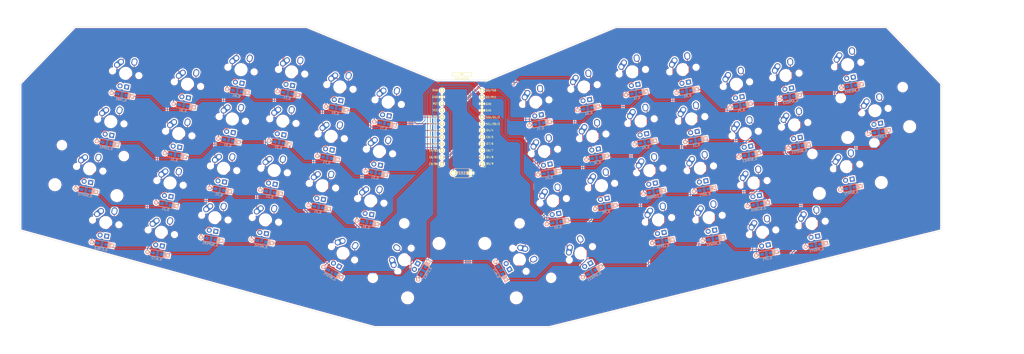
<source format=kicad_pcb>
(kicad_pcb (version 20171130) (host pcbnew "(5.1.4-0-10_14)")
  (layers (0 F.Cu signal) (31 B.Cu signal) (34 B.Paste user) (35 F.Paste user) (36 B.SilkS user) (37 F.SilkS user) (38 B.Mask user) (39 F.Mask user) (44 Edge.Cuts user))
  (net 0 "")
  (net 1 "Net-(D_SHIFT1-Pad2)")
  (net 2 "Net-(D_CTRL1-Pad2)")
  (net 3 "Net-(D_ALT1-Pad2)")
  (net 4 "Net-(D_SPACE1-Pad2)")
  (net 5 "Net-(U1-Pad10)")
  (net 6 "Net-(U1-Pad21)")
  (net 7 "Net-(U1-Pad24)")
  (net 8 "Net-(D_A1-Pad2)")
  (net 9 row1)
  (net 10 row3)
  (net 11 "Net-(D_ALT2-Pad2)")
  (net 12 "Net-(D_B1-Pad2)")
  (net 13 row2)
  (net 14 "Net-(D_BKSP1-Pad2)")
  (net 15 "Net-(D_BSLSH1-Pad2)")
  (net 16 row0)
  (net 17 "Net-(D_C1-Pad2)")
  (net 18 "Net-(D_CAPS1-Pad2)")
  (net 19 "Net-(D_COMMA1-Pad2)")
  (net 20 "Net-(D_CTRL2-Pad2)")
  (net 21 "Net-(D_D1-Pad2)")
  (net 22 "Net-(D_DOT1-Pad2)")
  (net 23 "Net-(D_DOWN1-Pad2)")
  (net 24 "Net-(D_E1-Pad2)")
  (net 25 "Net-(D_ENTER1-Pad2)")
  (net 26 "Net-(D_F1-Pad2)")
  (net 27 "Net-(D_G1-Pad2)")
  (net 28 "Net-(D_H1-Pad2)")
  (net 29 "Net-(D_I1-Pad2)")
  (net 30 "Net-(D_J1-Pad2)")
  (net 31 "Net-(D_K1-Pad2)")
  (net 32 "Net-(D_L1-Pad2)")
  (net 33 "Net-(D_LEFT1-Pad2)")
  (net 34 "Net-(D_M1-Pad2)")
  (net 35 "Net-(D_META1-Pad2)")
  (net 36 "Net-(D_N1-Pad2)")
  (net 37 "Net-(D_O1-Pad2)")
  (net 38 "Net-(D_P1-Pad2)")
  (net 39 "Net-(D_Q1-Pad2)")
  (net 40 "Net-(D_QUOTE1-Pad2)")
  (net 41 "Net-(D_R1-Pad2)")
  (net 42 "Net-(D_RIGHT1-Pad2)")
  (net 43 "Net-(D_S1-Pad2)")
  (net 44 "Net-(D_SEMIC1-Pad2)")
  (net 45 "Net-(D_SHIFT2-Pad2)")
  (net 46 "Net-(D_SLASH1-Pad2)")
  (net 47 "Net-(D_SPACE2-Pad2)")
  (net 48 "Net-(D_SUPER1-Pad2)")
  (net 49 "Net-(D_T1-Pad2)")
  (net 50 "Net-(D_TAB1-Pad2)")
  (net 51 "Net-(D_U1-Pad2)")
  (net 52 "Net-(D_UP1-Pad2)")
  (net 53 "Net-(D_V1-Pad2)")
  (net 54 "Net-(D_W1-Pad2)")
  (net 55 "Net-(D_X1-Pad2)")
  (net 56 "Net-(D_Y1-Pad2)")
  (net 57 "Net-(D_Z1-Pad2)")
  (net 58 col1)
  (net 59 col6)
  (net 60 col5)
  (net 61 col4)
  (net 62 col12)
  (net 63 col3)
  (net 64 col0)
  (net 65 col8)
  (net 66 col9)
  (net 67 col7)
  (net 68 col10)
  (net 69 col11)
  (net 70 col2)
  (net 71 RESET)
  (net 72 GND)
  (module kbd:ResetSW (layer F.Cu) (at 210.8768 93.726)
    (fp_text reference SW1 hide)
    (fp_text value SW_PUSH)
    (fp_text user RESET (at 0 0) (layer F.SilkS))
    (fp_text user RESET (at 0.127 0) (layer B.SilkS) (effects (justify mirror)))
    (pad 2 thru_hole circle (at -3.25 0) (size 2 2) (drill 1.3) (layers *.Cu *.Mask F.SilkS) (net 71 RESET))
    (pad 1 thru_hole circle (at 3.25 0) (size 2 2) (drill 1.3) (layers *.Cu *.Mask F.SilkS) (net 72 GND))
  )
  (module MX_ALPS_Hybrid:MX-1U (layer F.Cu) (at 139.607868 92.737541 350)
    (fp_text reference K_C1)
    (fp_text value KEYSW)
    (pad "" np_thru_hole circle (at 5.08 0 38.0996) (size 1.75 1.75) (drill 1.75) (layers *.Cu *.Mask))
    (pad "" np_thru_hole circle (at -5.08 0 38.0996) (size 1.75 1.75) (drill 1.75) (layers *.Cu *.Mask))
    (pad 4 thru_hole rect (at 1.27 5.08 350) (size 1.905 1.905) (drill 1.04) (layers *.Cu B.Mask))
    (pad 3 thru_hole circle (at -1.27 5.08 350) (size 1.905 1.905) (drill 1.04) (layers *.Cu B.Mask))
    (pad 1 thru_hole circle (at -2.5 -4 350) (size 2.25 2.25) (drill 1.47) (layers *.Cu B.Mask) (net 63 col3))
    (pad "" np_thru_hole circle (at 0 0 350) (size 3.9878 3.9878) (drill 3.9878) (layers *.Cu *.Mask))
    (pad 1 thru_hole oval (at -3.81 -2.54 38.0996) (size 4.211556 2.25) (drill 1.47 (offset 0.980778 0)) (layers *.Cu B.Mask) (net 63 col3))
    (pad 2 thru_hole circle (at 2.54 -5.08 350) (size 2.25 2.25) (drill 1.47) (layers *.Cu B.Mask) (net 17 "Net-(D_C1-Pad2)"))
    (pad 2 thru_hole oval (at 2.5 -4.5 76.0548) (size 2.831378 2.25) (drill 1.47 (offset 0.290689 0)) (layers *.Cu B.Mask) (net 17 "Net-(D_C1-Pad2)"))
  )
  (module MX_ALPS_Hybrid:MX-1.5U (layer F.Cu) (at 357.259188 52.482664 10)
    (fp_text reference K_BSLSH1)
    (fp_text value KEYSW)
    (pad "" np_thru_hole circle (at 5.08 0 58.0996) (size 1.75 1.75) (drill 1.75) (layers *.Cu *.Mask))
    (pad "" np_thru_hole circle (at -5.08 0 58.0996) (size 1.75 1.75) (drill 1.75) (layers *.Cu *.Mask))
    (pad 4 thru_hole rect (at 1.27 5.08 10) (size 1.905 1.905) (drill 1.04) (layers *.Cu B.Mask))
    (pad 3 thru_hole circle (at -1.27 5.08 10) (size 1.905 1.905) (drill 1.04) (layers *.Cu B.Mask))
    (pad 1 thru_hole circle (at -2.5 -4 10) (size 2.25 2.25) (drill 1.47) (layers *.Cu B.Mask) (net 62 col12))
    (pad "" np_thru_hole circle (at 0 0 10) (size 3.9878 3.9878) (drill 3.9878) (layers *.Cu *.Mask))
    (pad 1 thru_hole oval (at -3.81 -2.54 58.0996) (size 4.211556 2.25) (drill 1.47 (offset 0.980778 0)) (layers *.Cu B.Mask) (net 62 col12))
    (pad 2 thru_hole circle (at 2.54 -5.08 10) (size 2.25 2.25) (drill 1.47) (layers *.Cu B.Mask) (net 15 "Net-(D_BSLSH1-Pad2)"))
    (pad 2 thru_hole oval (at 2.5 -4.5 96.0548) (size 2.831378 2.25) (drill 1.47 (offset 0.290689 0)) (layers *.Cu B.Mask) (net 15 "Net-(D_BSLSH1-Pad2)"))
  )
  (module MX_ALPS_Hybrid:MX-1.25U (layer F.Cu) (at 165.7468 124.1974 330)
    (fp_text reference K_BKSP1)
    (fp_text value KEYSW)
    (pad "" np_thru_hole circle (at 5.08 0 18.0996) (size 1.75 1.75) (drill 1.75) (layers *.Cu *.Mask))
    (pad "" np_thru_hole circle (at -5.08 0 18.0996) (size 1.75 1.75) (drill 1.75) (layers *.Cu *.Mask))
    (pad 4 thru_hole rect (at 1.27 5.08 330) (size 1.905 1.905) (drill 1.04) (layers *.Cu B.Mask))
    (pad 3 thru_hole circle (at -1.27 5.08 330) (size 1.905 1.905) (drill 1.04) (layers *.Cu B.Mask))
    (pad 1 thru_hole circle (at -2.5 -4 330) (size 2.25 2.25) (drill 1.47) (layers *.Cu B.Mask) (net 61 col4))
    (pad "" np_thru_hole circle (at 0 0 330) (size 3.9878 3.9878) (drill 3.9878) (layers *.Cu *.Mask))
    (pad 1 thru_hole oval (at -3.81 -2.54 18.0996) (size 4.211556 2.25) (drill 1.47 (offset 0.980778 0)) (layers *.Cu B.Mask) (net 61 col4))
    (pad 2 thru_hole circle (at 2.54 -5.08 330) (size 2.25 2.25) (drill 1.47) (layers *.Cu B.Mask) (net 14 "Net-(D_BKSP1-Pad2)"))
    (pad 2 thru_hole oval (at 2.5 -4.5 56.0548) (size 2.831378 2.25) (drill 1.47 (offset 0.290689 0)) (layers *.Cu B.Mask) (net 14 "Net-(D_BKSP1-Pad2)"))
  )
  (module MX_ALPS_Hybrid:MX-1U (layer F.Cu) (at 176.260804 104.277575 350)
    (fp_text reference K_B1)
    (fp_text value KEYSW)
    (pad "" np_thru_hole circle (at 5.08 0 38.0996) (size 1.75 1.75) (drill 1.75) (layers *.Cu *.Mask))
    (pad "" np_thru_hole circle (at -5.08 0 38.0996) (size 1.75 1.75) (drill 1.75) (layers *.Cu *.Mask))
    (pad 4 thru_hole rect (at 1.27 5.08 350) (size 1.905 1.905) (drill 1.04) (layers *.Cu B.Mask))
    (pad 3 thru_hole circle (at -1.27 5.08 350) (size 1.905 1.905) (drill 1.04) (layers *.Cu B.Mask))
    (pad 1 thru_hole circle (at -2.5 -4 350) (size 2.25 2.25) (drill 1.47) (layers *.Cu B.Mask) (net 60 col5))
    (pad "" np_thru_hole circle (at 0 0 350) (size 3.9878 3.9878) (drill 3.9878) (layers *.Cu *.Mask))
    (pad 1 thru_hole oval (at -3.81 -2.54 38.0996) (size 4.211556 2.25) (drill 1.47 (offset 0.980778 0)) (layers *.Cu B.Mask) (net 60 col5))
    (pad 2 thru_hole circle (at 2.54 -5.08 350) (size 2.25 2.25) (drill 1.47) (layers *.Cu B.Mask) (net 12 "Net-(D_B1-Pad2)"))
    (pad 2 thru_hole oval (at 2.5 -4.5 76.0548) (size 2.831378 2.25) (drill 1.47 (offset 0.290689 0)) (layers *.Cu B.Mask) (net 12 "Net-(D_B1-Pad2)"))
  )
  (module MX_ALPS_Hybrid:MX-1U (layer F.Cu) (at 96.781742 116.207422 350)
    (fp_text reference K_ALT2)
    (fp_text value KEYSW)
    (pad "" np_thru_hole circle (at 5.08 0 38.0996) (size 1.75 1.75) (drill 1.75) (layers *.Cu *.Mask))
    (pad "" np_thru_hole circle (at -5.08 0 38.0996) (size 1.75 1.75) (drill 1.75) (layers *.Cu *.Mask))
    (pad 4 thru_hole rect (at 1.27 5.08 350) (size 1.905 1.905) (drill 1.04) (layers *.Cu B.Mask))
    (pad 3 thru_hole circle (at -1.27 5.08 350) (size 1.905 1.905) (drill 1.04) (layers *.Cu B.Mask))
    (pad 1 thru_hole circle (at -2.5 -4 350) (size 2.25 2.25) (drill 1.47) (layers *.Cu B.Mask) (net 58 col1))
    (pad "" np_thru_hole circle (at 0 0 350) (size 3.9878 3.9878) (drill 3.9878) (layers *.Cu *.Mask))
    (pad 1 thru_hole oval (at -3.81 -2.54 38.0996) (size 4.211556 2.25) (drill 1.47 (offset 0.980778 0)) (layers *.Cu B.Mask) (net 58 col1))
    (pad 2 thru_hole circle (at 2.54 -5.08 350) (size 2.25 2.25) (drill 1.47) (layers *.Cu B.Mask) (net 11 "Net-(D_ALT2-Pad2)"))
    (pad 2 thru_hole oval (at 2.5 -4.5 76.0548) (size 2.831378 2.25) (drill 1.47 (offset 0.290689 0)) (layers *.Cu B.Mask) (net 11 "Net-(D_ALT2-Pad2)"))
  )
  (module MX_ALPS_Hybrid:MX-1U (layer F.Cu) (at 103.397737 78.686247 350)
    (fp_text reference K_A1)
    (fp_text value KEYSW)
    (pad "" np_thru_hole circle (at 5.08 0 38.0996) (size 1.75 1.75) (drill 1.75) (layers *.Cu *.Mask))
    (pad "" np_thru_hole circle (at -5.08 0 38.0996) (size 1.75 1.75) (drill 1.75) (layers *.Cu *.Mask))
    (pad 4 thru_hole rect (at 1.27 5.08 350) (size 1.905 1.905) (drill 1.04) (layers *.Cu B.Mask))
    (pad 3 thru_hole circle (at -1.27 5.08 350) (size 1.905 1.905) (drill 1.04) (layers *.Cu B.Mask))
    (pad 1 thru_hole circle (at -2.5 -4 350) (size 2.25 2.25) (drill 1.47) (layers *.Cu B.Mask) (net 58 col1))
    (pad "" np_thru_hole circle (at 0 0 350) (size 3.9878 3.9878) (drill 3.9878) (layers *.Cu *.Mask))
    (pad 1 thru_hole oval (at -3.81 -2.54 38.0996) (size 4.211556 2.25) (drill 1.47 (offset 0.980778 0)) (layers *.Cu B.Mask) (net 58 col1))
    (pad 2 thru_hole circle (at 2.54 -5.08 350) (size 2.25 2.25) (drill 1.47) (layers *.Cu B.Mask) (net 8 "Net-(D_A1-Pad2)"))
    (pad 2 thru_hole oval (at 2.5 -4.5 76.0548) (size 2.831378 2.25) (drill 1.47 (offset 0.290689 0)) (layers *.Cu B.Mask) (net 8 "Net-(D_A1-Pad2)"))
  )
  (module keyboard_parts:D_SOD123_axial (layer B.Cu) (at 98.656274 105.576422 170)
    (fp_text reference D_Z1 (at 0 -1.925 350) (layer B.SilkS) (effects (font (size 0.8 0.8)) (justify mirror)))
    (fp_text value D hide)
    (pad 2 smd rect (at 2.7 0 170) (size 2.5 0.5) (layers B.Cu) (net 57 "Net-(D_Z1-Pad2)"))
    (pad 1 smd rect (at -2.7 0 170) (size 2.5 0.5) (layers B.Cu) (net 13 row2))
    (pad 2 thru_hole circle (at 3.9 0 170) (size 1.6 1.6) (drill 0.7) (layers *.Cu *.Mask B.SilkS) (net 57 "Net-(D_Z1-Pad2)"))
    (pad 1 thru_hole rect (at -3.9 0 170) (size 1.6 1.6) (drill 0.7) (layers *.Cu *.Mask B.SilkS) (net 13 row2))
    (pad 1 smd rect (at -1.575 0 170) (size 1.2 1.2) (layers B.Cu B.Paste B.Mask) (net 13 row2))
    (pad 2 smd rect (at 1.575 0 170) (size 1.2 1.2) (layers B.Cu B.Paste B.Mask) (net 57 "Net-(D_Z1-Pad2)"))
  )
  (module keyboard_parts:D_SOD123_axial (layer B.Cu) (at 240.310266 74.885988 190)
    (fp_text reference D_Y1 (at 0 -1.925 190) (layer B.SilkS) (effects (font (size 0.8 0.8)) (justify mirror)))
    (fp_text value D hide)
    (pad 2 smd rect (at 2.7 0 190) (size 2.5 0.5) (layers B.Cu) (net 56 "Net-(D_Y1-Pad2)"))
    (pad 1 smd rect (at -2.7 0 190) (size 2.5 0.5) (layers B.Cu) (net 16 row0))
    (pad 2 thru_hole circle (at 3.9 0 190) (size 1.6 1.6) (drill 0.7) (layers *.Cu *.Mask B.SilkS) (net 56 "Net-(D_Y1-Pad2)"))
    (pad 1 thru_hole rect (at -3.9 0 190) (size 1.6 1.6) (drill 0.7) (layers *.Cu *.Mask B.SilkS) (net 16 row0))
    (pad 1 smd rect (at -1.575 0 190) (size 1.2 1.2) (layers B.Cu B.Paste B.Mask) (net 16 row0))
    (pad 2 smd rect (at 1.575 0 190) (size 1.2 1.2) (layers B.Cu B.Paste B.Mask) (net 56 "Net-(D_Y1-Pad2)"))
  )
  (module keyboard_parts:D_SOD123_axial (layer B.Cu) (at 118.979696 100.02115 170)
    (fp_text reference D_X1 (at 0 -1.925 350) (layer B.SilkS) (effects (font (size 0.8 0.8)) (justify mirror)))
    (fp_text value D hide)
    (pad 2 smd rect (at 2.7 0 170) (size 2.5 0.5) (layers B.Cu) (net 55 "Net-(D_X1-Pad2)"))
    (pad 1 smd rect (at -2.7 0 170) (size 2.5 0.5) (layers B.Cu) (net 13 row2))
    (pad 2 thru_hole circle (at 3.9 0 170) (size 1.6 1.6) (drill 0.7) (layers *.Cu *.Mask B.SilkS) (net 55 "Net-(D_X1-Pad2)"))
    (pad 1 thru_hole rect (at -3.9 0 170) (size 1.6 1.6) (drill 0.7) (layers *.Cu *.Mask B.SilkS) (net 13 row2))
    (pad 1 smd rect (at -1.575 0 170) (size 1.2 1.2) (layers B.Cu B.Paste B.Mask) (net 13 row2))
    (pad 2 smd rect (at 1.575 0 170) (size 1.2 1.2) (layers B.Cu B.Paste B.Mask) (net 55 "Net-(D_X1-Pad2)"))
  )
  (module keyboard_parts:D_SOD123_axial (layer B.Cu) (at 125.595691 62.499975 170)
    (fp_text reference D_W1 (at 0 -1.925 350) (layer B.SilkS) (effects (font (size 0.8 0.8)) (justify mirror)))
    (fp_text value D hide)
    (pad 2 smd rect (at 2.7 0 170) (size 2.5 0.5) (layers B.Cu) (net 54 "Net-(D_W1-Pad2)"))
    (pad 1 smd rect (at -2.7 0 170) (size 2.5 0.5) (layers B.Cu) (net 16 row0))
    (pad 2 thru_hole circle (at 3.9 0 170) (size 1.6 1.6) (drill 0.7) (layers *.Cu *.Mask B.SilkS) (net 54 "Net-(D_W1-Pad2)"))
    (pad 1 thru_hole rect (at -3.9 0 170) (size 1.6 1.6) (drill 0.7) (layers *.Cu *.Mask B.SilkS) (net 16 row0))
    (pad 1 smd rect (at -1.575 0 170) (size 1.2 1.2) (layers B.Cu B.Paste B.Mask) (net 16 row0))
    (pad 2 smd rect (at 1.575 0 170) (size 1.2 1.2) (layers B.Cu B.Paste B.Mask) (net 54 "Net-(D_W1-Pad2)"))
  )
  (module keyboard_parts:D_SOD123_axial (layer B.Cu) (at 156.500871 106.637146 170)
    (fp_text reference D_V1 (at 0 -1.925 350) (layer B.SilkS) (effects (font (size 0.8 0.8)) (justify mirror)))
    (fp_text value D hide)
    (pad 2 smd rect (at 2.7 0 170) (size 2.5 0.5) (layers B.Cu) (net 53 "Net-(D_V1-Pad2)"))
    (pad 1 smd rect (at -2.7 0 170) (size 2.5 0.5) (layers B.Cu) (net 13 row2))
    (pad 2 thru_hole circle (at 3.9 0 170) (size 1.6 1.6) (drill 0.7) (layers *.Cu *.Mask B.SilkS) (net 53 "Net-(D_V1-Pad2)"))
    (pad 1 thru_hole rect (at -3.9 0 170) (size 1.6 1.6) (drill 0.7) (layers *.Cu *.Mask B.SilkS) (net 13 row2))
    (pad 1 smd rect (at -1.575 0 170) (size 1.2 1.2) (layers B.Cu B.Paste B.Mask) (net 13 row2))
    (pad 2 smd rect (at 1.575 0 170) (size 1.2 1.2) (layers B.Cu B.Paste B.Mask) (net 53 "Net-(D_V1-Pad2)"))
  )
  (module keyboard_parts:D_SOD123_axial (layer B.Cu) (at 326.405324 124.33701 190)
    (fp_text reference D_UP1 (at 0 -1.925 190) (layer B.SilkS) (effects (font (size 0.8 0.8)) (justify mirror)))
    (fp_text value D hide)
    (pad 2 smd rect (at 2.7 0 190) (size 2.5 0.5) (layers B.Cu) (net 52 "Net-(D_UP1-Pad2)"))
    (pad 1 smd rect (at -2.7 0 190) (size 2.5 0.5) (layers B.Cu) (net 10 row3))
    (pad 2 thru_hole circle (at 3.9 0 190) (size 1.6 1.6) (drill 0.7) (layers *.Cu *.Mask B.SilkS) (net 52 "Net-(D_UP1-Pad2)"))
    (pad 1 thru_hole rect (at -3.9 0 190) (size 1.6 1.6) (drill 0.7) (layers *.Cu *.Mask B.SilkS) (net 10 row3))
    (pad 1 smd rect (at -1.575 0 190) (size 1.2 1.2) (layers B.Cu B.Paste B.Mask) (net 10 row3))
    (pad 2 smd rect (at 1.575 0 190) (size 1.2 1.2) (layers B.Cu B.Paste B.Mask) (net 52 "Net-(D_UP1-Pad2)"))
  )
  (module keyboard_parts:D_SOD123_axial (layer B.Cu) (at 258.636734 69.115971 190)
    (fp_text reference D_U1 (at 0 -1.925 190) (layer B.SilkS) (effects (font (size 0.8 0.8)) (justify mirror)))
    (fp_text value D hide)
    (pad 2 smd rect (at 2.7 0 190) (size 2.5 0.5) (layers B.Cu) (net 51 "Net-(D_U1-Pad2)"))
    (pad 1 smd rect (at -2.7 0 190) (size 2.5 0.5) (layers B.Cu) (net 16 row0))
    (pad 2 thru_hole circle (at 3.9 0 190) (size 1.6 1.6) (drill 0.7) (layers *.Cu *.Mask B.SilkS) (net 51 "Net-(D_U1-Pad2)"))
    (pad 1 thru_hole rect (at -3.9 0 190) (size 1.6 1.6) (drill 0.7) (layers *.Cu *.Mask B.SilkS) (net 16 row0))
    (pad 1 smd rect (at -1.575 0 190) (size 1.2 1.2) (layers B.Cu B.Paste B.Mask) (net 16 row0))
    (pad 2 smd rect (at 1.575 0 190) (size 1.2 1.2) (layers B.Cu B.Paste B.Mask) (net 51 "Net-(D_U1-Pad2)"))
  )
  (module keyboard_parts:D_SOD123_axial (layer B.Cu) (at 81.821534 63.92025 170)
    (fp_text reference D_TAB1 (at 0 -1.925 350) (layer B.SilkS) (effects (font (size 0.8 0.8)) (justify mirror)))
    (fp_text value D hide)
    (pad 2 smd rect (at 2.7 0 170) (size 2.5 0.5) (layers B.Cu) (net 50 "Net-(D_TAB1-Pad2)"))
    (pad 1 smd rect (at -2.7 0 170) (size 2.5 0.5) (layers B.Cu) (net 16 row0))
    (pad 2 thru_hole circle (at 3.9 0 170) (size 1.6 1.6) (drill 0.7) (layers *.Cu *.Mask B.SilkS) (net 50 "Net-(D_TAB1-Pad2)"))
    (pad 1 thru_hole rect (at -3.9 0 170) (size 1.6 1.6) (drill 0.7) (layers *.Cu *.Mask B.SilkS) (net 16 row0))
    (pad 1 smd rect (at -1.575 0 170) (size 1.2 1.2) (layers B.Cu B.Paste B.Mask) (net 16 row0))
    (pad 2 smd rect (at 1.575 0 170) (size 1.2 1.2) (layers B.Cu B.Paste B.Mask) (net 50 "Net-(D_TAB1-Pad2)"))
  )
  (module keyboard_parts:D_SOD123_axial (layer B.Cu) (at 181.443334 74.885988 170)
    (fp_text reference D_T1 (at 0 -1.925 350) (layer B.SilkS) (effects (font (size 0.8 0.8)) (justify mirror)))
    (fp_text value D hide)
    (pad 2 smd rect (at 2.7 0 170) (size 2.5 0.5) (layers B.Cu) (net 49 "Net-(D_T1-Pad2)"))
    (pad 1 smd rect (at -2.7 0 170) (size 2.5 0.5) (layers B.Cu) (net 16 row0))
    (pad 2 thru_hole circle (at 3.9 0 170) (size 1.6 1.6) (drill 0.7) (layers *.Cu *.Mask B.SilkS) (net 49 "Net-(D_T1-Pad2)"))
    (pad 1 thru_hole rect (at -3.9 0 170) (size 1.6 1.6) (drill 0.7) (layers *.Cu *.Mask B.SilkS) (net 16 row0))
    (pad 1 smd rect (at -1.575 0 170) (size 1.2 1.2) (layers B.Cu B.Paste B.Mask) (net 16 row0))
    (pad 2 smd rect (at 1.575 0 170) (size 1.2 1.2) (layers B.Cu B.Paste B.Mask) (net 49 "Net-(D_T1-Pad2)"))
  )
  (module keyboard_parts:D_SOD123_axial (layer B.Cu) (at 115.671698 118.781738 170)
    (fp_text reference D_SUPER1 (at 0 -1.925 170) (layer B.SilkS) (effects (font (size 0.8 0.8)) (justify mirror)))
    (fp_text value D hide)
    (pad 2 smd rect (at 2.7 0 170) (size 2.5 0.5) (layers B.Cu) (net 48 "Net-(D_SUPER1-Pad2)"))
    (pad 1 smd rect (at -2.7 0 170) (size 2.5 0.5) (layers B.Cu) (net 10 row3))
    (pad 2 thru_hole circle (at 3.9 0 170) (size 1.6 1.6) (drill 0.7) (layers *.Cu *.Mask B.SilkS) (net 48 "Net-(D_SUPER1-Pad2)"))
    (pad 1 thru_hole rect (at -3.9 0 170) (size 1.6 1.6) (drill 0.7) (layers *.Cu *.Mask B.SilkS) (net 10 row3))
    (pad 1 smd rect (at -1.575 0 170) (size 1.2 1.2) (layers B.Cu B.Paste B.Mask) (net 10 row3))
    (pad 2 smd rect (at 1.575 0 170) (size 1.2 1.2) (layers B.Cu B.Paste B.Mask) (net 48 "Net-(D_SUPER1-Pad2)"))
  )
  (module keyboard_parts:D_SOD123_axial (layer B.Cu) (at 335.241919 64.747249 190)
    (fp_text reference D_SPACE2 (at 0 -1.925 190) (layer B.SilkS) (effects (font (size 0.8 0.8)) (justify mirror)))
    (fp_text value D hide)
    (pad 2 smd rect (at 2.7 0 190) (size 2.5 0.5) (layers B.Cu) (net 47 "Net-(D_SPACE2-Pad2)"))
    (pad 1 smd rect (at -2.7 0 190) (size 2.5 0.5) (layers B.Cu) (net 16 row0))
    (pad 2 thru_hole circle (at 3.9 0 190) (size 1.6 1.6) (drill 0.7) (layers *.Cu *.Mask B.SilkS) (net 47 "Net-(D_SPACE2-Pad2)"))
    (pad 1 thru_hole rect (at -3.9 0 190) (size 1.6 1.6) (drill 0.7) (layers *.Cu *.Mask B.SilkS) (net 16 row0))
    (pad 1 smd rect (at -1.575 0 190) (size 1.2 1.2) (layers B.Cu B.Paste B.Mask) (net 16 row0))
    (pad 2 smd rect (at 1.575 0 190) (size 1.2 1.2) (layers B.Cu B.Paste B.Mask) (net 47 "Net-(D_SPACE2-Pad2)"))
  )
  (module keyboard_parts:D_SOD123_axial (layer B.Cu) (at 260.1343 131.34644 210)
    (fp_text reference D_SPACE1 (at 0 -1.925 30) (layer B.SilkS) (effects (font (size 0.8 0.8)) (justify mirror)))
    (fp_text value D hide)
    (pad 2 smd rect (at 2.7 0 210) (size 2.5 0.5) (layers B.Cu) (net 4 "Net-(D_SPACE1-Pad2)"))
    (pad 1 smd rect (at -2.7 0 210) (size 2.5 0.5) (layers B.Cu) (net 10 row3))
    (pad 2 thru_hole circle (at 3.9 0 210) (size 1.6 1.6) (drill 0.7) (layers *.Cu *.Mask B.SilkS) (net 4 "Net-(D_SPACE1-Pad2)"))
    (pad 1 thru_hole rect (at -3.9 0 210) (size 1.6 1.6) (drill 0.7) (layers *.Cu *.Mask B.SilkS) (net 10 row3))
    (pad 1 smd rect (at -1.575 0 210) (size 1.2 1.2) (layers B.Cu B.Paste B.Mask) (net 10 row3))
    (pad 2 smd rect (at 1.575 0 210) (size 1.2 1.2) (layers B.Cu B.Paste B.Mask) (net 4 "Net-(D_SPACE1-Pad2)"))
  )
  (module keyboard_parts:D_SOD123_axial (layer B.Cu) (at 323.097326 105.576422 190)
    (fp_text reference D_SLASH1 (at 0 -1.925 190) (layer B.SilkS) (effects (font (size 0.8 0.8)) (justify mirror)))
    (fp_text value D hide)
    (pad 2 smd rect (at 2.7 0 190) (size 2.5 0.5) (layers B.Cu) (net 46 "Net-(D_SLASH1-Pad2)"))
    (pad 1 smd rect (at -2.7 0 190) (size 2.5 0.5) (layers B.Cu) (net 13 row2))
    (pad 2 thru_hole circle (at 3.9 0 190) (size 1.6 1.6) (drill 0.7) (layers *.Cu *.Mask B.SilkS) (net 46 "Net-(D_SLASH1-Pad2)"))
    (pad 1 thru_hole rect (at -3.9 0 190) (size 1.6 1.6) (drill 0.7) (layers *.Cu *.Mask B.SilkS) (net 13 row2))
    (pad 1 smd rect (at -1.575 0 190) (size 1.2 1.2) (layers B.Cu B.Paste B.Mask) (net 13 row2))
    (pad 2 smd rect (at 1.575 0 190) (size 1.2 1.2) (layers B.Cu B.Paste B.Mask) (net 46 "Net-(D_SLASH1-Pad2)"))
  )
  (module keyboard_parts:D_SOD123_axial (layer B.Cu) (at 68.170318 100.200926 170)
    (fp_text reference D_SHIFT2 (at 0 -1.925 350) (layer B.SilkS) (effects (font (size 0.8 0.8)) (justify mirror)))
    (fp_text value D hide)
    (pad 2 smd rect (at 2.7 0 170) (size 2.5 0.5) (layers B.Cu) (net 45 "Net-(D_SHIFT2-Pad2)"))
    (pad 1 smd rect (at -2.7 0 170) (size 2.5 0.5) (layers B.Cu) (net 13 row2))
    (pad 2 thru_hole circle (at 3.9 0 170) (size 1.6 1.6) (drill 0.7) (layers *.Cu *.Mask B.SilkS) (net 45 "Net-(D_SHIFT2-Pad2)"))
    (pad 1 thru_hole rect (at -3.9 0 170) (size 1.6 1.6) (drill 0.7) (layers *.Cu *.Mask B.SilkS) (net 13 row2))
    (pad 1 smd rect (at -1.575 0 170) (size 1.2 1.2) (layers B.Cu B.Paste B.Mask) (net 13 row2))
    (pad 2 smd rect (at 1.575 0 170) (size 1.2 1.2) (layers B.Cu B.Paste B.Mask) (net 45 "Net-(D_SHIFT2-Pad2)"))
  )
  (module keyboard_parts:D_SOD123_axial (layer B.Cu) (at 358.273429 99.373926 190)
    (fp_text reference D_SHIFT1 (at 0 -1.925 190) (layer B.SilkS) (effects (font (size 0.8 0.8)) (justify mirror)))
    (fp_text value D hide)
    (pad 2 smd rect (at 2.7 0 190) (size 2.5 0.5) (layers B.Cu) (net 1 "Net-(D_SHIFT1-Pad2)"))
    (pad 1 smd rect (at -2.7 0 190) (size 2.5 0.5) (layers B.Cu) (net 13 row2))
    (pad 2 thru_hole circle (at 3.9 0 190) (size 1.6 1.6) (drill 0.7) (layers *.Cu *.Mask B.SilkS) (net 1 "Net-(D_SHIFT1-Pad2)"))
    (pad 1 thru_hole rect (at -3.9 0 190) (size 1.6 1.6) (drill 0.7) (layers *.Cu *.Mask B.SilkS) (net 13 row2))
    (pad 1 smd rect (at -1.575 0 190) (size 1.2 1.2) (layers B.Cu B.Paste B.Mask) (net 13 row2))
    (pad 2 smd rect (at 1.575 0 190) (size 1.2 1.2) (layers B.Cu B.Paste B.Mask) (net 1 "Net-(D_SHIFT1-Pad2)"))
  )
  (module keyboard_parts:D_SOD123_axial (layer B.Cu) (at 319.789329 86.815835 190)
    (fp_text reference D_SEMIC1 (at 0 -1.925 10) (layer B.SilkS) (effects (font (size 0.8 0.8)) (justify mirror)))
    (fp_text value D hide)
    (pad 2 smd rect (at 2.7 0 190) (size 2.5 0.5) (layers B.Cu) (net 44 "Net-(D_SEMIC1-Pad2)"))
    (pad 1 smd rect (at -2.7 0 190) (size 2.5 0.5) (layers B.Cu) (net 9 row1))
    (pad 2 thru_hole circle (at 3.9 0 190) (size 1.6 1.6) (drill 0.7) (layers *.Cu *.Mask B.SilkS) (net 44 "Net-(D_SEMIC1-Pad2)"))
    (pad 1 thru_hole rect (at -3.9 0 190) (size 1.6 1.6) (drill 0.7) (layers *.Cu *.Mask B.SilkS) (net 9 row1))
    (pad 1 smd rect (at -1.575 0 190) (size 1.2 1.2) (layers B.Cu B.Paste B.Mask) (net 9 row1))
    (pad 2 smd rect (at 1.575 0 190) (size 1.2 1.2) (layers B.Cu B.Paste B.Mask) (net 44 "Net-(D_SEMIC1-Pad2)"))
  )
  (module keyboard_parts:D_SOD123_axial (layer B.Cu) (at 122.287694 81.260563 170)
    (fp_text reference D_S1 (at 0 -1.925 170) (layer B.SilkS) (effects (font (size 0.8 0.8)) (justify mirror)))
    (fp_text value D hide)
    (pad 2 smd rect (at 2.7 0 170) (size 2.5 0.5) (layers B.Cu) (net 43 "Net-(D_S1-Pad2)"))
    (pad 1 smd rect (at -2.7 0 170) (size 2.5 0.5) (layers B.Cu) (net 9 row1))
    (pad 2 thru_hole circle (at 3.9 0 170) (size 1.6 1.6) (drill 0.7) (layers *.Cu *.Mask B.SilkS) (net 43 "Net-(D_S1-Pad2)"))
    (pad 1 thru_hole rect (at -3.9 0 170) (size 1.6 1.6) (drill 0.7) (layers *.Cu *.Mask B.SilkS) (net 9 row1))
    (pad 1 smd rect (at -1.575 0 170) (size 1.2 1.2) (layers B.Cu B.Paste B.Mask) (net 9 row1))
    (pad 2 smd rect (at 1.575 0 170) (size 1.2 1.2) (layers B.Cu B.Paste B.Mask) (net 43 "Net-(D_S1-Pad2)"))
  )
  (module keyboard_parts:D_SOD123_axial (layer B.Cu) (at 345.165912 121.029012 190)
    (fp_text reference D_RIGHT1 (at 0 -1.925 190) (layer B.SilkS) (effects (font (size 0.8 0.8)) (justify mirror)))
    (fp_text value D hide)
    (pad 2 smd rect (at 2.7 0 190) (size 2.5 0.5) (layers B.Cu) (net 42 "Net-(D_RIGHT1-Pad2)"))
    (pad 1 smd rect (at -2.7 0 190) (size 2.5 0.5) (layers B.Cu) (net 10 row3))
    (pad 2 thru_hole circle (at 3.9 0 190) (size 1.6 1.6) (drill 0.7) (layers *.Cu *.Mask B.SilkS) (net 42 "Net-(D_RIGHT1-Pad2)"))
    (pad 1 thru_hole rect (at -3.9 0 190) (size 1.6 1.6) (drill 0.7) (layers *.Cu *.Mask B.SilkS) (net 10 row3))
    (pad 1 smd rect (at -1.575 0 190) (size 1.2 1.2) (layers B.Cu B.Paste B.Mask) (net 10 row3))
    (pad 2 smd rect (at 1.575 0 190) (size 1.2 1.2) (layers B.Cu B.Paste B.Mask) (net 42 "Net-(D_RIGHT1-Pad2)"))
  )
  (module keyboard_parts:D_SOD123_axial (layer B.Cu) (at 163.116866 69.115971 170)
    (fp_text reference D_R1 (at 0 -1.925 170) (layer B.SilkS) (effects (font (size 0.8 0.8)) (justify mirror)))
    (fp_text value D hide)
    (pad 2 smd rect (at 2.7 0 170) (size 2.5 0.5) (layers B.Cu) (net 41 "Net-(D_R1-Pad2)"))
    (pad 1 smd rect (at -2.7 0 170) (size 2.5 0.5) (layers B.Cu) (net 16 row0))
    (pad 2 thru_hole circle (at 3.9 0 170) (size 1.6 1.6) (drill 0.7) (layers *.Cu *.Mask B.SilkS) (net 41 "Net-(D_R1-Pad2)"))
    (pad 1 thru_hole rect (at -3.9 0 170) (size 1.6 1.6) (drill 0.7) (layers *.Cu *.Mask B.SilkS) (net 16 row0))
    (pad 1 smd rect (at -1.575 0 170) (size 1.2 1.2) (layers B.Cu B.Paste B.Mask) (net 16 row0))
    (pad 2 smd rect (at 1.575 0 170) (size 1.2 1.2) (layers B.Cu B.Paste B.Mask) (net 41 "Net-(D_R1-Pad2)"))
  )
  (module keyboard_parts:D_SOD123_axial (layer B.Cu) (at 338.549917 83.507837 190)
    (fp_text reference D_QUOTE1 (at 0 -1.925 10) (layer B.SilkS) (effects (font (size 0.8 0.8)) (justify mirror)))
    (fp_text value D hide)
    (pad 2 smd rect (at 2.7 0 190) (size 2.5 0.5) (layers B.Cu) (net 40 "Net-(D_QUOTE1-Pad2)"))
    (pad 1 smd rect (at -2.7 0 190) (size 2.5 0.5) (layers B.Cu) (net 9 row1))
    (pad 2 thru_hole circle (at 3.9 0 190) (size 1.6 1.6) (drill 0.7) (layers *.Cu *.Mask B.SilkS) (net 40 "Net-(D_QUOTE1-Pad2)"))
    (pad 1 thru_hole rect (at -3.9 0 190) (size 1.6 1.6) (drill 0.7) (layers *.Cu *.Mask B.SilkS) (net 9 row1))
    (pad 1 smd rect (at -1.575 0 190) (size 1.2 1.2) (layers B.Cu B.Paste B.Mask) (net 9 row1))
    (pad 2 smd rect (at 1.575 0 190) (size 1.2 1.2) (layers B.Cu B.Paste B.Mask) (net 40 "Net-(D_QUOTE1-Pad2)"))
  )
  (module keyboard_parts:D_SOD123_axial (layer B.Cu) (at 105.272269 68.055247 170)
    (fp_text reference D_Q1 (at 0 -1.925 170) (layer B.SilkS) (effects (font (size 0.8 0.8)) (justify mirror)))
    (fp_text value D hide)
    (pad 2 smd rect (at 2.7 0 170) (size 2.5 0.5) (layers B.Cu) (net 39 "Net-(D_Q1-Pad2)"))
    (pad 1 smd rect (at -2.7 0 170) (size 2.5 0.5) (layers B.Cu) (net 16 row0))
    (pad 2 thru_hole circle (at 3.9 0 170) (size 1.6 1.6) (drill 0.7) (layers *.Cu *.Mask B.SilkS) (net 39 "Net-(D_Q1-Pad2)"))
    (pad 1 thru_hole rect (at -3.9 0 170) (size 1.6 1.6) (drill 0.7) (layers *.Cu *.Mask B.SilkS) (net 16 row0))
    (pad 1 smd rect (at -1.575 0 170) (size 1.2 1.2) (layers B.Cu B.Paste B.Mask) (net 16 row0))
    (pad 2 smd rect (at 1.575 0 170) (size 1.2 1.2) (layers B.Cu B.Paste B.Mask) (net 39 "Net-(D_Q1-Pad2)"))
  )
  (module keyboard_parts:D_SOD123_axial (layer B.Cu) (at 316.481331 68.055247 190)
    (fp_text reference D_P1 (at 0 -1.925 10) (layer B.SilkS) (effects (font (size 0.8 0.8)) (justify mirror)))
    (fp_text value D hide)
    (pad 2 smd rect (at 2.7 0 190) (size 2.5 0.5) (layers B.Cu) (net 38 "Net-(D_P1-Pad2)"))
    (pad 1 smd rect (at -2.7 0 190) (size 2.5 0.5) (layers B.Cu) (net 16 row0))
    (pad 2 thru_hole circle (at 3.9 0 190) (size 1.6 1.6) (drill 0.7) (layers *.Cu *.Mask B.SilkS) (net 38 "Net-(D_P1-Pad2)"))
    (pad 1 thru_hole rect (at -3.9 0 190) (size 1.6 1.6) (drill 0.7) (layers *.Cu *.Mask B.SilkS) (net 16 row0))
    (pad 1 smd rect (at -1.575 0 190) (size 1.2 1.2) (layers B.Cu B.Paste B.Mask) (net 16 row0))
    (pad 2 smd rect (at 1.575 0 190) (size 1.2 1.2) (layers B.Cu B.Paste B.Mask) (net 38 "Net-(D_P1-Pad2)"))
  )
  (module keyboard_parts:D_SOD123_axial (layer B.Cu) (at 296.157909 62.499975 190)
    (fp_text reference D_O1 (at 0 -1.925 10) (layer B.SilkS) (effects (font (size 0.8 0.8)) (justify mirror)))
    (fp_text value D hide)
    (pad 2 smd rect (at 2.7 0 190) (size 2.5 0.5) (layers B.Cu) (net 37 "Net-(D_O1-Pad2)"))
    (pad 1 smd rect (at -2.7 0 190) (size 2.5 0.5) (layers B.Cu) (net 16 row0))
    (pad 2 thru_hole circle (at 3.9 0 190) (size 1.6 1.6) (drill 0.7) (layers *.Cu *.Mask B.SilkS) (net 37 "Net-(D_O1-Pad2)"))
    (pad 1 thru_hole rect (at -3.9 0 190) (size 1.6 1.6) (drill 0.7) (layers *.Cu *.Mask B.SilkS) (net 16 row0))
    (pad 1 smd rect (at -1.575 0 190) (size 1.2 1.2) (layers B.Cu B.Paste B.Mask) (net 16 row0))
    (pad 2 smd rect (at 1.575 0 190) (size 1.2 1.2) (layers B.Cu B.Paste B.Mask) (net 37 "Net-(D_O1-Pad2)"))
  )
  (module keyboard_parts:D_SOD123_axial (layer B.Cu) (at 246.926261 112.407163 190)
    (fp_text reference D_N1 (at 0 -1.925 10) (layer B.SilkS) (effects (font (size 0.8 0.8)) (justify mirror)))
    (fp_text value D hide)
    (pad 2 smd rect (at 2.7 0 190) (size 2.5 0.5) (layers B.Cu) (net 36 "Net-(D_N1-Pad2)"))
    (pad 1 smd rect (at -2.7 0 190) (size 2.5 0.5) (layers B.Cu) (net 13 row2))
    (pad 2 thru_hole circle (at 3.9 0 190) (size 1.6 1.6) (drill 0.7) (layers *.Cu *.Mask B.SilkS) (net 36 "Net-(D_N1-Pad2)"))
    (pad 1 thru_hole rect (at -3.9 0 190) (size 1.6 1.6) (drill 0.7) (layers *.Cu *.Mask B.SilkS) (net 13 row2))
    (pad 1 smd rect (at -1.575 0 190) (size 1.2 1.2) (layers B.Cu B.Paste B.Mask) (net 13 row2))
    (pad 2 smd rect (at 1.575 0 190) (size 1.2 1.2) (layers B.Cu B.Paste B.Mask) (net 36 "Net-(D_N1-Pad2)"))
  )
  (module keyboard_parts:D_SOD123_axial (layer B.Cu) (at 134.866405 119.627717 170)
    (fp_text reference D_META1 (at 0 -1.925 170) (layer B.SilkS) (effects (font (size 0.8 0.8)) (justify mirror)))
    (fp_text value D hide)
    (pad 2 smd rect (at 2.7 0 170) (size 2.5 0.5) (layers B.Cu) (net 35 "Net-(D_META1-Pad2)"))
    (pad 1 smd rect (at -2.7 0 170) (size 2.5 0.5) (layers B.Cu) (net 10 row3))
    (pad 2 thru_hole circle (at 3.9 0 170) (size 1.6 1.6) (drill 0.7) (layers *.Cu *.Mask B.SilkS) (net 35 "Net-(D_META1-Pad2)"))
    (pad 1 thru_hole rect (at -3.9 0 170) (size 1.6 1.6) (drill 0.7) (layers *.Cu *.Mask B.SilkS) (net 10 row3))
    (pad 1 smd rect (at -1.575 0 170) (size 1.2 1.2) (layers B.Cu B.Paste B.Mask) (net 10 row3))
    (pad 2 smd rect (at 1.575 0 170) (size 1.2 1.2) (layers B.Cu B.Paste B.Mask) (net 35 "Net-(D_META1-Pad2)"))
  )
  (module keyboard_parts:D_SOD123_axial (layer B.Cu) (at 265.252729 106.637146 190)
    (fp_text reference D_M1 (at 0 -1.925 10) (layer B.SilkS) (effects (font (size 0.8 0.8)) (justify mirror)))
    (fp_text value D hide)
    (pad 2 smd rect (at 2.7 0 190) (size 2.5 0.5) (layers B.Cu) (net 34 "Net-(D_M1-Pad2)"))
    (pad 1 smd rect (at -2.7 0 190) (size 2.5 0.5) (layers B.Cu) (net 13 row2))
    (pad 2 thru_hole circle (at 3.9 0 190) (size 1.6 1.6) (drill 0.7) (layers *.Cu *.Mask B.SilkS) (net 34 "Net-(D_M1-Pad2)"))
    (pad 1 thru_hole rect (at -3.9 0 190) (size 1.6 1.6) (drill 0.7) (layers *.Cu *.Mask B.SilkS) (net 13 row2))
    (pad 1 smd rect (at -1.575 0 190) (size 1.2 1.2) (layers B.Cu B.Paste B.Mask) (net 13 row2))
    (pad 2 smd rect (at 1.575 0 190) (size 1.2 1.2) (layers B.Cu B.Paste B.Mask) (net 34 "Net-(D_M1-Pad2)"))
  )
  (module keyboard_parts:D_SOD123_axial (layer B.Cu) (at 286.887195 119.627717 190)
    (fp_text reference D_LEFT1 (at 0 -1.925 10) (layer B.SilkS) (effects (font (size 0.8 0.8)) (justify mirror)))
    (fp_text value D hide)
    (pad 2 smd rect (at 2.7 0 190) (size 2.5 0.5) (layers B.Cu) (net 33 "Net-(D_LEFT1-Pad2)"))
    (pad 1 smd rect (at -2.7 0 190) (size 2.5 0.5) (layers B.Cu) (net 10 row3))
    (pad 2 thru_hole circle (at 3.9 0 190) (size 1.6 1.6) (drill 0.7) (layers *.Cu *.Mask B.SilkS) (net 33 "Net-(D_LEFT1-Pad2)"))
    (pad 1 thru_hole rect (at -3.9 0 190) (size 1.6 1.6) (drill 0.7) (layers *.Cu *.Mask B.SilkS) (net 10 row3))
    (pad 1 smd rect (at -1.575 0 190) (size 1.2 1.2) (layers B.Cu B.Paste B.Mask) (net 10 row3))
    (pad 2 smd rect (at 1.575 0 190) (size 1.2 1.2) (layers B.Cu B.Paste B.Mask) (net 33 "Net-(D_LEFT1-Pad2)"))
  )
  (module keyboard_parts:D_SOD123_axial (layer B.Cu) (at 299.465907 81.260563 190)
    (fp_text reference D_L1 (at 0 -1.925 10) (layer B.SilkS) (effects (font (size 0.8 0.8)) (justify mirror)))
    (fp_text value D hide)
    (pad 2 smd rect (at 2.7 0 190) (size 2.5 0.5) (layers B.Cu) (net 32 "Net-(D_L1-Pad2)"))
    (pad 1 smd rect (at -2.7 0 190) (size 2.5 0.5) (layers B.Cu) (net 9 row1))
    (pad 2 thru_hole circle (at 3.9 0 190) (size 1.6 1.6) (drill 0.7) (layers *.Cu *.Mask B.SilkS) (net 32 "Net-(D_L1-Pad2)"))
    (pad 1 thru_hole rect (at -3.9 0 190) (size 1.6 1.6) (drill 0.7) (layers *.Cu *.Mask B.SilkS) (net 9 row1))
    (pad 1 smd rect (at -1.575 0 190) (size 1.2 1.2) (layers B.Cu B.Paste B.Mask) (net 9 row1))
    (pad 2 smd rect (at 1.575 0 190) (size 1.2 1.2) (layers B.Cu B.Paste B.Mask) (net 32 "Net-(D_L1-Pad2)"))
  )
  (module keyboard_parts:D_SOD123_axial (layer B.Cu) (at 280.2712 82.106542 190)
    (fp_text reference D_K1 (at 0 -1.925 10) (layer B.SilkS) (effects (font (size 0.8 0.8)) (justify mirror)))
    (fp_text value D hide)
    (pad 2 smd rect (at 2.7 0 190) (size 2.5 0.5) (layers B.Cu) (net 31 "Net-(D_K1-Pad2)"))
    (pad 1 smd rect (at -2.7 0 190) (size 2.5 0.5) (layers B.Cu) (net 9 row1))
    (pad 2 thru_hole circle (at 3.9 0 190) (size 1.6 1.6) (drill 0.7) (layers *.Cu *.Mask B.SilkS) (net 31 "Net-(D_K1-Pad2)"))
    (pad 1 thru_hole rect (at -3.9 0 190) (size 1.6 1.6) (drill 0.7) (layers *.Cu *.Mask B.SilkS) (net 9 row1))
    (pad 1 smd rect (at -1.575 0 190) (size 1.2 1.2) (layers B.Cu B.Paste B.Mask) (net 9 row1))
    (pad 2 smd rect (at 1.575 0 190) (size 1.2 1.2) (layers B.Cu B.Paste B.Mask) (net 31 "Net-(D_K1-Pad2)"))
  )
  (module keyboard_parts:D_SOD123_axial (layer B.Cu) (at 261.944732 87.876559 190)
    (fp_text reference D_J1 (at 0 -1.925 10) (layer B.SilkS) (effects (font (size 0.8 0.8)) (justify mirror)))
    (fp_text value D hide)
    (pad 2 smd rect (at 2.7 0 190) (size 2.5 0.5) (layers B.Cu) (net 30 "Net-(D_J1-Pad2)"))
    (pad 1 smd rect (at -2.7 0 190) (size 2.5 0.5) (layers B.Cu) (net 9 row1))
    (pad 2 thru_hole circle (at 3.9 0 190) (size 1.6 1.6) (drill 0.7) (layers *.Cu *.Mask B.SilkS) (net 30 "Net-(D_J1-Pad2)"))
    (pad 1 thru_hole rect (at -3.9 0 190) (size 1.6 1.6) (drill 0.7) (layers *.Cu *.Mask B.SilkS) (net 9 row1))
    (pad 1 smd rect (at -1.575 0 190) (size 1.2 1.2) (layers B.Cu B.Paste B.Mask) (net 9 row1))
    (pad 2 smd rect (at 1.575 0 190) (size 1.2 1.2) (layers B.Cu B.Paste B.Mask) (net 30 "Net-(D_J1-Pad2)"))
  )
  (module keyboard_parts:D_SOD123_axial (layer B.Cu) (at 276.963202 63.345954 190)
    (fp_text reference D_I1 (at 0 -1.925 10) (layer B.SilkS) (effects (font (size 0.8 0.8)) (justify mirror)))
    (fp_text value D hide)
    (pad 2 smd rect (at 2.7 0 190) (size 2.5 0.5) (layers B.Cu) (net 29 "Net-(D_I1-Pad2)"))
    (pad 1 smd rect (at -2.7 0 190) (size 2.5 0.5) (layers B.Cu) (net 16 row0))
    (pad 2 thru_hole circle (at 3.9 0 190) (size 1.6 1.6) (drill 0.7) (layers *.Cu *.Mask B.SilkS) (net 29 "Net-(D_I1-Pad2)"))
    (pad 1 thru_hole rect (at -3.9 0 190) (size 1.6 1.6) (drill 0.7) (layers *.Cu *.Mask B.SilkS) (net 16 row0))
    (pad 1 smd rect (at -1.575 0 190) (size 1.2 1.2) (layers B.Cu B.Paste B.Mask) (net 16 row0))
    (pad 2 smd rect (at 1.575 0 190) (size 1.2 1.2) (layers B.Cu B.Paste B.Mask) (net 29 "Net-(D_I1-Pad2)"))
  )
  (module keyboard_parts:D_SOD123_axial (layer B.Cu) (at 243.618264 93.646576 190)
    (fp_text reference D_H1 (at 0 -1.925 10) (layer B.SilkS) (effects (font (size 0.8 0.8)) (justify mirror)))
    (fp_text value D hide)
    (pad 2 smd rect (at 2.7 0 190) (size 2.5 0.5) (layers B.Cu) (net 28 "Net-(D_H1-Pad2)"))
    (pad 1 smd rect (at -2.7 0 190) (size 2.5 0.5) (layers B.Cu) (net 9 row1))
    (pad 2 thru_hole circle (at 3.9 0 190) (size 1.6 1.6) (drill 0.7) (layers *.Cu *.Mask B.SilkS) (net 28 "Net-(D_H1-Pad2)"))
    (pad 1 thru_hole rect (at -3.9 0 190) (size 1.6 1.6) (drill 0.7) (layers *.Cu *.Mask B.SilkS) (net 9 row1))
    (pad 1 smd rect (at -1.575 0 190) (size 1.2 1.2) (layers B.Cu B.Paste B.Mask) (net 9 row1))
    (pad 2 smd rect (at 1.575 0 190) (size 1.2 1.2) (layers B.Cu B.Paste B.Mask) (net 28 "Net-(D_H1-Pad2)"))
  )
  (module keyboard_parts:D_SOD123_axial (layer B.Cu) (at 178.135337 93.646576 170)
    (fp_text reference D_G1 (at 0 -1.925 170) (layer B.SilkS) (effects (font (size 0.8 0.8)) (justify mirror)))
    (fp_text value D hide)
    (pad 2 smd rect (at 2.7 0 170) (size 2.5 0.5) (layers B.Cu) (net 27 "Net-(D_G1-Pad2)"))
    (pad 1 smd rect (at -2.7 0 170) (size 2.5 0.5) (layers B.Cu) (net 9 row1))
    (pad 2 thru_hole circle (at 3.9 0 170) (size 1.6 1.6) (drill 0.7) (layers *.Cu *.Mask B.SilkS) (net 27 "Net-(D_G1-Pad2)"))
    (pad 1 thru_hole rect (at -3.9 0 170) (size 1.6 1.6) (drill 0.7) (layers *.Cu *.Mask B.SilkS) (net 9 row1))
    (pad 1 smd rect (at -1.575 0 170) (size 1.2 1.2) (layers B.Cu B.Paste B.Mask) (net 9 row1))
    (pad 2 smd rect (at 1.575 0 170) (size 1.2 1.2) (layers B.Cu B.Paste B.Mask) (net 27 "Net-(D_G1-Pad2)"))
  )
  (module keyboard_parts:D_SOD123_axial (layer B.Cu) (at 159.808869 87.876559 170)
    (fp_text reference D_F1 (at 0 -1.925 170) (layer B.SilkS) (effects (font (size 0.8 0.8)) (justify mirror)))
    (fp_text value D hide)
    (pad 2 smd rect (at 2.7 0 170) (size 2.5 0.5) (layers B.Cu) (net 26 "Net-(D_F1-Pad2)"))
    (pad 1 smd rect (at -2.7 0 170) (size 2.5 0.5) (layers B.Cu) (net 9 row1))
    (pad 2 thru_hole circle (at 3.9 0 170) (size 1.6 1.6) (drill 0.7) (layers *.Cu *.Mask B.SilkS) (net 26 "Net-(D_F1-Pad2)"))
    (pad 1 thru_hole rect (at -3.9 0 170) (size 1.6 1.6) (drill 0.7) (layers *.Cu *.Mask B.SilkS) (net 9 row1))
    (pad 1 smd rect (at -1.575 0 170) (size 1.2 1.2) (layers B.Cu B.Paste B.Mask) (net 9 row1))
    (pad 2 smd rect (at 1.575 0 170) (size 1.2 1.2) (layers B.Cu B.Paste B.Mask) (net 26 "Net-(D_F1-Pad2)"))
  )
  (module keyboard_parts:D_SOD123_axial (layer B.Cu) (at 369.035872 78.132341 190)
    (fp_text reference D_ENTER1 (at 0 -1.925 10) (layer B.SilkS) (effects (font (size 0.8 0.8)) (justify mirror)))
    (fp_text value D hide)
    (pad 2 smd rect (at 2.7 0 190) (size 2.5 0.5) (layers B.Cu) (net 25 "Net-(D_ENTER1-Pad2)"))
    (pad 1 smd rect (at -2.7 0 190) (size 2.5 0.5) (layers B.Cu) (net 9 row1))
    (pad 2 thru_hole circle (at 3.9 0 190) (size 1.6 1.6) (drill 0.7) (layers *.Cu *.Mask B.SilkS) (net 25 "Net-(D_ENTER1-Pad2)"))
    (pad 1 thru_hole rect (at -3.9 0 190) (size 1.6 1.6) (drill 0.7) (layers *.Cu *.Mask B.SilkS) (net 9 row1))
    (pad 1 smd rect (at -1.575 0 190) (size 1.2 1.2) (layers B.Cu B.Paste B.Mask) (net 9 row1))
    (pad 2 smd rect (at 1.575 0 190) (size 1.2 1.2) (layers B.Cu B.Paste B.Mask) (net 25 "Net-(D_ENTER1-Pad2)"))
  )
  (module keyboard_parts:D_SOD123_axial (layer B.Cu) (at 144.790398 63.345954 170)
    (fp_text reference D_E1 (at 0 -1.925 170) (layer B.SilkS) (effects (font (size 0.8 0.8)) (justify mirror)))
    (fp_text value D hide)
    (pad 2 smd rect (at 2.7 0 170) (size 2.5 0.5) (layers B.Cu) (net 24 "Net-(D_E1-Pad2)"))
    (pad 1 smd rect (at -2.7 0 170) (size 2.5 0.5) (layers B.Cu) (net 16 row0))
    (pad 2 thru_hole circle (at 3.9 0 170) (size 1.6 1.6) (drill 0.7) (layers *.Cu *.Mask B.SilkS) (net 24 "Net-(D_E1-Pad2)"))
    (pad 1 thru_hole rect (at -3.9 0 170) (size 1.6 1.6) (drill 0.7) (layers *.Cu *.Mask B.SilkS) (net 16 row0))
    (pad 1 smd rect (at -1.575 0 170) (size 1.2 1.2) (layers B.Cu B.Paste B.Mask) (net 16 row0))
    (pad 2 smd rect (at 1.575 0 170) (size 1.2 1.2) (layers B.Cu B.Paste B.Mask) (net 24 "Net-(D_E1-Pad2)"))
  )
  (module keyboard_parts:D_SOD123_axial (layer B.Cu) (at 306.081902 118.781738 190)
    (fp_text reference D_DOWN1 (at 0 -1.925 10) (layer B.SilkS) (effects (font (size 0.8 0.8)) (justify mirror)))
    (fp_text value D hide)
    (pad 2 smd rect (at 2.7 0 190) (size 2.5 0.5) (layers B.Cu) (net 23 "Net-(D_DOWN1-Pad2)"))
    (pad 1 smd rect (at -2.7 0 190) (size 2.5 0.5) (layers B.Cu) (net 10 row3))
    (pad 2 thru_hole circle (at 3.9 0 190) (size 1.6 1.6) (drill 0.7) (layers *.Cu *.Mask B.SilkS) (net 23 "Net-(D_DOWN1-Pad2)"))
    (pad 1 thru_hole rect (at -3.9 0 190) (size 1.6 1.6) (drill 0.7) (layers *.Cu *.Mask B.SilkS) (net 10 row3))
    (pad 1 smd rect (at -1.575 0 190) (size 1.2 1.2) (layers B.Cu B.Paste B.Mask) (net 10 row3))
    (pad 2 smd rect (at 1.575 0 190) (size 1.2 1.2) (layers B.Cu B.Paste B.Mask) (net 23 "Net-(D_DOWN1-Pad2)"))
  )
  (module keyboard_parts:D_SOD123_axial (layer B.Cu) (at 302.773904 100.02115 190)
    (fp_text reference D_DOT1 (at 0 -1.925 190) (layer B.SilkS) (effects (font (size 0.8 0.8)) (justify mirror)))
    (fp_text value D hide)
    (pad 2 smd rect (at 2.7 0 190) (size 2.5 0.5) (layers B.Cu) (net 22 "Net-(D_DOT1-Pad2)"))
    (pad 1 smd rect (at -2.7 0 190) (size 2.5 0.5) (layers B.Cu) (net 13 row2))
    (pad 2 thru_hole circle (at 3.9 0 190) (size 1.6 1.6) (drill 0.7) (layers *.Cu *.Mask B.SilkS) (net 22 "Net-(D_DOT1-Pad2)"))
    (pad 1 thru_hole rect (at -3.9 0 190) (size 1.6 1.6) (drill 0.7) (layers *.Cu *.Mask B.SilkS) (net 13 row2))
    (pad 1 smd rect (at -1.575 0 190) (size 1.2 1.2) (layers B.Cu B.Paste B.Mask) (net 13 row2))
    (pad 2 smd rect (at 1.575 0 190) (size 1.2 1.2) (layers B.Cu B.Paste B.Mask) (net 22 "Net-(D_DOT1-Pad2)"))
  )
  (module keyboard_parts:D_SOD123_axial (layer B.Cu) (at 141.482401 82.106542 170)
    (fp_text reference D_D1 (at 0 -1.925 350) (layer B.SilkS) (effects (font (size 0.8 0.8)) (justify mirror)))
    (fp_text value D hide)
    (pad 2 smd rect (at 2.7 0 170) (size 2.5 0.5) (layers B.Cu) (net 21 "Net-(D_D1-Pad2)"))
    (pad 1 smd rect (at -2.7 0 170) (size 2.5 0.5) (layers B.Cu) (net 9 row1))
    (pad 2 thru_hole circle (at 3.9 0 170) (size 1.6 1.6) (drill 0.7) (layers *.Cu *.Mask B.SilkS) (net 21 "Net-(D_D1-Pad2)"))
    (pad 1 thru_hole rect (at -3.9 0 170) (size 1.6 1.6) (drill 0.7) (layers *.Cu *.Mask B.SilkS) (net 9 row1))
    (pad 1 smd rect (at -1.575 0 170) (size 1.2 1.2) (layers B.Cu B.Paste B.Mask) (net 9 row1))
    (pad 2 smd rect (at 1.575 0 170) (size 1.2 1.2) (layers B.Cu B.Paste B.Mask) (net 21 "Net-(D_D1-Pad2)"))
  )
  (module keyboard_parts:D_SOD123_axial (layer B.Cu) (at 74.242615 120.615513 170)
    (fp_text reference D_CTRL2 (at 0 -1.925 350) (layer B.SilkS) (effects (font (size 0.8 0.8)) (justify mirror)))
    (fp_text value D hide)
    (pad 2 smd rect (at 2.7 0 170) (size 2.5 0.5) (layers B.Cu) (net 20 "Net-(D_CTRL2-Pad2)"))
    (pad 1 smd rect (at -2.7 0 170) (size 2.5 0.5) (layers B.Cu) (net 10 row3))
    (pad 2 thru_hole circle (at 3.9 0 170) (size 1.6 1.6) (drill 0.7) (layers *.Cu *.Mask B.SilkS) (net 20 "Net-(D_CTRL2-Pad2)"))
    (pad 1 thru_hole rect (at -3.9 0 170) (size 1.6 1.6) (drill 0.7) (layers *.Cu *.Mask B.SilkS) (net 10 row3))
    (pad 1 smd rect (at -1.575 0 170) (size 1.2 1.2) (layers B.Cu B.Paste B.Mask) (net 10 row3))
    (pad 2 smd rect (at 1.575 0 170) (size 1.2 1.2) (layers B.Cu B.Paste B.Mask) (net 20 "Net-(D_CTRL2-Pad2)"))
  )
  (module keyboard_parts:D_SOD123_axial (layer B.Cu) (at 196.218347 130.791633 240)
    (fp_text reference D_CTRL1 (at 0 -1.925 240) (layer B.SilkS) (effects (font (size 0.8 0.8)) (justify mirror)))
    (fp_text value D hide)
    (pad 2 smd rect (at 2.7 0 240) (size 2.5 0.5) (layers B.Cu) (net 2 "Net-(D_CTRL1-Pad2)"))
    (pad 1 smd rect (at -2.7 0 240) (size 2.5 0.5) (layers B.Cu) (net 10 row3))
    (pad 2 thru_hole circle (at 3.9 0 240) (size 1.6 1.6) (drill 0.7) (layers *.Cu *.Mask B.SilkS) (net 2 "Net-(D_CTRL1-Pad2)"))
    (pad 1 thru_hole rect (at -3.9 0 240) (size 1.6 1.6) (drill 0.7) (layers *.Cu *.Mask B.SilkS) (net 10 row3))
    (pad 1 smd rect (at -1.575 0 240) (size 1.2 1.2) (layers B.Cu B.Paste B.Mask) (net 10 row3))
    (pad 2 smd rect (at 1.575 0 240) (size 1.2 1.2) (layers B.Cu B.Paste B.Mask) (net 2 "Net-(D_CTRL1-Pad2)"))
  )
  (module keyboard_parts:D_SOD123_axial (layer B.Cu) (at 283.579197 100.867129 190)
    (fp_text reference D_COMMA1 (at 0 -1.925 190) (layer B.SilkS) (effects (font (size 0.8 0.8)) (justify mirror)))
    (fp_text value D hide)
    (pad 2 smd rect (at 2.7 0 190) (size 2.5 0.5) (layers B.Cu) (net 19 "Net-(D_COMMA1-Pad2)"))
    (pad 1 smd rect (at -2.7 0 190) (size 2.5 0.5) (layers B.Cu) (net 13 row2))
    (pad 2 thru_hole circle (at 3.9 0 190) (size 1.6 1.6) (drill 0.7) (layers *.Cu *.Mask B.SilkS) (net 19 "Net-(D_COMMA1-Pad2)"))
    (pad 1 thru_hole rect (at -3.9 0 190) (size 1.6 1.6) (drill 0.7) (layers *.Cu *.Mask B.SilkS) (net 13 row2))
    (pad 1 smd rect (at -1.575 0 190) (size 1.2 1.2) (layers B.Cu B.Paste B.Mask) (net 13 row2))
    (pad 2 smd rect (at 1.575 0 190) (size 1.2 1.2) (layers B.Cu B.Paste B.Mask) (net 19 "Net-(D_COMMA1-Pad2)"))
  )
  (module keyboard_parts:D_SOD123_axial (layer B.Cu) (at 76.168463 82.267338 170)
    (fp_text reference D_CAPS1 (at 0 -1.925 350) (layer B.SilkS) (effects (font (size 0.8 0.8)) (justify mirror)))
    (fp_text value D hide)
    (pad 2 smd rect (at 2.7 0 170) (size 2.5 0.5) (layers B.Cu) (net 18 "Net-(D_CAPS1-Pad2)"))
    (pad 1 smd rect (at -2.7 0 170) (size 2.5 0.5) (layers B.Cu) (net 9 row1))
    (pad 2 thru_hole circle (at 3.9 0 170) (size 1.6 1.6) (drill 0.7) (layers *.Cu *.Mask B.SilkS) (net 18 "Net-(D_CAPS1-Pad2)"))
    (pad 1 thru_hole rect (at -3.9 0 170) (size 1.6 1.6) (drill 0.7) (layers *.Cu *.Mask B.SilkS) (net 9 row1))
    (pad 1 smd rect (at -1.575 0 170) (size 1.2 1.2) (layers B.Cu B.Paste B.Mask) (net 9 row1))
    (pad 2 smd rect (at 1.575 0 170) (size 1.2 1.2) (layers B.Cu B.Paste B.Mask) (net 18 "Net-(D_CAPS1-Pad2)"))
  )
  (module keyboard_parts:D_SOD123_axial (layer B.Cu) (at 138.174403 100.867129 170)
    (fp_text reference D_C1 (at 0 -1.925 350) (layer B.SilkS) (effects (font (size 0.8 0.8)) (justify mirror)))
    (fp_text value D hide)
    (pad 2 smd rect (at 2.7 0 170) (size 2.5 0.5) (layers B.Cu) (net 17 "Net-(D_C1-Pad2)"))
    (pad 1 smd rect (at -2.7 0 170) (size 2.5 0.5) (layers B.Cu) (net 13 row2))
    (pad 2 thru_hole circle (at 3.9 0 170) (size 1.6 1.6) (drill 0.7) (layers *.Cu *.Mask B.SilkS) (net 17 "Net-(D_C1-Pad2)"))
    (pad 1 thru_hole rect (at -3.9 0 170) (size 1.6 1.6) (drill 0.7) (layers *.Cu *.Mask B.SilkS) (net 13 row2))
    (pad 1 smd rect (at -1.575 0 170) (size 1.2 1.2) (layers B.Cu B.Paste B.Mask) (net 13 row2))
    (pad 2 smd rect (at 1.575 0 170) (size 1.2 1.2) (layers B.Cu B.Paste B.Mask) (net 17 "Net-(D_C1-Pad2)"))
  )
  (module keyboard_parts:D_SOD123_axial (layer B.Cu) (at 358.692654 60.612252 190)
    (fp_text reference D_BSLSH1 (at 0 -1.925 10) (layer B.SilkS) (effects (font (size 0.8 0.8)) (justify mirror)))
    (fp_text value D hide)
    (pad 2 smd rect (at 2.7 0 190) (size 2.5 0.5) (layers B.Cu) (net 15 "Net-(D_BSLSH1-Pad2)"))
    (pad 1 smd rect (at -2.7 0 190) (size 2.5 0.5) (layers B.Cu) (net 16 row0))
    (pad 2 thru_hole circle (at 3.9 0 190) (size 1.6 1.6) (drill 0.7) (layers *.Cu *.Mask B.SilkS) (net 15 "Net-(D_BSLSH1-Pad2)"))
    (pad 1 thru_hole rect (at -3.9 0 190) (size 1.6 1.6) (drill 0.7) (layers *.Cu *.Mask B.SilkS) (net 16 row0))
    (pad 1 smd rect (at -1.575 0 190) (size 1.2 1.2) (layers B.Cu B.Paste B.Mask) (net 16 row0))
    (pad 2 smd rect (at 1.575 0 190) (size 1.2 1.2) (layers B.Cu B.Paste B.Mask) (net 15 "Net-(D_BSLSH1-Pad2)"))
  )
  (module keyboard_parts:D_SOD123_axial (layer B.Cu) (at 161.6193 131.34644 150)
    (fp_text reference D_BKSP1 (at 0 -1.925 330) (layer B.SilkS) (effects (font (size 0.8 0.8)) (justify mirror)))
    (fp_text value D hide)
    (pad 2 smd rect (at 2.7 0 150) (size 2.5 0.5) (layers B.Cu) (net 14 "Net-(D_BKSP1-Pad2)"))
    (pad 1 smd rect (at -2.7 0 150) (size 2.5 0.5) (layers B.Cu) (net 10 row3))
    (pad 2 thru_hole circle (at 3.9 0 150) (size 1.6 1.6) (drill 0.7) (layers *.Cu *.Mask B.SilkS) (net 14 "Net-(D_BKSP1-Pad2)"))
    (pad 1 thru_hole rect (at -3.9 0 150) (size 1.6 1.6) (drill 0.7) (layers *.Cu *.Mask B.SilkS) (net 10 row3))
    (pad 1 smd rect (at -1.575 0 150) (size 1.2 1.2) (layers B.Cu B.Paste B.Mask) (net 10 row3))
    (pad 2 smd rect (at 1.575 0 150) (size 1.2 1.2) (layers B.Cu B.Paste B.Mask) (net 14 "Net-(D_BKSP1-Pad2)"))
  )
  (module keyboard_parts:D_SOD123_axial (layer B.Cu) (at 174.827339 112.407163 170)
    (fp_text reference D_B1 (at 0 -1.925 170) (layer B.SilkS) (effects (font (size 0.8 0.8)) (justify mirror)))
    (fp_text value D hide)
    (pad 2 smd rect (at 2.7 0 170) (size 2.5 0.5) (layers B.Cu) (net 12 "Net-(D_B1-Pad2)"))
    (pad 1 smd rect (at -2.7 0 170) (size 2.5 0.5) (layers B.Cu) (net 13 row2))
    (pad 2 thru_hole circle (at 3.9 0 170) (size 1.6 1.6) (drill 0.7) (layers *.Cu *.Mask B.SilkS) (net 12 "Net-(D_B1-Pad2)"))
    (pad 1 thru_hole rect (at -3.9 0 170) (size 1.6 1.6) (drill 0.7) (layers *.Cu *.Mask B.SilkS) (net 13 row2))
    (pad 1 smd rect (at -1.575 0 170) (size 1.2 1.2) (layers B.Cu B.Paste B.Mask) (net 13 row2))
    (pad 2 smd rect (at 1.575 0 170) (size 1.2 1.2) (layers B.Cu B.Paste B.Mask) (net 12 "Net-(D_B1-Pad2)"))
  )
  (module keyboard_parts:D_SOD123_axial (layer B.Cu) (at 95.348276 124.33701 170)
    (fp_text reference D_ALT2 (at 0 -1.925 170) (layer B.SilkS) (effects (font (size 0.8 0.8)) (justify mirror)))
    (fp_text value D hide)
    (pad 2 smd rect (at 2.7 0 170) (size 2.5 0.5) (layers B.Cu) (net 11 "Net-(D_ALT2-Pad2)"))
    (pad 1 smd rect (at -2.7 0 170) (size 2.5 0.5) (layers B.Cu) (net 10 row3))
    (pad 2 thru_hole circle (at 3.9 0 170) (size 1.6 1.6) (drill 0.7) (layers *.Cu *.Mask B.SilkS) (net 11 "Net-(D_ALT2-Pad2)"))
    (pad 1 thru_hole rect (at -3.9 0 170) (size 1.6 1.6) (drill 0.7) (layers *.Cu *.Mask B.SilkS) (net 10 row3))
    (pad 1 smd rect (at -1.575 0 170) (size 1.2 1.2) (layers B.Cu B.Paste B.Mask) (net 10 row3))
    (pad 2 smd rect (at 1.575 0 170) (size 1.2 1.2) (layers B.Cu B.Paste B.Mask) (net 11 "Net-(D_ALT2-Pad2)"))
  )
  (module keyboard_parts:D_SOD123_axial (layer B.Cu) (at 225.535253 130.791633 120)
    (fp_text reference D_ALT1 (at 0 -1.925 120) (layer B.SilkS) (effects (font (size 0.8 0.8)) (justify mirror)))
    (fp_text value D hide)
    (pad 2 smd rect (at 2.7 0 120) (size 2.5 0.5) (layers B.Cu) (net 3 "Net-(D_ALT1-Pad2)"))
    (pad 1 smd rect (at -2.7 0 120) (size 2.5 0.5) (layers B.Cu) (net 10 row3))
    (pad 2 thru_hole circle (at 3.9 0 120) (size 1.6 1.6) (drill 0.7) (layers *.Cu *.Mask B.SilkS) (net 3 "Net-(D_ALT1-Pad2)"))
    (pad 1 thru_hole rect (at -3.9 0 120) (size 1.6 1.6) (drill 0.7) (layers *.Cu *.Mask B.SilkS) (net 10 row3))
    (pad 1 smd rect (at -1.575 0 120) (size 1.2 1.2) (layers B.Cu B.Paste B.Mask) (net 10 row3))
    (pad 2 smd rect (at 1.575 0 120) (size 1.2 1.2) (layers B.Cu B.Paste B.Mask) (net 3 "Net-(D_ALT1-Pad2)"))
  )
  (module keyboard_parts:D_SOD123_axial (layer B.Cu) (at 101.964272 86.815835 170)
    (fp_text reference D_A1 (at 0 -1.925 170) (layer B.SilkS) (effects (font (size 0.8 0.8)) (justify mirror)))
    (fp_text value D hide)
    (pad 2 smd rect (at 2.7 0 170) (size 2.5 0.5) (layers B.Cu) (net 8 "Net-(D_A1-Pad2)"))
    (pad 1 smd rect (at -2.7 0 170) (size 2.5 0.5) (layers B.Cu) (net 9 row1))
    (pad 2 thru_hole circle (at 3.9 0 170) (size 1.6 1.6) (drill 0.7) (layers *.Cu *.Mask B.SilkS) (net 8 "Net-(D_A1-Pad2)"))
    (pad 1 thru_hole rect (at -3.9 0 170) (size 1.6 1.6) (drill 0.7) (layers *.Cu *.Mask B.SilkS) (net 9 row1))
    (pad 1 smd rect (at -1.575 0 170) (size 1.2 1.2) (layers B.Cu B.Paste B.Mask) (net 9 row1))
    (pad 2 smd rect (at 1.575 0 170) (size 1.2 1.2) (layers B.Cu B.Paste B.Mask) (net 8 "Net-(D_A1-Pad2)"))
  )
  (module MX_ALPS_Hybrid:MX-1U (layer F.Cu) (at 106.705735 59.925659 350)
    (fp_text reference K_Q1)
    (fp_text value KEYSW)
    (pad "" np_thru_hole circle (at 5.08 0 38.0996) (size 1.75 1.75) (drill 1.75) (layers *.Cu *.Mask))
    (pad "" np_thru_hole circle (at -5.08 0 38.0996) (size 1.75 1.75) (drill 1.75) (layers *.Cu *.Mask))
    (pad 4 thru_hole rect (at 1.27 5.08 350) (size 1.905 1.905) (drill 1.04) (layers *.Cu B.Mask))
    (pad 3 thru_hole circle (at -1.27 5.08 350) (size 1.905 1.905) (drill 1.04) (layers *.Cu B.Mask))
    (pad 1 thru_hole circle (at -2.5 -4 350) (size 2.25 2.25) (drill 1.47) (layers *.Cu B.Mask) (net 58 col1))
    (pad "" np_thru_hole circle (at 0 0 350) (size 3.9878 3.9878) (drill 3.9878) (layers *.Cu *.Mask))
    (pad 1 thru_hole oval (at -3.81 -2.54 38.0996) (size 4.211556 2.25) (drill 1.47 (offset 0.980778 0)) (layers *.Cu B.Mask) (net 58 col1))
    (pad 2 thru_hole circle (at 2.54 -5.08 350) (size 2.25 2.25) (drill 1.47) (layers *.Cu B.Mask) (net 39 "Net-(D_Q1-Pad2)"))
    (pad 2 thru_hole oval (at 2.5 -4.5 76.0548) (size 2.831378 2.25) (drill 1.47 (offset 0.290689 0)) (layers *.Cu B.Mask) (net 39 "Net-(D_Q1-Pad2)"))
  )
  (module MX_ALPS_Hybrid:MX-2U (layer F.Cu) (at 189.069307 126.664133 60)
    (fp_text reference K_CTRL1)
    (fp_text value KEYSW)
    (pad "" np_thru_hole circle (at 11.938 8.255 60) (size 3.9878 3.9878) (drill 3.9878) (layers *.Cu *.Mask))
    (pad "" np_thru_hole circle (at -11.938 8.255 60) (size 3.9878 3.9878) (drill 3.9878) (layers *.Cu *.Mask))
    (pad "" np_thru_hole circle (at 11.938 -6.985 60) (size 3.048 3.048) (drill 3.048) (layers *.Cu *.Mask))
    (pad "" np_thru_hole circle (at -11.938 -6.985 60) (size 3.048 3.048) (drill 3.048) (layers *.Cu *.Mask))
    (pad "" np_thru_hole circle (at 5.08 0 108.0996) (size 1.75 1.75) (drill 1.75) (layers *.Cu *.Mask))
    (pad "" np_thru_hole circle (at -5.08 0 108.0996) (size 1.75 1.75) (drill 1.75) (layers *.Cu *.Mask))
    (pad 4 thru_hole rect (at 1.27 5.08 60) (size 1.905 1.905) (drill 1.04) (layers *.Cu B.Mask))
    (pad 3 thru_hole circle (at -1.27 5.08 60) (size 1.905 1.905) (drill 1.04) (layers *.Cu B.Mask))
    (pad 1 thru_hole circle (at -2.5 -4 60) (size 2.25 2.25) (drill 1.47) (layers *.Cu B.Mask) (net 60 col5))
    (pad "" np_thru_hole circle (at 0 0 60) (size 3.9878 3.9878) (drill 3.9878) (layers *.Cu *.Mask))
    (pad 1 thru_hole oval (at -3.81 -2.54 108.0996) (size 4.211556 2.25) (drill 1.47 (offset 0.980778 0)) (layers *.Cu B.Mask) (net 60 col5))
    (pad 2 thru_hole circle (at 2.54 -5.08 60) (size 2.25 2.25) (drill 1.47) (layers *.Cu B.Mask) (net 2 "Net-(D_CTRL1-Pad2)"))
    (pad 2 thru_hole oval (at 2.5 -4.5 146.0548) (size 2.831378 2.25) (drill 1.47 (offset 0.290689 0)) (layers *.Cu B.Mask) (net 2 "Net-(D_CTRL1-Pad2)"))
  )
  (module MX_ALPS_Hybrid:MX-2U (layer F.Cu) (at 232.684293 126.664133 300)
    (fp_text reference K_ALT1)
    (fp_text value KEYSW)
    (pad "" np_thru_hole circle (at 11.938 8.255 300) (size 3.9878 3.9878) (drill 3.9878) (layers *.Cu *.Mask))
    (pad "" np_thru_hole circle (at -11.938 8.255 300) (size 3.9878 3.9878) (drill 3.9878) (layers *.Cu *.Mask))
    (pad "" np_thru_hole circle (at 11.938 -6.985 300) (size 3.048 3.048) (drill 3.048) (layers *.Cu *.Mask))
    (pad "" np_thru_hole circle (at -11.938 -6.985 300) (size 3.048 3.048) (drill 3.048) (layers *.Cu *.Mask))
    (pad "" np_thru_hole circle (at 5.08 0 348.0996) (size 1.75 1.75) (drill 1.75) (layers *.Cu *.Mask))
    (pad "" np_thru_hole circle (at -5.08 0 348.0996) (size 1.75 1.75) (drill 1.75) (layers *.Cu *.Mask))
    (pad 4 thru_hole rect (at 1.27 5.08 300) (size 1.905 1.905) (drill 1.04) (layers *.Cu B.Mask))
    (pad 3 thru_hole circle (at -1.27 5.08 300) (size 1.905 1.905) (drill 1.04) (layers *.Cu B.Mask))
    (pad 1 thru_hole circle (at -2.5 -4 300) (size 2.25 2.25) (drill 1.47) (layers *.Cu B.Mask) (net 59 col6))
    (pad "" np_thru_hole circle (at 0 0 300) (size 3.9878 3.9878) (drill 3.9878) (layers *.Cu *.Mask))
    (pad 1 thru_hole oval (at -3.81 -2.54 348.0996) (size 4.211556 2.25) (drill 1.47 (offset 0.980778 0)) (layers *.Cu B.Mask) (net 59 col6))
    (pad 2 thru_hole circle (at 2.54 -5.08 300) (size 2.25 2.25) (drill 1.47) (layers *.Cu B.Mask) (net 3 "Net-(D_ALT1-Pad2)"))
    (pad 2 thru_hole oval (at 2.5 -4.5 26.0548) (size 2.831378 2.25) (drill 1.47 (offset 0.290689 0)) (layers *.Cu B.Mask) (net 3 "Net-(D_ALT1-Pad2)"))
  )
  (module MX_ALPS_Hybrid:MX-1U (layer F.Cu) (at 343.732446 112.899424 10)
    (fp_text reference K_RIGHT1)
    (fp_text value KEYSW)
    (pad "" np_thru_hole circle (at 5.08 0 58.0996) (size 1.75 1.75) (drill 1.75) (layers *.Cu *.Mask))
    (pad "" np_thru_hole circle (at -5.08 0 58.0996) (size 1.75 1.75) (drill 1.75) (layers *.Cu *.Mask))
    (pad 4 thru_hole rect (at 1.27 5.08 10) (size 1.905 1.905) (drill 1.04) (layers *.Cu B.Mask))
    (pad 3 thru_hole circle (at -1.27 5.08 10) (size 1.905 1.905) (drill 1.04) (layers *.Cu B.Mask))
    (pad 1 thru_hole circle (at -2.5 -4 10) (size 2.25 2.25) (drill 1.47) (layers *.Cu B.Mask) (net 69 col11))
    (pad "" np_thru_hole circle (at 0 0 10) (size 3.9878 3.9878) (drill 3.9878) (layers *.Cu *.Mask))
    (pad 1 thru_hole oval (at -3.81 -2.54 58.0996) (size 4.211556 2.25) (drill 1.47 (offset 0.980778 0)) (layers *.Cu B.Mask) (net 69 col11))
    (pad 2 thru_hole circle (at 2.54 -5.08 10) (size 2.25 2.25) (drill 1.47) (layers *.Cu B.Mask) (net 42 "Net-(D_RIGHT1-Pad2)"))
    (pad 2 thru_hole oval (at 2.5 -4.5 96.0548) (size 2.831378 2.25) (drill 1.47 (offset 0.290689 0)) (layers *.Cu B.Mask) (net 42 "Net-(D_RIGHT1-Pad2)"))
  )
  (module kbd:ProMicro_v3.5 (layer F.Cu) (at 210.8768 76.7564)
    (fp_text reference U1 hide)
    (fp_text value ProMicro hide)
    (fp_text user "" (at -1.2515 -16.256) (layer B.SilkS) (effects (justify mirror)))
    (fp_text user "" (at -0.545 -17.4) (layer F.SilkS))
    (fp_text user RAW (at -10.195 -14.5 unlocked) (layer F.SilkS) (effects (font (size 0.75 0.67) (thickness 0.125))))
    (fp_text user GND (at -10.195 -11.95 unlocked) (layer F.SilkS) (effects (font (size 0.75 0.67) (thickness 0.125))))
    (fp_text user RST (at -10.195 -9.4 unlocked) (layer F.SilkS) (effects (font (size 0.75 0.67) (thickness 0.125))))
    (fp_text user VCC (at -10.195 -6.95 unlocked) (layer F.SilkS) (effects (font (size 0.75 0.67) (thickness 0.125))))
    (fp_text user A3/F4 (at -10.845 -4.25 unlocked) (layer F.SilkS) (effects (font (size 0.75 0.67) (thickness 0.125))))
    (fp_text user A2/F5 (at -10.845 -1.75 unlocked) (layer F.SilkS) (effects (font (size 0.75 0.67) (thickness 0.125))))
    (fp_text user A1/F6 (at -10.845 0.75 unlocked) (layer F.SilkS) (effects (font (size 0.75 0.67) (thickness 0.125))))
    (fp_text user A0/F7 (at -10.845 3.3 unlocked) (layer F.SilkS) (effects (font (size 0.75 0.67) (thickness 0.125))))
    (fp_text user 15/B1 (at -10.845 5.85 unlocked) (layer F.SilkS) (effects (font (size 0.75 0.67) (thickness 0.125))))
    (fp_text user 14/B3 (at -10.845 8.4 unlocked) (layer F.SilkS) (effects (font (size 0.75 0.67) (thickness 0.125))))
    (fp_text user 10/B6 (at -10.845 13.45 unlocked) (layer F.SilkS) (effects (font (size 0.75 0.67) (thickness 0.125))))
    (fp_text user 16/B2 (at -10.845 10.95 unlocked) (layer F.SilkS) (effects (font (size 0.75 0.67) (thickness 0.125))))
    (fp_text user E6/7 (at 10.605 8.35 unlocked) (layer F.SilkS) (effects (font (size 0.75 0.67) (thickness 0.125))))
    (fp_text user D7/6 (at 10.605 5.8 unlocked) (layer F.SilkS) (effects (font (size 0.75 0.67) (thickness 0.125))))
    (fp_text user GND (at 10.105 -9.3 unlocked) (layer F.SilkS) (effects (font (size 0.75 0.67) (thickness 0.125))))
    (fp_text user GND (at 10.105 -6.85 unlocked) (layer F.SilkS) (effects (font (size 0.75 0.67) (thickness 0.125))))
    (fp_text user D3/TX0 (at 11.055 -14.45 unlocked) (layer F.SilkS) (effects (font (size 0.75 0.67) (thickness 0.125))))
    (fp_text user D4/4 (at 10.605 0.7 unlocked) (layer F.SilkS) (effects (font (size 0.75 0.67) (thickness 0.125))))
    (fp_text user SDA/D1/2 (at 11.755 -4.2 unlocked) (layer F.SilkS) (effects (font (size 0.75 0.67) (thickness 0.125))))
    (fp_text user SCL/D0/3 (at 11.755 -1.7 unlocked) (layer F.SilkS) (effects (font (size 0.75 0.67) (thickness 0.125))))
    (fp_text user C6/5 (at 10.605 3.25 unlocked) (layer F.SilkS) (effects (font (size 0.75 0.67) (thickness 0.125))))
    (fp_text user B5/9 (at 10.605 13.4 unlocked) (layer F.SilkS) (effects (font (size 0.75 0.67) (thickness 0.125))))
    (fp_text user D2/RX1 (at 11.055 -11.9 unlocked) (layer F.SilkS) (effects (font (size 0.75 0.67) (thickness 0.125))))
    (fp_text user B4/8 (at 10.605 10.9 unlocked) (layer F.SilkS) (effects (font (size 0.75 0.67) (thickness 0.125))))
    (fp_text user MicroUSB (at -0.05 -18.95) (layer F.SilkS) (effects (font (size 0.75 0.75) (thickness 0.12))))
    (pad 24 thru_hole circle (at -7.6086 -14.478) (size 1.524 1.524) (drill 0.8128) (layers *.Cu F.SilkS B.Mask) (net 7 "Net-(U1-Pad24)"))
    (pad 23 thru_hole circle (at -7.6086 -11.938) (size 1.524 1.524) (drill 0.8128) (layers *.Cu F.SilkS B.Mask) (net 72 GND))
    (pad 22 thru_hole circle (at -7.6086 -9.398) (size 1.524 1.524) (drill 0.8128) (layers *.Cu F.SilkS B.Mask) (net 71 RESET))
    (pad 21 thru_hole circle (at -7.6086 -6.858) (size 1.524 1.524) (drill 0.8128) (layers *.Cu F.SilkS B.Mask) (net 6 "Net-(U1-Pad21)"))
    (pad 20 thru_hole circle (at -7.6086 -4.318) (size 1.524 1.524) (drill 0.8128) (layers *.Cu F.SilkS B.Mask) (net 64 col0))
    (pad 19 thru_hole circle (at -7.6086 -1.778) (size 1.524 1.524) (drill 0.8128) (layers *.Cu F.SilkS B.Mask) (net 58 col1))
    (pad 18 thru_hole circle (at -7.6086 0.762) (size 1.524 1.524) (drill 0.8128) (layers *.Cu F.SilkS B.Mask) (net 70 col2))
    (pad 17 thru_hole circle (at -7.6086 3.302) (size 1.524 1.524) (drill 0.8128) (layers *.Cu F.SilkS B.Mask) (net 63 col3))
    (pad 16 thru_hole circle (at -7.6086 5.842) (size 1.524 1.524) (drill 0.8128) (layers *.Cu F.SilkS B.Mask) (net 61 col4))
    (pad 15 thru_hole circle (at -7.6086 8.382) (size 1.524 1.524) (drill 0.8128) (layers *.Cu F.SilkS B.Mask) (net 60 col5))
    (pad 14 thru_hole circle (at -7.6086 10.922) (size 1.524 1.524) (drill 0.8128) (layers *.Cu F.SilkS B.Mask) (net 59 col6))
    (pad 13 thru_hole circle (at -7.6086 13.462) (size 1.524 1.524) (drill 0.8128) (layers *.Cu F.SilkS B.Mask) (net 67 col7))
    (pad 12 thru_hole circle (at 7.6114 13.462) (size 1.524 1.524) (drill 0.8128) (layers *.Cu F.SilkS B.Mask) (net 65 col8))
    (pad 11 thru_hole circle (at 7.6114 10.922) (size 1.524 1.524) (drill 0.8128) (layers *.Cu F.SilkS B.Mask) (net 66 col9))
    (pad 10 thru_hole circle (at 7.6114 8.382) (size 1.524 1.524) (drill 0.8128) (layers *.Cu F.SilkS B.Mask) (net 5 "Net-(U1-Pad10)"))
    (pad 9 thru_hole circle (at 7.6114 5.842) (size 1.524 1.524) (drill 0.8128) (layers *.Cu F.SilkS B.Mask) (net 68 col10))
    (pad 8 thru_hole circle (at 7.6114 3.302) (size 1.524 1.524) (drill 0.8128) (layers *.Cu F.SilkS B.Mask) (net 69 col11))
    (pad 7 thru_hole circle (at 7.6114 0.762) (size 1.524 1.524) (drill 0.8128) (layers *.Cu F.SilkS B.Mask) (net 62 col12))
    (pad 6 thru_hole circle (at 7.6114 -1.778) (size 1.524 1.524) (drill 0.8128) (layers *.Cu F.SilkS B.Mask) (net 10 row3))
    (pad 5 thru_hole circle (at 7.6114 -4.318) (size 1.524 1.524) (drill 0.8128) (layers *.Cu F.SilkS B.Mask) (net 13 row2))
    (pad 4 thru_hole circle (at 7.6114 -6.858) (size 1.524 1.524) (drill 0.8128) (layers *.Cu F.SilkS B.Mask) (net 72 GND))
    (pad 3 thru_hole circle (at 7.6114 -9.398) (size 1.524 1.524) (drill 0.8128) (layers *.Cu F.SilkS B.Mask) (net 72 GND))
    (pad 2 thru_hole circle (at 7.6114 -11.938) (size 1.524 1.524) (drill 0.8128) (layers *.Cu F.SilkS B.Mask) (net 9 row1))
    (pad 1 thru_hole circle (at 7.6114 -14.478) (size 1.524 1.524) (drill 0.8128) (layers *.Cu F.SilkS B.Mask) (net 16 row0))
  )
  (module MX_ALPS_Hybrid:MX-1U (layer F.Cu) (at 100.089739 97.446834 350)
    (fp_text reference K_Z1)
    (fp_text value KEYSW)
    (pad "" np_thru_hole circle (at 5.08 0 38.0996) (size 1.75 1.75) (drill 1.75) (layers *.Cu *.Mask))
    (pad "" np_thru_hole circle (at -5.08 0 38.0996) (size 1.75 1.75) (drill 1.75) (layers *.Cu *.Mask))
    (pad 4 thru_hole rect (at 1.27 5.08 350) (size 1.905 1.905) (drill 1.04) (layers *.Cu B.Mask))
    (pad 3 thru_hole circle (at -1.27 5.08 350) (size 1.905 1.905) (drill 1.04) (layers *.Cu B.Mask))
    (pad 1 thru_hole circle (at -2.5 -4 350) (size 2.25 2.25) (drill 1.47) (layers *.Cu B.Mask) (net 58 col1))
    (pad "" np_thru_hole circle (at 0 0 350) (size 3.9878 3.9878) (drill 3.9878) (layers *.Cu *.Mask))
    (pad 1 thru_hole oval (at -3.81 -2.54 38.0996) (size 4.211556 2.25) (drill 1.47 (offset 0.980778 0)) (layers *.Cu B.Mask) (net 58 col1))
    (pad 2 thru_hole circle (at 2.54 -5.08 350) (size 2.25 2.25) (drill 1.47) (layers *.Cu B.Mask) (net 57 "Net-(D_Z1-Pad2)"))
    (pad 2 thru_hole oval (at 2.5 -4.5 76.0548) (size 2.831378 2.25) (drill 1.47 (offset 0.290689 0)) (layers *.Cu B.Mask) (net 57 "Net-(D_Z1-Pad2)"))
  )
  (module MX_ALPS_Hybrid:MX-1U (layer F.Cu) (at 238.8768 66.7564 10)
    (fp_text reference K_Y1)
    (fp_text value KEYSW)
    (pad "" np_thru_hole circle (at 5.08 0 58.0996) (size 1.75 1.75) (drill 1.75) (layers *.Cu *.Mask))
    (pad "" np_thru_hole circle (at -5.08 0 58.0996) (size 1.75 1.75) (drill 1.75) (layers *.Cu *.Mask))
    (pad 4 thru_hole rect (at 1.27 5.08 10) (size 1.905 1.905) (drill 1.04) (layers *.Cu B.Mask))
    (pad 3 thru_hole circle (at -1.27 5.08 10) (size 1.905 1.905) (drill 1.04) (layers *.Cu B.Mask))
    (pad 1 thru_hole circle (at -2.5 -4 10) (size 2.25 2.25) (drill 1.47) (layers *.Cu B.Mask) (net 59 col6))
    (pad "" np_thru_hole circle (at 0 0 10) (size 3.9878 3.9878) (drill 3.9878) (layers *.Cu *.Mask))
    (pad 1 thru_hole oval (at -3.81 -2.54 58.0996) (size 4.211556 2.25) (drill 1.47 (offset 0.980778 0)) (layers *.Cu B.Mask) (net 59 col6))
    (pad 2 thru_hole circle (at 2.54 -5.08 10) (size 2.25 2.25) (drill 1.47) (layers *.Cu B.Mask) (net 56 "Net-(D_Y1-Pad2)"))
    (pad 2 thru_hole oval (at 2.5 -4.5 96.0548) (size 2.831378 2.25) (drill 1.47 (offset 0.290689 0)) (layers *.Cu B.Mask) (net 56 "Net-(D_Y1-Pad2)"))
  )
  (module MX_ALPS_Hybrid:MX-1U (layer F.Cu) (at 120.413161 91.891562 350)
    (fp_text reference K_X1)
    (fp_text value KEYSW)
    (pad "" np_thru_hole circle (at 5.08 0 38.0996) (size 1.75 1.75) (drill 1.75) (layers *.Cu *.Mask))
    (pad "" np_thru_hole circle (at -5.08 0 38.0996) (size 1.75 1.75) (drill 1.75) (layers *.Cu *.Mask))
    (pad 4 thru_hole rect (at 1.27 5.08 350) (size 1.905 1.905) (drill 1.04) (layers *.Cu B.Mask))
    (pad 3 thru_hole circle (at -1.27 5.08 350) (size 1.905 1.905) (drill 1.04) (layers *.Cu B.Mask))
    (pad 1 thru_hole circle (at -2.5 -4 350) (size 2.25 2.25) (drill 1.47) (layers *.Cu B.Mask) (net 70 col2))
    (pad "" np_thru_hole circle (at 0 0 350) (size 3.9878 3.9878) (drill 3.9878) (layers *.Cu *.Mask))
    (pad 1 thru_hole oval (at -3.81 -2.54 38.0996) (size 4.211556 2.25) (drill 1.47 (offset 0.980778 0)) (layers *.Cu B.Mask) (net 70 col2))
    (pad 2 thru_hole circle (at 2.54 -5.08 350) (size 2.25 2.25) (drill 1.47) (layers *.Cu B.Mask) (net 55 "Net-(D_X1-Pad2)"))
    (pad 2 thru_hole oval (at 2.5 -4.5 76.0548) (size 2.831378 2.25) (drill 1.47 (offset 0.290689 0)) (layers *.Cu B.Mask) (net 55 "Net-(D_X1-Pad2)"))
  )
  (module MX_ALPS_Hybrid:MX-1U (layer F.Cu) (at 127.029157 54.370387 350)
    (fp_text reference K_W1)
    (fp_text value KEYSW)
    (pad "" np_thru_hole circle (at 5.08 0 38.0996) (size 1.75 1.75) (drill 1.75) (layers *.Cu *.Mask))
    (pad "" np_thru_hole circle (at -5.08 0 38.0996) (size 1.75 1.75) (drill 1.75) (layers *.Cu *.Mask))
    (pad 4 thru_hole rect (at 1.27 5.08 350) (size 1.905 1.905) (drill 1.04) (layers *.Cu B.Mask))
    (pad 3 thru_hole circle (at -1.27 5.08 350) (size 1.905 1.905) (drill 1.04) (layers *.Cu B.Mask))
    (pad 1 thru_hole circle (at -2.5 -4 350) (size 2.25 2.25) (drill 1.47) (layers *.Cu B.Mask) (net 70 col2))
    (pad "" np_thru_hole circle (at 0 0 350) (size 3.9878 3.9878) (drill 3.9878) (layers *.Cu *.Mask))
    (pad 1 thru_hole oval (at -3.81 -2.54 38.0996) (size 4.211556 2.25) (drill 1.47 (offset 0.980778 0)) (layers *.Cu B.Mask) (net 70 col2))
    (pad 2 thru_hole circle (at 2.54 -5.08 350) (size 2.25 2.25) (drill 1.47) (layers *.Cu B.Mask) (net 54 "Net-(D_W1-Pad2)"))
    (pad 2 thru_hole oval (at 2.5 -4.5 76.0548) (size 2.831378 2.25) (drill 1.47 (offset 0.290689 0)) (layers *.Cu B.Mask) (net 54 "Net-(D_W1-Pad2)"))
  )
  (module MX_ALPS_Hybrid:MX-1U (layer F.Cu) (at 157.934336 98.507558 350)
    (fp_text reference K_V1)
    (fp_text value KEYSW)
    (pad "" np_thru_hole circle (at 5.08 0 38.0996) (size 1.75 1.75) (drill 1.75) (layers *.Cu *.Mask))
    (pad "" np_thru_hole circle (at -5.08 0 38.0996) (size 1.75 1.75) (drill 1.75) (layers *.Cu *.Mask))
    (pad 4 thru_hole rect (at 1.27 5.08 350) (size 1.905 1.905) (drill 1.04) (layers *.Cu B.Mask))
    (pad 3 thru_hole circle (at -1.27 5.08 350) (size 1.905 1.905) (drill 1.04) (layers *.Cu B.Mask))
    (pad 1 thru_hole circle (at -2.5 -4 350) (size 2.25 2.25) (drill 1.47) (layers *.Cu B.Mask) (net 61 col4))
    (pad "" np_thru_hole circle (at 0 0 350) (size 3.9878 3.9878) (drill 3.9878) (layers *.Cu *.Mask))
    (pad 1 thru_hole oval (at -3.81 -2.54 38.0996) (size 4.211556 2.25) (drill 1.47 (offset 0.980778 0)) (layers *.Cu B.Mask) (net 61 col4))
    (pad 2 thru_hole circle (at 2.54 -5.08 350) (size 2.25 2.25) (drill 1.47) (layers *.Cu B.Mask) (net 53 "Net-(D_V1-Pad2)"))
    (pad 2 thru_hole oval (at 2.5 -4.5 76.0548) (size 2.831378 2.25) (drill 1.47 (offset 0.290689 0)) (layers *.Cu B.Mask) (net 53 "Net-(D_V1-Pad2)"))
  )
  (module MX_ALPS_Hybrid:MX-1U (layer F.Cu) (at 324.971858 116.207422 10)
    (fp_text reference K_UP1)
    (fp_text value KEYSW)
    (pad "" np_thru_hole circle (at 5.08 0 58.0996) (size 1.75 1.75) (drill 1.75) (layers *.Cu *.Mask))
    (pad "" np_thru_hole circle (at -5.08 0 58.0996) (size 1.75 1.75) (drill 1.75) (layers *.Cu *.Mask))
    (pad 4 thru_hole rect (at 1.27 5.08 10) (size 1.905 1.905) (drill 1.04) (layers *.Cu B.Mask))
    (pad 3 thru_hole circle (at -1.27 5.08 10) (size 1.905 1.905) (drill 1.04) (layers *.Cu B.Mask))
    (pad 1 thru_hole circle (at -2.5 -4 10) (size 2.25 2.25) (drill 1.47) (layers *.Cu B.Mask) (net 68 col10))
    (pad "" np_thru_hole circle (at 0 0 10) (size 3.9878 3.9878) (drill 3.9878) (layers *.Cu *.Mask))
    (pad 1 thru_hole oval (at -3.81 -2.54 58.0996) (size 4.211556 2.25) (drill 1.47 (offset 0.980778 0)) (layers *.Cu B.Mask) (net 68 col10))
    (pad 2 thru_hole circle (at 2.54 -5.08 10) (size 2.25 2.25) (drill 1.47) (layers *.Cu B.Mask) (net 52 "Net-(D_UP1-Pad2)"))
    (pad 2 thru_hole oval (at 2.5 -4.5 96.0548) (size 2.831378 2.25) (drill 1.47 (offset 0.290689 0)) (layers *.Cu B.Mask) (net 52 "Net-(D_UP1-Pad2)"))
  )
  (module MX_ALPS_Hybrid:MX-1U (layer F.Cu) (at 257.203268 60.986383 10)
    (fp_text reference K_U1)
    (fp_text value KEYSW)
    (pad "" np_thru_hole circle (at 5.08 0 58.0996) (size 1.75 1.75) (drill 1.75) (layers *.Cu *.Mask))
    (pad "" np_thru_hole circle (at -5.08 0 58.0996) (size 1.75 1.75) (drill 1.75) (layers *.Cu *.Mask))
    (pad 4 thru_hole rect (at 1.27 5.08 10) (size 1.905 1.905) (drill 1.04) (layers *.Cu B.Mask))
    (pad 3 thru_hole circle (at -1.27 5.08 10) (size 1.905 1.905) (drill 1.04) (layers *.Cu B.Mask))
    (pad 1 thru_hole circle (at -2.5 -4 10) (size 2.25 2.25) (drill 1.47) (layers *.Cu B.Mask) (net 67 col7))
    (pad "" np_thru_hole circle (at 0 0 10) (size 3.9878 3.9878) (drill 3.9878) (layers *.Cu *.Mask))
    (pad 1 thru_hole oval (at -3.81 -2.54 58.0996) (size 4.211556 2.25) (drill 1.47 (offset 0.980778 0)) (layers *.Cu B.Mask) (net 67 col7))
    (pad 2 thru_hole circle (at 2.54 -5.08 10) (size 2.25 2.25) (drill 1.47) (layers *.Cu B.Mask) (net 51 "Net-(D_U1-Pad2)"))
    (pad 2 thru_hole oval (at 2.5 -4.5 96.0548) (size 2.831378 2.25) (drill 1.47 (offset 0.290689 0)) (layers *.Cu B.Mask) (net 51 "Net-(D_U1-Pad2)"))
  )
  (module MX_ALPS_Hybrid:MX-1.5U (layer F.Cu) (at 83.255 55.790662 350)
    (fp_text reference K_TAB1)
    (fp_text value KEYSW)
    (pad "" np_thru_hole circle (at 5.08 0 38.0996) (size 1.75 1.75) (drill 1.75) (layers *.Cu *.Mask))
    (pad "" np_thru_hole circle (at -5.08 0 38.0996) (size 1.75 1.75) (drill 1.75) (layers *.Cu *.Mask))
    (pad 4 thru_hole rect (at 1.27 5.08 350) (size 1.905 1.905) (drill 1.04) (layers *.Cu B.Mask))
    (pad 3 thru_hole circle (at -1.27 5.08 350) (size 1.905 1.905) (drill 1.04) (layers *.Cu B.Mask))
    (pad 1 thru_hole circle (at -2.5 -4 350) (size 2.25 2.25) (drill 1.47) (layers *.Cu B.Mask) (net 64 col0))
    (pad "" np_thru_hole circle (at 0 0 350) (size 3.9878 3.9878) (drill 3.9878) (layers *.Cu *.Mask))
    (pad 1 thru_hole oval (at -3.81 -2.54 38.0996) (size 4.211556 2.25) (drill 1.47 (offset 0.980778 0)) (layers *.Cu B.Mask) (net 64 col0))
    (pad 2 thru_hole circle (at 2.54 -5.08 350) (size 2.25 2.25) (drill 1.47) (layers *.Cu B.Mask) (net 50 "Net-(D_TAB1-Pad2)"))
    (pad 2 thru_hole oval (at 2.5 -4.5 76.0548) (size 2.831378 2.25) (drill 1.47 (offset 0.290689 0)) (layers *.Cu B.Mask) (net 50 "Net-(D_TAB1-Pad2)"))
  )
  (module MX_ALPS_Hybrid:MX-1U (layer F.Cu) (at 182.8768 66.7564 350)
    (fp_text reference K_T1)
    (fp_text value KEYSW)
    (pad "" np_thru_hole circle (at 5.08 0 38.0996) (size 1.75 1.75) (drill 1.75) (layers *.Cu *.Mask))
    (pad "" np_thru_hole circle (at -5.08 0 38.0996) (size 1.75 1.75) (drill 1.75) (layers *.Cu *.Mask))
    (pad 4 thru_hole rect (at 1.27 5.08 350) (size 1.905 1.905) (drill 1.04) (layers *.Cu B.Mask))
    (pad 3 thru_hole circle (at -1.27 5.08 350) (size 1.905 1.905) (drill 1.04) (layers *.Cu B.Mask))
    (pad 1 thru_hole circle (at -2.5 -4 350) (size 2.25 2.25) (drill 1.47) (layers *.Cu B.Mask) (net 60 col5))
    (pad "" np_thru_hole circle (at 0 0 350) (size 3.9878 3.9878) (drill 3.9878) (layers *.Cu *.Mask))
    (pad 1 thru_hole oval (at -3.81 -2.54 38.0996) (size 4.211556 2.25) (drill 1.47 (offset 0.980778 0)) (layers *.Cu B.Mask) (net 60 col5))
    (pad 2 thru_hole circle (at 2.54 -5.08 350) (size 2.25 2.25) (drill 1.47) (layers *.Cu B.Mask) (net 49 "Net-(D_T1-Pad2)"))
    (pad 2 thru_hole oval (at 2.5 -4.5 76.0548) (size 2.831378 2.25) (drill 1.47 (offset 0.290689 0)) (layers *.Cu B.Mask) (net 49 "Net-(D_T1-Pad2)"))
  )
  (module MX_ALPS_Hybrid:MX-1U (layer F.Cu) (at 117.105164 110.65215 350)
    (fp_text reference K_SUPER1)
    (fp_text value KEYSW)
    (pad "" np_thru_hole circle (at 5.08 0 38.0996) (size 1.75 1.75) (drill 1.75) (layers *.Cu *.Mask))
    (pad "" np_thru_hole circle (at -5.08 0 38.0996) (size 1.75 1.75) (drill 1.75) (layers *.Cu *.Mask))
    (pad 4 thru_hole rect (at 1.27 5.08 350) (size 1.905 1.905) (drill 1.04) (layers *.Cu B.Mask))
    (pad 3 thru_hole circle (at -1.27 5.08 350) (size 1.905 1.905) (drill 1.04) (layers *.Cu B.Mask))
    (pad 1 thru_hole circle (at -2.5 -4 350) (size 2.25 2.25) (drill 1.47) (layers *.Cu B.Mask) (net 70 col2))
    (pad "" np_thru_hole circle (at 0 0 350) (size 3.9878 3.9878) (drill 3.9878) (layers *.Cu *.Mask))
    (pad 1 thru_hole oval (at -3.81 -2.54 38.0996) (size 4.211556 2.25) (drill 1.47 (offset 0.980778 0)) (layers *.Cu B.Mask) (net 70 col2))
    (pad 2 thru_hole circle (at 2.54 -5.08 350) (size 2.25 2.25) (drill 1.47) (layers *.Cu B.Mask) (net 48 "Net-(D_SUPER1-Pad2)"))
    (pad 2 thru_hole oval (at 2.5 -4.5 76.0548) (size 2.831378 2.25) (drill 1.47 (offset 0.290689 0)) (layers *.Cu B.Mask) (net 48 "Net-(D_SUPER1-Pad2)"))
  )
  (module MX_ALPS_Hybrid:MX-1U (layer F.Cu) (at 333.808453 56.617661 10)
    (fp_text reference K_SPACE2)
    (fp_text value KEYSW)
    (pad "" np_thru_hole circle (at 5.08 0 58.0996) (size 1.75 1.75) (drill 1.75) (layers *.Cu *.Mask))
    (pad "" np_thru_hole circle (at -5.08 0 58.0996) (size 1.75 1.75) (drill 1.75) (layers *.Cu *.Mask))
    (pad 4 thru_hole rect (at 1.27 5.08 10) (size 1.905 1.905) (drill 1.04) (layers *.Cu B.Mask))
    (pad 3 thru_hole circle (at -1.27 5.08 10) (size 1.905 1.905) (drill 1.04) (layers *.Cu B.Mask))
    (pad 1 thru_hole circle (at -2.5 -4 10) (size 2.25 2.25) (drill 1.47) (layers *.Cu B.Mask) (net 69 col11))
    (pad "" np_thru_hole circle (at 0 0 10) (size 3.9878 3.9878) (drill 3.9878) (layers *.Cu *.Mask))
    (pad 1 thru_hole oval (at -3.81 -2.54 58.0996) (size 4.211556 2.25) (drill 1.47 (offset 0.980778 0)) (layers *.Cu B.Mask) (net 69 col11))
    (pad 2 thru_hole circle (at 2.54 -5.08 10) (size 2.25 2.25) (drill 1.47) (layers *.Cu B.Mask) (net 47 "Net-(D_SPACE2-Pad2)"))
    (pad 2 thru_hole oval (at 2.5 -4.5 96.0548) (size 2.831378 2.25) (drill 1.47 (offset 0.290689 0)) (layers *.Cu B.Mask) (net 47 "Net-(D_SPACE2-Pad2)"))
  )
  (module MX_ALPS_Hybrid:MX-1.25U (layer F.Cu) (at 256.0068 124.1974 30)
    (fp_text reference K_SPACE1)
    (fp_text value KEYSW)
    (pad "" np_thru_hole circle (at 5.08 0 78.0996) (size 1.75 1.75) (drill 1.75) (layers *.Cu *.Mask))
    (pad "" np_thru_hole circle (at -5.08 0 78.0996) (size 1.75 1.75) (drill 1.75) (layers *.Cu *.Mask))
    (pad 4 thru_hole rect (at 1.27 5.08 30) (size 1.905 1.905) (drill 1.04) (layers *.Cu B.Mask))
    (pad 3 thru_hole circle (at -1.27 5.08 30) (size 1.905 1.905) (drill 1.04) (layers *.Cu B.Mask))
    (pad 1 thru_hole circle (at -2.5 -4 30) (size 2.25 2.25) (drill 1.47) (layers *.Cu B.Mask) (net 67 col7))
    (pad "" np_thru_hole circle (at 0 0 30) (size 3.9878 3.9878) (drill 3.9878) (layers *.Cu *.Mask))
    (pad 1 thru_hole oval (at -3.81 -2.54 78.0996) (size 4.211556 2.25) (drill 1.47 (offset 0.980778 0)) (layers *.Cu B.Mask) (net 67 col7))
    (pad 2 thru_hole circle (at 2.54 -5.08 30) (size 2.25 2.25) (drill 1.47) (layers *.Cu B.Mask) (net 4 "Net-(D_SPACE1-Pad2)"))
    (pad 2 thru_hole oval (at 2.5 -4.5 116.0548) (size 2.831378 2.25) (drill 1.47 (offset 0.290689 0)) (layers *.Cu B.Mask) (net 4 "Net-(D_SPACE1-Pad2)"))
  )
  (module MX_ALPS_Hybrid:MX-1U (layer F.Cu) (at 321.663861 97.446834 10)
    (fp_text reference K_SLASH1)
    (fp_text value KEYSW)
    (pad "" np_thru_hole circle (at 5.08 0 58.0996) (size 1.75 1.75) (drill 1.75) (layers *.Cu *.Mask))
    (pad "" np_thru_hole circle (at -5.08 0 58.0996) (size 1.75 1.75) (drill 1.75) (layers *.Cu *.Mask))
    (pad 4 thru_hole rect (at 1.27 5.08 10) (size 1.905 1.905) (drill 1.04) (layers *.Cu B.Mask))
    (pad 3 thru_hole circle (at -1.27 5.08 10) (size 1.905 1.905) (drill 1.04) (layers *.Cu B.Mask))
    (pad 1 thru_hole circle (at -2.5 -4 10) (size 2.25 2.25) (drill 1.47) (layers *.Cu B.Mask) (net 68 col10))
    (pad "" np_thru_hole circle (at 0 0 10) (size 3.9878 3.9878) (drill 3.9878) (layers *.Cu *.Mask))
    (pad 1 thru_hole oval (at -3.81 -2.54 58.0996) (size 4.211556 2.25) (drill 1.47 (offset 0.980778 0)) (layers *.Cu B.Mask) (net 68 col10))
    (pad 2 thru_hole circle (at 2.54 -5.08 10) (size 2.25 2.25) (drill 1.47) (layers *.Cu B.Mask) (net 46 "Net-(D_SLASH1-Pad2)"))
    (pad 2 thru_hole oval (at 2.5 -4.5 96.0548) (size 2.831378 2.25) (drill 1.47 (offset 0.290689 0)) (layers *.Cu B.Mask) (net 46 "Net-(D_SLASH1-Pad2)"))
  )
  (module MX_ALPS_Hybrid:MX-2.25U (layer F.Cu) (at 69.603784 92.071338 350)
    (fp_text reference K_SHIFT2)
    (fp_text value KEYSW)
    (pad "" np_thru_hole circle (at 11.938 8.255 350) (size 3.9878 3.9878) (drill 3.9878) (layers *.Cu *.Mask))
    (pad "" np_thru_hole circle (at -11.938 8.255 350) (size 3.9878 3.9878) (drill 3.9878) (layers *.Cu *.Mask))
    (pad "" np_thru_hole circle (at 11.938 -6.985 350) (size 3.048 3.048) (drill 3.048) (layers *.Cu *.Mask))
    (pad "" np_thru_hole circle (at -11.938 -6.985 350) (size 3.048 3.048) (drill 3.048) (layers *.Cu *.Mask))
    (pad "" np_thru_hole circle (at 5.08 0 38.0996) (size 1.75 1.75) (drill 1.75) (layers *.Cu *.Mask))
    (pad "" np_thru_hole circle (at -5.08 0 38.0996) (size 1.75 1.75) (drill 1.75) (layers *.Cu *.Mask))
    (pad 4 thru_hole rect (at 1.27 5.08 350) (size 1.905 1.905) (drill 1.04) (layers *.Cu B.Mask))
    (pad 3 thru_hole circle (at -1.27 5.08 350) (size 1.905 1.905) (drill 1.04) (layers *.Cu B.Mask))
    (pad 1 thru_hole circle (at -2.5 -4 350) (size 2.25 2.25) (drill 1.47) (layers *.Cu B.Mask) (net 64 col0))
    (pad "" np_thru_hole circle (at 0 0 350) (size 3.9878 3.9878) (drill 3.9878) (layers *.Cu *.Mask))
    (pad 1 thru_hole oval (at -3.81 -2.54 38.0996) (size 4.211556 2.25) (drill 1.47 (offset 0.980778 0)) (layers *.Cu B.Mask) (net 64 col0))
    (pad 2 thru_hole circle (at 2.54 -5.08 350) (size 2.25 2.25) (drill 1.47) (layers *.Cu B.Mask) (net 45 "Net-(D_SHIFT2-Pad2)"))
    (pad 2 thru_hole oval (at 2.5 -4.5 76.0548) (size 2.831378 2.25) (drill 1.47 (offset 0.290689 0)) (layers *.Cu B.Mask) (net 45 "Net-(D_SHIFT2-Pad2)"))
  )
  (module MX_ALPS_Hybrid:MX-2.75U (layer F.Cu) (at 356.839963 91.244338 10)
    (fp_text reference K_SHIFT1)
    (fp_text value KEYSW)
    (pad "" np_thru_hole circle (at 11.938 8.255 10) (size 3.9878 3.9878) (drill 3.9878) (layers *.Cu *.Mask))
    (pad "" np_thru_hole circle (at -11.938 8.255 10) (size 3.9878 3.9878) (drill 3.9878) (layers *.Cu *.Mask))
    (pad "" np_thru_hole circle (at 11.938 -6.985 10) (size 3.048 3.048) (drill 3.048) (layers *.Cu *.Mask))
    (pad "" np_thru_hole circle (at -11.938 -6.985 10) (size 3.048 3.048) (drill 3.048) (layers *.Cu *.Mask))
    (pad "" np_thru_hole circle (at 5.08 0 58.0996) (size 1.75 1.75) (drill 1.75) (layers *.Cu *.Mask))
    (pad "" np_thru_hole circle (at -5.08 0 58.0996) (size 1.75 1.75) (drill 1.75) (layers *.Cu *.Mask))
    (pad 4 thru_hole rect (at 1.27 5.08 10) (size 1.905 1.905) (drill 1.04) (layers *.Cu B.Mask))
    (pad 3 thru_hole circle (at -1.27 5.08 10) (size 1.905 1.905) (drill 1.04) (layers *.Cu B.Mask))
    (pad 1 thru_hole circle (at -2.5 -4 10) (size 2.25 2.25) (drill 1.47) (layers *.Cu B.Mask) (net 69 col11))
    (pad "" np_thru_hole circle (at 0 0 10) (size 3.9878 3.9878) (drill 3.9878) (layers *.Cu *.Mask))
    (pad 1 thru_hole oval (at -3.81 -2.54 58.0996) (size 4.211556 2.25) (drill 1.47 (offset 0.980778 0)) (layers *.Cu B.Mask) (net 69 col11))
    (pad 2 thru_hole circle (at 2.54 -5.08 10) (size 2.25 2.25) (drill 1.47) (layers *.Cu B.Mask) (net 1 "Net-(D_SHIFT1-Pad2)"))
    (pad 2 thru_hole oval (at 2.5 -4.5 96.0548) (size 2.831378 2.25) (drill 1.47 (offset 0.290689 0)) (layers *.Cu B.Mask) (net 1 "Net-(D_SHIFT1-Pad2)"))
  )
  (module MX_ALPS_Hybrid:MX-1U (layer F.Cu) (at 318.355863 78.686247 10)
    (fp_text reference K_SEMIC1)
    (fp_text value KEYSW)
    (pad "" np_thru_hole circle (at 5.08 0 58.0996) (size 1.75 1.75) (drill 1.75) (layers *.Cu *.Mask))
    (pad "" np_thru_hole circle (at -5.08 0 58.0996) (size 1.75 1.75) (drill 1.75) (layers *.Cu *.Mask))
    (pad 4 thru_hole rect (at 1.27 5.08 10) (size 1.905 1.905) (drill 1.04) (layers *.Cu B.Mask))
    (pad 3 thru_hole circle (at -1.27 5.08 10) (size 1.905 1.905) (drill 1.04) (layers *.Cu B.Mask))
    (pad 1 thru_hole circle (at -2.5 -4 10) (size 2.25 2.25) (drill 1.47) (layers *.Cu B.Mask) (net 68 col10))
    (pad "" np_thru_hole circle (at 0 0 10) (size 3.9878 3.9878) (drill 3.9878) (layers *.Cu *.Mask))
    (pad 1 thru_hole oval (at -3.81 -2.54 58.0996) (size 4.211556 2.25) (drill 1.47 (offset 0.980778 0)) (layers *.Cu B.Mask) (net 68 col10))
    (pad 2 thru_hole circle (at 2.54 -5.08 10) (size 2.25 2.25) (drill 1.47) (layers *.Cu B.Mask) (net 44 "Net-(D_SEMIC1-Pad2)"))
    (pad 2 thru_hole oval (at 2.5 -4.5 96.0548) (size 2.831378 2.25) (drill 1.47 (offset 0.290689 0)) (layers *.Cu B.Mask) (net 44 "Net-(D_SEMIC1-Pad2)"))
  )
  (module MX_ALPS_Hybrid:MX-1U (layer F.Cu) (at 123.721159 73.130975 350)
    (fp_text reference K_S1)
    (fp_text value KEYSW)
    (pad "" np_thru_hole circle (at 5.08 0 38.0996) (size 1.75 1.75) (drill 1.75) (layers *.Cu *.Mask))
    (pad "" np_thru_hole circle (at -5.08 0 38.0996) (size 1.75 1.75) (drill 1.75) (layers *.Cu *.Mask))
    (pad 4 thru_hole rect (at 1.27 5.08 350) (size 1.905 1.905) (drill 1.04) (layers *.Cu B.Mask))
    (pad 3 thru_hole circle (at -1.27 5.08 350) (size 1.905 1.905) (drill 1.04) (layers *.Cu B.Mask))
    (pad 1 thru_hole circle (at -2.5 -4 350) (size 2.25 2.25) (drill 1.47) (layers *.Cu B.Mask) (net 70 col2))
    (pad "" np_thru_hole circle (at 0 0 350) (size 3.9878 3.9878) (drill 3.9878) (layers *.Cu *.Mask))
    (pad 1 thru_hole oval (at -3.81 -2.54 38.0996) (size 4.211556 2.25) (drill 1.47 (offset 0.980778 0)) (layers *.Cu B.Mask) (net 70 col2))
    (pad 2 thru_hole circle (at 2.54 -5.08 350) (size 2.25 2.25) (drill 1.47) (layers *.Cu B.Mask) (net 43 "Net-(D_S1-Pad2)"))
    (pad 2 thru_hole oval (at 2.5 -4.5 76.0548) (size 2.831378 2.25) (drill 1.47 (offset 0.290689 0)) (layers *.Cu B.Mask) (net 43 "Net-(D_S1-Pad2)"))
  )
  (module MX_ALPS_Hybrid:MX-1U (layer F.Cu) (at 164.550332 60.986383 350)
    (fp_text reference K_R1)
    (fp_text value KEYSW)
    (pad "" np_thru_hole circle (at 5.08 0 38.0996) (size 1.75 1.75) (drill 1.75) (layers *.Cu *.Mask))
    (pad "" np_thru_hole circle (at -5.08 0 38.0996) (size 1.75 1.75) (drill 1.75) (layers *.Cu *.Mask))
    (pad 4 thru_hole rect (at 1.27 5.08 350) (size 1.905 1.905) (drill 1.04) (layers *.Cu B.Mask))
    (pad 3 thru_hole circle (at -1.27 5.08 350) (size 1.905 1.905) (drill 1.04) (layers *.Cu B.Mask))
    (pad 1 thru_hole circle (at -2.5 -4 350) (size 2.25 2.25) (drill 1.47) (layers *.Cu B.Mask) (net 61 col4))
    (pad "" np_thru_hole circle (at 0 0 350) (size 3.9878 3.9878) (drill 3.9878) (layers *.Cu *.Mask))
    (pad 1 thru_hole oval (at -3.81 -2.54 38.0996) (size 4.211556 2.25) (drill 1.47 (offset 0.980778 0)) (layers *.Cu B.Mask) (net 61 col4))
    (pad 2 thru_hole circle (at 2.54 -5.08 350) (size 2.25 2.25) (drill 1.47) (layers *.Cu B.Mask) (net 41 "Net-(D_R1-Pad2)"))
    (pad 2 thru_hole oval (at 2.5 -4.5 76.0548) (size 2.831378 2.25) (drill 1.47 (offset 0.290689 0)) (layers *.Cu B.Mask) (net 41 "Net-(D_R1-Pad2)"))
  )
  (module MX_ALPS_Hybrid:MX-1U (layer F.Cu) (at 337.116451 75.378249 10)
    (fp_text reference K_QUOTE1)
    (fp_text value KEYSW)
    (pad "" np_thru_hole circle (at 5.08 0 58.0996) (size 1.75 1.75) (drill 1.75) (layers *.Cu *.Mask))
    (pad "" np_thru_hole circle (at -5.08 0 58.0996) (size 1.75 1.75) (drill 1.75) (layers *.Cu *.Mask))
    (pad 4 thru_hole rect (at 1.27 5.08 10) (size 1.905 1.905) (drill 1.04) (layers *.Cu B.Mask))
    (pad 3 thru_hole circle (at -1.27 5.08 10) (size 1.905 1.905) (drill 1.04) (layers *.Cu B.Mask))
    (pad 1 thru_hole circle (at -2.5 -4 10) (size 2.25 2.25) (drill 1.47) (layers *.Cu B.Mask) (net 69 col11))
    (pad "" np_thru_hole circle (at 0 0 10) (size 3.9878 3.9878) (drill 3.9878) (layers *.Cu *.Mask))
    (pad 1 thru_hole oval (at -3.81 -2.54 58.0996) (size 4.211556 2.25) (drill 1.47 (offset 0.980778 0)) (layers *.Cu B.Mask) (net 69 col11))
    (pad 2 thru_hole circle (at 2.54 -5.08 10) (size 2.25 2.25) (drill 1.47) (layers *.Cu B.Mask) (net 40 "Net-(D_QUOTE1-Pad2)"))
    (pad 2 thru_hole oval (at 2.5 -4.5 96.0548) (size 2.831378 2.25) (drill 1.47 (offset 0.290689 0)) (layers *.Cu B.Mask) (net 40 "Net-(D_QUOTE1-Pad2)"))
  )
  (module MX_ALPS_Hybrid:MX-1U (layer F.Cu) (at 315.047865 59.925659 10)
    (fp_text reference K_P1)
    (fp_text value KEYSW)
    (pad "" np_thru_hole circle (at 5.08 0 58.0996) (size 1.75 1.75) (drill 1.75) (layers *.Cu *.Mask))
    (pad "" np_thru_hole circle (at -5.08 0 58.0996) (size 1.75 1.75) (drill 1.75) (layers *.Cu *.Mask))
    (pad 4 thru_hole rect (at 1.27 5.08 10) (size 1.905 1.905) (drill 1.04) (layers *.Cu B.Mask))
    (pad 3 thru_hole circle (at -1.27 5.08 10) (size 1.905 1.905) (drill 1.04) (layers *.Cu B.Mask))
    (pad 1 thru_hole circle (at -2.5 -4 10) (size 2.25 2.25) (drill 1.47) (layers *.Cu B.Mask) (net 68 col10))
    (pad "" np_thru_hole circle (at 0 0 10) (size 3.9878 3.9878) (drill 3.9878) (layers *.Cu *.Mask))
    (pad 1 thru_hole oval (at -3.81 -2.54 58.0996) (size 4.211556 2.25) (drill 1.47 (offset 0.980778 0)) (layers *.Cu B.Mask) (net 68 col10))
    (pad 2 thru_hole circle (at 2.54 -5.08 10) (size 2.25 2.25) (drill 1.47) (layers *.Cu B.Mask) (net 38 "Net-(D_P1-Pad2)"))
    (pad 2 thru_hole oval (at 2.5 -4.5 96.0548) (size 2.831378 2.25) (drill 1.47 (offset 0.290689 0)) (layers *.Cu B.Mask) (net 38 "Net-(D_P1-Pad2)"))
  )
  (module MX_ALPS_Hybrid:MX-1U (layer F.Cu) (at 294.724443 54.370387 10)
    (fp_text reference K_O1)
    (fp_text value KEYSW)
    (pad "" np_thru_hole circle (at 5.08 0 58.0996) (size 1.75 1.75) (drill 1.75) (layers *.Cu *.Mask))
    (pad "" np_thru_hole circle (at -5.08 0 58.0996) (size 1.75 1.75) (drill 1.75) (layers *.Cu *.Mask))
    (pad 4 thru_hole rect (at 1.27 5.08 10) (size 1.905 1.905) (drill 1.04) (layers *.Cu B.Mask))
    (pad 3 thru_hole circle (at -1.27 5.08 10) (size 1.905 1.905) (drill 1.04) (layers *.Cu B.Mask))
    (pad 1 thru_hole circle (at -2.5 -4 10) (size 2.25 2.25) (drill 1.47) (layers *.Cu B.Mask) (net 66 col9))
    (pad "" np_thru_hole circle (at 0 0 10) (size 3.9878 3.9878) (drill 3.9878) (layers *.Cu *.Mask))
    (pad 1 thru_hole oval (at -3.81 -2.54 58.0996) (size 4.211556 2.25) (drill 1.47 (offset 0.980778 0)) (layers *.Cu B.Mask) (net 66 col9))
    (pad 2 thru_hole circle (at 2.54 -5.08 10) (size 2.25 2.25) (drill 1.47) (layers *.Cu B.Mask) (net 37 "Net-(D_O1-Pad2)"))
    (pad 2 thru_hole oval (at 2.5 -4.5 96.0548) (size 2.831378 2.25) (drill 1.47 (offset 0.290689 0)) (layers *.Cu B.Mask) (net 37 "Net-(D_O1-Pad2)"))
  )
  (module MX_ALPS_Hybrid:MX-1U (layer F.Cu) (at 245.492796 104.277575 10)
    (fp_text reference K_N1)
    (fp_text value KEYSW)
    (pad "" np_thru_hole circle (at 5.08 0 58.0996) (size 1.75 1.75) (drill 1.75) (layers *.Cu *.Mask))
    (pad "" np_thru_hole circle (at -5.08 0 58.0996) (size 1.75 1.75) (drill 1.75) (layers *.Cu *.Mask))
    (pad 4 thru_hole rect (at 1.27 5.08 10) (size 1.905 1.905) (drill 1.04) (layers *.Cu B.Mask))
    (pad 3 thru_hole circle (at -1.27 5.08 10) (size 1.905 1.905) (drill 1.04) (layers *.Cu B.Mask))
    (pad 1 thru_hole circle (at -2.5 -4 10) (size 2.25 2.25) (drill 1.47) (layers *.Cu B.Mask) (net 59 col6))
    (pad "" np_thru_hole circle (at 0 0 10) (size 3.9878 3.9878) (drill 3.9878) (layers *.Cu *.Mask))
    (pad 1 thru_hole oval (at -3.81 -2.54 58.0996) (size 4.211556 2.25) (drill 1.47 (offset 0.980778 0)) (layers *.Cu B.Mask) (net 59 col6))
    (pad 2 thru_hole circle (at 2.54 -5.08 10) (size 2.25 2.25) (drill 1.47) (layers *.Cu B.Mask) (net 36 "Net-(D_N1-Pad2)"))
    (pad 2 thru_hole oval (at 2.5 -4.5 96.0548) (size 2.831378 2.25) (drill 1.47 (offset 0.290689 0)) (layers *.Cu B.Mask) (net 36 "Net-(D_N1-Pad2)"))
  )
  (module MX_ALPS_Hybrid:MX-1U (layer F.Cu) (at 136.299871 111.498129 350)
    (fp_text reference K_META1)
    (fp_text value KEYSW)
    (pad "" np_thru_hole circle (at 5.08 0 38.0996) (size 1.75 1.75) (drill 1.75) (layers *.Cu *.Mask))
    (pad "" np_thru_hole circle (at -5.08 0 38.0996) (size 1.75 1.75) (drill 1.75) (layers *.Cu *.Mask))
    (pad 4 thru_hole rect (at 1.27 5.08 350) (size 1.905 1.905) (drill 1.04) (layers *.Cu B.Mask))
    (pad 3 thru_hole circle (at -1.27 5.08 350) (size 1.905 1.905) (drill 1.04) (layers *.Cu B.Mask))
    (pad 1 thru_hole circle (at -2.5 -4 350) (size 2.25 2.25) (drill 1.47) (layers *.Cu B.Mask) (net 63 col3))
    (pad "" np_thru_hole circle (at 0 0 350) (size 3.9878 3.9878) (drill 3.9878) (layers *.Cu *.Mask))
    (pad 1 thru_hole oval (at -3.81 -2.54 38.0996) (size 4.211556 2.25) (drill 1.47 (offset 0.980778 0)) (layers *.Cu B.Mask) (net 63 col3))
    (pad 2 thru_hole circle (at 2.54 -5.08 350) (size 2.25 2.25) (drill 1.47) (layers *.Cu B.Mask) (net 35 "Net-(D_META1-Pad2)"))
    (pad 2 thru_hole oval (at 2.5 -4.5 76.0548) (size 2.831378 2.25) (drill 1.47 (offset 0.290689 0)) (layers *.Cu B.Mask) (net 35 "Net-(D_META1-Pad2)"))
  )
  (module MX_ALPS_Hybrid:MX-1U (layer F.Cu) (at 263.819264 98.507558 10)
    (fp_text reference K_M1)
    (fp_text value KEYSW)
    (pad "" np_thru_hole circle (at 5.08 0 58.0996) (size 1.75 1.75) (drill 1.75) (layers *.Cu *.Mask))
    (pad "" np_thru_hole circle (at -5.08 0 58.0996) (size 1.75 1.75) (drill 1.75) (layers *.Cu *.Mask))
    (pad 4 thru_hole rect (at 1.27 5.08 10) (size 1.905 1.905) (drill 1.04) (layers *.Cu B.Mask))
    (pad 3 thru_hole circle (at -1.27 5.08 10) (size 1.905 1.905) (drill 1.04) (layers *.Cu B.Mask))
    (pad 1 thru_hole circle (at -2.5 -4 10) (size 2.25 2.25) (drill 1.47) (layers *.Cu B.Mask) (net 67 col7))
    (pad "" np_thru_hole circle (at 0 0 10) (size 3.9878 3.9878) (drill 3.9878) (layers *.Cu *.Mask))
    (pad 1 thru_hole oval (at -3.81 -2.54 58.0996) (size 4.211556 2.25) (drill 1.47 (offset 0.980778 0)) (layers *.Cu B.Mask) (net 67 col7))
    (pad 2 thru_hole circle (at 2.54 -5.08 10) (size 2.25 2.25) (drill 1.47) (layers *.Cu B.Mask) (net 34 "Net-(D_M1-Pad2)"))
    (pad 2 thru_hole oval (at 2.5 -4.5 96.0548) (size 2.831378 2.25) (drill 1.47 (offset 0.290689 0)) (layers *.Cu B.Mask) (net 34 "Net-(D_M1-Pad2)"))
  )
  (module MX_ALPS_Hybrid:MX-1U (layer F.Cu) (at 285.453729 111.498129 10)
    (fp_text reference K_LEFT1)
    (fp_text value KEYSW)
    (pad "" np_thru_hole circle (at 5.08 0 58.0996) (size 1.75 1.75) (drill 1.75) (layers *.Cu *.Mask))
    (pad "" np_thru_hole circle (at -5.08 0 58.0996) (size 1.75 1.75) (drill 1.75) (layers *.Cu *.Mask))
    (pad 4 thru_hole rect (at 1.27 5.08 10) (size 1.905 1.905) (drill 1.04) (layers *.Cu B.Mask))
    (pad 3 thru_hole circle (at -1.27 5.08 10) (size 1.905 1.905) (drill 1.04) (layers *.Cu B.Mask))
    (pad 1 thru_hole circle (at -2.5 -4 10) (size 2.25 2.25) (drill 1.47) (layers *.Cu B.Mask) (net 65 col8))
    (pad "" np_thru_hole circle (at 0 0 10) (size 3.9878 3.9878) (drill 3.9878) (layers *.Cu *.Mask))
    (pad 1 thru_hole oval (at -3.81 -2.54 58.0996) (size 4.211556 2.25) (drill 1.47 (offset 0.980778 0)) (layers *.Cu B.Mask) (net 65 col8))
    (pad 2 thru_hole circle (at 2.54 -5.08 10) (size 2.25 2.25) (drill 1.47) (layers *.Cu B.Mask) (net 33 "Net-(D_LEFT1-Pad2)"))
    (pad 2 thru_hole oval (at 2.5 -4.5 96.0548) (size 2.831378 2.25) (drill 1.47 (offset 0.290689 0)) (layers *.Cu B.Mask) (net 33 "Net-(D_LEFT1-Pad2)"))
  )
  (module MX_ALPS_Hybrid:MX-1U (layer F.Cu) (at 298.032441 73.130975 10)
    (fp_text reference K_L1)
    (fp_text value KEYSW)
    (pad "" np_thru_hole circle (at 5.08 0 58.0996) (size 1.75 1.75) (drill 1.75) (layers *.Cu *.Mask))
    (pad "" np_thru_hole circle (at -5.08 0 58.0996) (size 1.75 1.75) (drill 1.75) (layers *.Cu *.Mask))
    (pad 4 thru_hole rect (at 1.27 5.08 10) (size 1.905 1.905) (drill 1.04) (layers *.Cu B.Mask))
    (pad 3 thru_hole circle (at -1.27 5.08 10) (size 1.905 1.905) (drill 1.04) (layers *.Cu B.Mask))
    (pad 1 thru_hole circle (at -2.5 -4 10) (size 2.25 2.25) (drill 1.47) (layers *.Cu B.Mask) (net 66 col9))
    (pad "" np_thru_hole circle (at 0 0 10) (size 3.9878 3.9878) (drill 3.9878) (layers *.Cu *.Mask))
    (pad 1 thru_hole oval (at -3.81 -2.54 58.0996) (size 4.211556 2.25) (drill 1.47 (offset 0.980778 0)) (layers *.Cu B.Mask) (net 66 col9))
    (pad 2 thru_hole circle (at 2.54 -5.08 10) (size 2.25 2.25) (drill 1.47) (layers *.Cu B.Mask) (net 32 "Net-(D_L1-Pad2)"))
    (pad 2 thru_hole oval (at 2.5 -4.5 96.0548) (size 2.831378 2.25) (drill 1.47 (offset 0.290689 0)) (layers *.Cu B.Mask) (net 32 "Net-(D_L1-Pad2)"))
  )
  (module MX_ALPS_Hybrid:MX-1U (layer F.Cu) (at 278.837734 73.976954 10)
    (fp_text reference K_K1)
    (fp_text value KEYSW)
    (pad "" np_thru_hole circle (at 5.08 0 58.0996) (size 1.75 1.75) (drill 1.75) (layers *.Cu *.Mask))
    (pad "" np_thru_hole circle (at -5.08 0 58.0996) (size 1.75 1.75) (drill 1.75) (layers *.Cu *.Mask))
    (pad 4 thru_hole rect (at 1.27 5.08 10) (size 1.905 1.905) (drill 1.04) (layers *.Cu B.Mask))
    (pad 3 thru_hole circle (at -1.27 5.08 10) (size 1.905 1.905) (drill 1.04) (layers *.Cu B.Mask))
    (pad 1 thru_hole circle (at -2.5 -4 10) (size 2.25 2.25) (drill 1.47) (layers *.Cu B.Mask) (net 65 col8))
    (pad "" np_thru_hole circle (at 0 0 10) (size 3.9878 3.9878) (drill 3.9878) (layers *.Cu *.Mask))
    (pad 1 thru_hole oval (at -3.81 -2.54 58.0996) (size 4.211556 2.25) (drill 1.47 (offset 0.980778 0)) (layers *.Cu B.Mask) (net 65 col8))
    (pad 2 thru_hole circle (at 2.54 -5.08 10) (size 2.25 2.25) (drill 1.47) (layers *.Cu B.Mask) (net 31 "Net-(D_K1-Pad2)"))
    (pad 2 thru_hole oval (at 2.5 -4.5 96.0548) (size 2.831378 2.25) (drill 1.47 (offset 0.290689 0)) (layers *.Cu B.Mask) (net 31 "Net-(D_K1-Pad2)"))
  )
  (module MX_ALPS_Hybrid:MX-1U (layer F.Cu) (at 260.511266 79.746971 10)
    (fp_text reference K_J1)
    (fp_text value KEYSW)
    (pad "" np_thru_hole circle (at 5.08 0 58.0996) (size 1.75 1.75) (drill 1.75) (layers *.Cu *.Mask))
    (pad "" np_thru_hole circle (at -5.08 0 58.0996) (size 1.75 1.75) (drill 1.75) (layers *.Cu *.Mask))
    (pad 4 thru_hole rect (at 1.27 5.08 10) (size 1.905 1.905) (drill 1.04) (layers *.Cu B.Mask))
    (pad 3 thru_hole circle (at -1.27 5.08 10) (size 1.905 1.905) (drill 1.04) (layers *.Cu B.Mask))
    (pad 1 thru_hole circle (at -2.5 -4 10) (size 2.25 2.25) (drill 1.47) (layers *.Cu B.Mask) (net 67 col7))
    (pad "" np_thru_hole circle (at 0 0 10) (size 3.9878 3.9878) (drill 3.9878) (layers *.Cu *.Mask))
    (pad 1 thru_hole oval (at -3.81 -2.54 58.0996) (size 4.211556 2.25) (drill 1.47 (offset 0.980778 0)) (layers *.Cu B.Mask) (net 67 col7))
    (pad 2 thru_hole circle (at 2.54 -5.08 10) (size 2.25 2.25) (drill 1.47) (layers *.Cu B.Mask) (net 30 "Net-(D_J1-Pad2)"))
    (pad 2 thru_hole oval (at 2.5 -4.5 96.0548) (size 2.831378 2.25) (drill 1.47 (offset 0.290689 0)) (layers *.Cu B.Mask) (net 30 "Net-(D_J1-Pad2)"))
  )
  (module MX_ALPS_Hybrid:MX-1U (layer F.Cu) (at 275.529736 55.216366 10)
    (fp_text reference K_I1)
    (fp_text value KEYSW)
    (pad "" np_thru_hole circle (at 5.08 0 58.0996) (size 1.75 1.75) (drill 1.75) (layers *.Cu *.Mask))
    (pad "" np_thru_hole circle (at -5.08 0 58.0996) (size 1.75 1.75) (drill 1.75) (layers *.Cu *.Mask))
    (pad 4 thru_hole rect (at 1.27 5.08 10) (size 1.905 1.905) (drill 1.04) (layers *.Cu B.Mask))
    (pad 3 thru_hole circle (at -1.27 5.08 10) (size 1.905 1.905) (drill 1.04) (layers *.Cu B.Mask))
    (pad 1 thru_hole circle (at -2.5 -4 10) (size 2.25 2.25) (drill 1.47) (layers *.Cu B.Mask) (net 65 col8))
    (pad "" np_thru_hole circle (at 0 0 10) (size 3.9878 3.9878) (drill 3.9878) (layers *.Cu *.Mask))
    (pad 1 thru_hole oval (at -3.81 -2.54 58.0996) (size 4.211556 2.25) (drill 1.47 (offset 0.980778 0)) (layers *.Cu B.Mask) (net 65 col8))
    (pad 2 thru_hole circle (at 2.54 -5.08 10) (size 2.25 2.25) (drill 1.47) (layers *.Cu B.Mask) (net 29 "Net-(D_I1-Pad2)"))
    (pad 2 thru_hole oval (at 2.5 -4.5 96.0548) (size 2.831378 2.25) (drill 1.47 (offset 0.290689 0)) (layers *.Cu B.Mask) (net 29 "Net-(D_I1-Pad2)"))
  )
  (module MX_ALPS_Hybrid:MX-1U (layer F.Cu) (at 242.184798 85.516988 10)
    (fp_text reference K_H1)
    (fp_text value KEYSW)
    (pad "" np_thru_hole circle (at 5.08 0 58.0996) (size 1.75 1.75) (drill 1.75) (layers *.Cu *.Mask))
    (pad "" np_thru_hole circle (at -5.08 0 58.0996) (size 1.75 1.75) (drill 1.75) (layers *.Cu *.Mask))
    (pad 4 thru_hole rect (at 1.27 5.08 10) (size 1.905 1.905) (drill 1.04) (layers *.Cu B.Mask))
    (pad 3 thru_hole circle (at -1.27 5.08 10) (size 1.905 1.905) (drill 1.04) (layers *.Cu B.Mask))
    (pad 1 thru_hole circle (at -2.5 -4 10) (size 2.25 2.25) (drill 1.47) (layers *.Cu B.Mask) (net 59 col6))
    (pad "" np_thru_hole circle (at 0 0 10) (size 3.9878 3.9878) (drill 3.9878) (layers *.Cu *.Mask))
    (pad 1 thru_hole oval (at -3.81 -2.54 58.0996) (size 4.211556 2.25) (drill 1.47 (offset 0.980778 0)) (layers *.Cu B.Mask) (net 59 col6))
    (pad 2 thru_hole circle (at 2.54 -5.08 10) (size 2.25 2.25) (drill 1.47) (layers *.Cu B.Mask) (net 28 "Net-(D_H1-Pad2)"))
    (pad 2 thru_hole oval (at 2.5 -4.5 96.0548) (size 2.831378 2.25) (drill 1.47 (offset 0.290689 0)) (layers *.Cu B.Mask) (net 28 "Net-(D_H1-Pad2)"))
  )
  (module MX_ALPS_Hybrid:MX-1U (layer F.Cu) (at 179.568802 85.516988 350)
    (fp_text reference K_G1)
    (fp_text value KEYSW)
    (pad "" np_thru_hole circle (at 5.08 0 38.0996) (size 1.75 1.75) (drill 1.75) (layers *.Cu *.Mask))
    (pad "" np_thru_hole circle (at -5.08 0 38.0996) (size 1.75 1.75) (drill 1.75) (layers *.Cu *.Mask))
    (pad 4 thru_hole rect (at 1.27 5.08 350) (size 1.905 1.905) (drill 1.04) (layers *.Cu B.Mask))
    (pad 3 thru_hole circle (at -1.27 5.08 350) (size 1.905 1.905) (drill 1.04) (layers *.Cu B.Mask))
    (pad 1 thru_hole circle (at -2.5 -4 350) (size 2.25 2.25) (drill 1.47) (layers *.Cu B.Mask) (net 60 col5))
    (pad "" np_thru_hole circle (at 0 0 350) (size 3.9878 3.9878) (drill 3.9878) (layers *.Cu *.Mask))
    (pad 1 thru_hole oval (at -3.81 -2.54 38.0996) (size 4.211556 2.25) (drill 1.47 (offset 0.980778 0)) (layers *.Cu B.Mask) (net 60 col5))
    (pad 2 thru_hole circle (at 2.54 -5.08 350) (size 2.25 2.25) (drill 1.47) (layers *.Cu B.Mask) (net 27 "Net-(D_G1-Pad2)"))
    (pad 2 thru_hole oval (at 2.5 -4.5 76.0548) (size 2.831378 2.25) (drill 1.47 (offset 0.290689 0)) (layers *.Cu B.Mask) (net 27 "Net-(D_G1-Pad2)"))
  )
  (module MX_ALPS_Hybrid:MX-1U (layer F.Cu) (at 161.242334 79.746971 350)
    (fp_text reference K_F1)
    (fp_text value KEYSW)
    (pad "" np_thru_hole circle (at 5.08 0 38.0996) (size 1.75 1.75) (drill 1.75) (layers *.Cu *.Mask))
    (pad "" np_thru_hole circle (at -5.08 0 38.0996) (size 1.75 1.75) (drill 1.75) (layers *.Cu *.Mask))
    (pad 4 thru_hole rect (at 1.27 5.08 350) (size 1.905 1.905) (drill 1.04) (layers *.Cu B.Mask))
    (pad 3 thru_hole circle (at -1.27 5.08 350) (size 1.905 1.905) (drill 1.04) (layers *.Cu B.Mask))
    (pad 1 thru_hole circle (at -2.5 -4 350) (size 2.25 2.25) (drill 1.47) (layers *.Cu B.Mask) (net 61 col4))
    (pad "" np_thru_hole circle (at 0 0 350) (size 3.9878 3.9878) (drill 3.9878) (layers *.Cu *.Mask))
    (pad 1 thru_hole oval (at -3.81 -2.54 38.0996) (size 4.211556 2.25) (drill 1.47 (offset 0.980778 0)) (layers *.Cu B.Mask) (net 61 col4))
    (pad 2 thru_hole circle (at 2.54 -5.08 350) (size 2.25 2.25) (drill 1.47) (layers *.Cu B.Mask) (net 26 "Net-(D_F1-Pad2)"))
    (pad 2 thru_hole oval (at 2.5 -4.5 76.0548) (size 2.831378 2.25) (drill 1.47 (offset 0.290689 0)) (layers *.Cu B.Mask) (net 26 "Net-(D_F1-Pad2)"))
  )
  (module MX_ALPS_Hybrid:MX-2.25U (layer F.Cu) (at 367.602406 70.002753 10)
    (fp_text reference K_ENTER1)
    (fp_text value KEYSW)
    (pad "" np_thru_hole circle (at 11.938 8.255 10) (size 3.9878 3.9878) (drill 3.9878) (layers *.Cu *.Mask))
    (pad "" np_thru_hole circle (at -11.938 8.255 10) (size 3.9878 3.9878) (drill 3.9878) (layers *.Cu *.Mask))
    (pad "" np_thru_hole circle (at 11.938 -6.985 10) (size 3.048 3.048) (drill 3.048) (layers *.Cu *.Mask))
    (pad "" np_thru_hole circle (at -11.938 -6.985 10) (size 3.048 3.048) (drill 3.048) (layers *.Cu *.Mask))
    (pad "" np_thru_hole circle (at 5.08 0 58.0996) (size 1.75 1.75) (drill 1.75) (layers *.Cu *.Mask))
    (pad "" np_thru_hole circle (at -5.08 0 58.0996) (size 1.75 1.75) (drill 1.75) (layers *.Cu *.Mask))
    (pad 4 thru_hole rect (at 1.27 5.08 10) (size 1.905 1.905) (drill 1.04) (layers *.Cu B.Mask))
    (pad 3 thru_hole circle (at -1.27 5.08 10) (size 1.905 1.905) (drill 1.04) (layers *.Cu B.Mask))
    (pad 1 thru_hole circle (at -2.5 -4 10) (size 2.25 2.25) (drill 1.47) (layers *.Cu B.Mask) (net 62 col12))
    (pad "" np_thru_hole circle (at 0 0 10) (size 3.9878 3.9878) (drill 3.9878) (layers *.Cu *.Mask))
    (pad 1 thru_hole oval (at -3.81 -2.54 58.0996) (size 4.211556 2.25) (drill 1.47 (offset 0.980778 0)) (layers *.Cu B.Mask) (net 62 col12))
    (pad 2 thru_hole circle (at 2.54 -5.08 10) (size 2.25 2.25) (drill 1.47) (layers *.Cu B.Mask) (net 25 "Net-(D_ENTER1-Pad2)"))
    (pad 2 thru_hole oval (at 2.5 -4.5 96.0548) (size 2.831378 2.25) (drill 1.47 (offset 0.290689 0)) (layers *.Cu B.Mask) (net 25 "Net-(D_ENTER1-Pad2)"))
  )
  (module MX_ALPS_Hybrid:MX-1U (layer F.Cu) (at 146.223864 55.216366 350)
    (fp_text reference K_E1)
    (fp_text value KEYSW)
    (pad "" np_thru_hole circle (at 5.08 0 38.0996) (size 1.75 1.75) (drill 1.75) (layers *.Cu *.Mask))
    (pad "" np_thru_hole circle (at -5.08 0 38.0996) (size 1.75 1.75) (drill 1.75) (layers *.Cu *.Mask))
    (pad 4 thru_hole rect (at 1.27 5.08 350) (size 1.905 1.905) (drill 1.04) (layers *.Cu B.Mask))
    (pad 3 thru_hole circle (at -1.27 5.08 350) (size 1.905 1.905) (drill 1.04) (layers *.Cu B.Mask))
    (pad 1 thru_hole circle (at -2.5 -4 350) (size 2.25 2.25) (drill 1.47) (layers *.Cu B.Mask) (net 63 col3))
    (pad "" np_thru_hole circle (at 0 0 350) (size 3.9878 3.9878) (drill 3.9878) (layers *.Cu *.Mask))
    (pad 1 thru_hole oval (at -3.81 -2.54 38.0996) (size 4.211556 2.25) (drill 1.47 (offset 0.980778 0)) (layers *.Cu B.Mask) (net 63 col3))
    (pad 2 thru_hole circle (at 2.54 -5.08 350) (size 2.25 2.25) (drill 1.47) (layers *.Cu B.Mask) (net 24 "Net-(D_E1-Pad2)"))
    (pad 2 thru_hole oval (at 2.5 -4.5 76.0548) (size 2.831378 2.25) (drill 1.47 (offset 0.290689 0)) (layers *.Cu B.Mask) (net 24 "Net-(D_E1-Pad2)"))
  )
  (module MX_ALPS_Hybrid:MX-1U (layer F.Cu) (at 304.648436 110.65215 10)
    (fp_text reference K_DOWN1)
    (fp_text value KEYSW)
    (pad "" np_thru_hole circle (at 5.08 0 58.0996) (size 1.75 1.75) (drill 1.75) (layers *.Cu *.Mask))
    (pad "" np_thru_hole circle (at -5.08 0 58.0996) (size 1.75 1.75) (drill 1.75) (layers *.Cu *.Mask))
    (pad 4 thru_hole rect (at 1.27 5.08 10) (size 1.905 1.905) (drill 1.04) (layers *.Cu B.Mask))
    (pad 3 thru_hole circle (at -1.27 5.08 10) (size 1.905 1.905) (drill 1.04) (layers *.Cu B.Mask))
    (pad 1 thru_hole circle (at -2.5 -4 10) (size 2.25 2.25) (drill 1.47) (layers *.Cu B.Mask) (net 66 col9))
    (pad "" np_thru_hole circle (at 0 0 10) (size 3.9878 3.9878) (drill 3.9878) (layers *.Cu *.Mask))
    (pad 1 thru_hole oval (at -3.81 -2.54 58.0996) (size 4.211556 2.25) (drill 1.47 (offset 0.980778 0)) (layers *.Cu B.Mask) (net 66 col9))
    (pad 2 thru_hole circle (at 2.54 -5.08 10) (size 2.25 2.25) (drill 1.47) (layers *.Cu B.Mask) (net 23 "Net-(D_DOWN1-Pad2)"))
    (pad 2 thru_hole oval (at 2.5 -4.5 96.0548) (size 2.831378 2.25) (drill 1.47 (offset 0.290689 0)) (layers *.Cu B.Mask) (net 23 "Net-(D_DOWN1-Pad2)"))
  )
  (module MX_ALPS_Hybrid:MX-1U (layer F.Cu) (at 301.340439 91.891562 10)
    (fp_text reference K_DOT1)
    (fp_text value KEYSW)
    (pad "" np_thru_hole circle (at 5.08 0 58.0996) (size 1.75 1.75) (drill 1.75) (layers *.Cu *.Mask))
    (pad "" np_thru_hole circle (at -5.08 0 58.0996) (size 1.75 1.75) (drill 1.75) (layers *.Cu *.Mask))
    (pad 4 thru_hole rect (at 1.27 5.08 10) (size 1.905 1.905) (drill 1.04) (layers *.Cu B.Mask))
    (pad 3 thru_hole circle (at -1.27 5.08 10) (size 1.905 1.905) (drill 1.04) (layers *.Cu B.Mask))
    (pad 1 thru_hole circle (at -2.5 -4 10) (size 2.25 2.25) (drill 1.47) (layers *.Cu B.Mask) (net 66 col9))
    (pad "" np_thru_hole circle (at 0 0 10) (size 3.9878 3.9878) (drill 3.9878) (layers *.Cu *.Mask))
    (pad 1 thru_hole oval (at -3.81 -2.54 58.0996) (size 4.211556 2.25) (drill 1.47 (offset 0.980778 0)) (layers *.Cu B.Mask) (net 66 col9))
    (pad 2 thru_hole circle (at 2.54 -5.08 10) (size 2.25 2.25) (drill 1.47) (layers *.Cu B.Mask) (net 22 "Net-(D_DOT1-Pad2)"))
    (pad 2 thru_hole oval (at 2.5 -4.5 96.0548) (size 2.831378 2.25) (drill 1.47 (offset 0.290689 0)) (layers *.Cu B.Mask) (net 22 "Net-(D_DOT1-Pad2)"))
  )
  (module MX_ALPS_Hybrid:MX-1U (layer F.Cu) (at 142.915866 73.976954 350)
    (fp_text reference K_D1)
    (fp_text value KEYSW)
    (pad "" np_thru_hole circle (at 5.08 0 38.0996) (size 1.75 1.75) (drill 1.75) (layers *.Cu *.Mask))
    (pad "" np_thru_hole circle (at -5.08 0 38.0996) (size 1.75 1.75) (drill 1.75) (layers *.Cu *.Mask))
    (pad 4 thru_hole rect (at 1.27 5.08 350) (size 1.905 1.905) (drill 1.04) (layers *.Cu B.Mask))
    (pad 3 thru_hole circle (at -1.27 5.08 350) (size 1.905 1.905) (drill 1.04) (layers *.Cu B.Mask))
    (pad 1 thru_hole circle (at -2.5 -4 350) (size 2.25 2.25) (drill 1.47) (layers *.Cu B.Mask) (net 63 col3))
    (pad "" np_thru_hole circle (at 0 0 350) (size 3.9878 3.9878) (drill 3.9878) (layers *.Cu *.Mask))
    (pad 1 thru_hole oval (at -3.81 -2.54 38.0996) (size 4.211556 2.25) (drill 1.47 (offset 0.980778 0)) (layers *.Cu B.Mask) (net 63 col3))
    (pad 2 thru_hole circle (at 2.54 -5.08 350) (size 2.25 2.25) (drill 1.47) (layers *.Cu B.Mask) (net 21 "Net-(D_D1-Pad2)"))
    (pad 2 thru_hole oval (at 2.5 -4.5 76.0548) (size 2.831378 2.25) (drill 1.47 (offset 0.290689 0)) (layers *.Cu B.Mask) (net 21 "Net-(D_D1-Pad2)"))
  )
  (module MX_ALPS_Hybrid:MX-1.25U (layer F.Cu) (at 75.676081 112.485925 350)
    (fp_text reference K_CTRL2)
    (fp_text value KEYSW)
    (pad "" np_thru_hole circle (at 5.08 0 38.0996) (size 1.75 1.75) (drill 1.75) (layers *.Cu *.Mask))
    (pad "" np_thru_hole circle (at -5.08 0 38.0996) (size 1.75 1.75) (drill 1.75) (layers *.Cu *.Mask))
    (pad 4 thru_hole rect (at 1.27 5.08 350) (size 1.905 1.905) (drill 1.04) (layers *.Cu B.Mask))
    (pad 3 thru_hole circle (at -1.27 5.08 350) (size 1.905 1.905) (drill 1.04) (layers *.Cu B.Mask))
    (pad 1 thru_hole circle (at -2.5 -4 350) (size 2.25 2.25) (drill 1.47) (layers *.Cu B.Mask) (net 64 col0))
    (pad "" np_thru_hole circle (at 0 0 350) (size 3.9878 3.9878) (drill 3.9878) (layers *.Cu *.Mask))
    (pad 1 thru_hole oval (at -3.81 -2.54 38.0996) (size 4.211556 2.25) (drill 1.47 (offset 0.980778 0)) (layers *.Cu B.Mask) (net 64 col0))
    (pad 2 thru_hole circle (at 2.54 -5.08 350) (size 2.25 2.25) (drill 1.47) (layers *.Cu B.Mask) (net 20 "Net-(D_CTRL2-Pad2)"))
    (pad 2 thru_hole oval (at 2.5 -4.5 76.0548) (size 2.831378 2.25) (drill 1.47 (offset 0.290689 0)) (layers *.Cu B.Mask) (net 20 "Net-(D_CTRL2-Pad2)"))
  )
  (module MX_ALPS_Hybrid:MX-1U (layer F.Cu) (at 282.145732 92.737541 10)
    (fp_text reference K_COMMA1)
    (fp_text value KEYSW)
    (pad "" np_thru_hole circle (at 5.08 0 58.0996) (size 1.75 1.75) (drill 1.75) (layers *.Cu *.Mask))
    (pad "" np_thru_hole circle (at -5.08 0 58.0996) (size 1.75 1.75) (drill 1.75) (layers *.Cu *.Mask))
    (pad 4 thru_hole rect (at 1.27 5.08 10) (size 1.905 1.905) (drill 1.04) (layers *.Cu B.Mask))
    (pad 3 thru_hole circle (at -1.27 5.08 10) (size 1.905 1.905) (drill 1.04) (layers *.Cu B.Mask))
    (pad 1 thru_hole circle (at -2.5 -4 10) (size 2.25 2.25) (drill 1.47) (layers *.Cu B.Mask) (net 65 col8))
    (pad "" np_thru_hole circle (at 0 0 10) (size 3.9878 3.9878) (drill 3.9878) (layers *.Cu *.Mask))
    (pad 1 thru_hole oval (at -3.81 -2.54 58.0996) (size 4.211556 2.25) (drill 1.47 (offset 0.980778 0)) (layers *.Cu B.Mask) (net 65 col8))
    (pad 2 thru_hole circle (at 2.54 -5.08 10) (size 2.25 2.25) (drill 1.47) (layers *.Cu B.Mask) (net 19 "Net-(D_COMMA1-Pad2)"))
    (pad 2 thru_hole oval (at 2.5 -4.5 96.0548) (size 2.831378 2.25) (drill 1.47 (offset 0.290689 0)) (layers *.Cu B.Mask) (net 19 "Net-(D_COMMA1-Pad2)"))
  )
  (module MX_ALPS_Hybrid:MX-1.75U (layer F.Cu) (at 77.601929 74.13775 350)
    (fp_text reference K_CAPS1)
    (fp_text value KEYSW)
    (pad "" np_thru_hole circle (at 5.08 0 38.0996) (size 1.75 1.75) (drill 1.75) (layers *.Cu *.Mask))
    (pad "" np_thru_hole circle (at -5.08 0 38.0996) (size 1.75 1.75) (drill 1.75) (layers *.Cu *.Mask))
    (pad 4 thru_hole rect (at 1.27 5.08 350) (size 1.905 1.905) (drill 1.04) (layers *.Cu B.Mask))
    (pad 3 thru_hole circle (at -1.27 5.08 350) (size 1.905 1.905) (drill 1.04) (layers *.Cu B.Mask))
    (pad 1 thru_hole circle (at -2.5 -4 350) (size 2.25 2.25) (drill 1.47) (layers *.Cu B.Mask) (net 64 col0))
    (pad "" np_thru_hole circle (at 0 0 350) (size 3.9878 3.9878) (drill 3.9878) (layers *.Cu *.Mask))
    (pad 1 thru_hole oval (at -3.81 -2.54 38.0996) (size 4.211556 2.25) (drill 1.47 (offset 0.980778 0)) (layers *.Cu B.Mask) (net 64 col0))
    (pad 2 thru_hole circle (at 2.54 -5.08 350) (size 2.25 2.25) (drill 1.47) (layers *.Cu B.Mask) (net 18 "Net-(D_CAPS1-Pad2)"))
    (pad 2 thru_hole oval (at 2.5 -4.5 76.0548) (size 2.831378 2.25) (drill 1.47 (offset 0.290689 0)) (layers *.Cu B.Mask) (net 18 "Net-(D_CAPS1-Pad2)"))
  )
  (gr_line (start 177.8 152.4) (end 210.82 152.4) (layer Edge.Cuts) (width 0.1))
  (gr_line (start 243.8968 152.4) (end 392.89 115.57) (layer Edge.Cuts) (width 0.1))
  (gr_line (start 392.89 97.79) (end 392.89 115.57) (layer Edge.Cuts) (width 0.1))
  (gr_line (start 43.18 115.57) (end 43.18 97.79) (layer Edge.Cuts) (width 0.1))
  (gr_line (start 177.8 152.4) (end 43.18 115.57) (layer Edge.Cuts) (width 0.1))
  (gr_line (start 243.8968 152.4) (end 210.82 152.4) (layer Edge.Cuts) (width 0.1))
  (gr_line (start 63.96 38.1) (end 77.47 38.1) (layer Edge.Cuts) (width 0.1))
  (gr_line (start 43.18 59.69) (end 63.96 38.1) (layer Edge.Cuts) (width 0.1))
  (gr_line (start 372.11 38.1) (end 269.24 38.1) (layer Edge.Cuts) (width 0.1))
  (gr_line (start 392.89 59.69) (end 372.11 38.1) (layer Edge.Cuts) (width 0.1))
  (gr_line (start 151.9989 38.1) (end 77.47 38.1) (layer Edge.Cuts) (width 0.1))
  (gr_line (start 392.89 97.79) (end 392.89 59.69) (layer Edge.Cuts) (width 0.1))
  (gr_line (start 43.18 97.79) (end 43.18 59.69) (layer Edge.Cuts) (width 0.1))
  (gr_line (start 201.4768 58.42) (end 151.9989 38.1) (layer Edge.Cuts) (width 0.1))
  (gr_line (start 220.2768 58.42) (end 269.24 38.1) (layer Edge.Cuts) (width 0.1))
  (gr_line (start 201.4768 58.42) (end 220.2768 58.42) (layer Edge.Cuts) (width 0.1))
  (segment (start 355.858189 95.190194) (end 354.432679 96.615704) (width 0.25) (layer F.Cu) (net 1))
  (segment (start 356.421806 95.190194) (end 355.858189 95.190194) (width 0.25) (layer F.Cu) (net 1))
  (segment (start 354.432679 98.919784) (end 354.432679 100.051154) (width 0.25) (layer F.Cu) (net 1))
  (segment (start 359.158864 92.453136) (end 356.421806 95.190194) (width 0.25) (layer F.Cu) (net 1))
  (segment (start 359.158864 90.131265) (end 359.158864 92.453136) (width 0.25) (layer F.Cu) (net 1))
  (segment (start 358.520566 89.492967) (end 359.158864 90.131265) (width 0.25) (layer F.Cu) (net 1))
  (segment (start 354.432679 96.615704) (end 354.432679 98.919784) (width 0.25) (layer F.Cu) (net 1))
  (segment (start 358.520566 86.378583) (end 358.520566 89.492967) (width 0.25) (layer F.Cu) (net 1))
  (segment (start 193.468348 133.369133) (end 194.268347 134.169132) (width 0.25) (layer F.Cu) (net 2))
  (segment (start 191.556215 131.457) (end 193.468348 133.369133) (width 0.25) (layer F.Cu) (net 2))
  (segment (start 189.301873 123.464725) (end 191.556215 125.719067) (width 0.25) (layer F.Cu) (net 2))
  (segment (start 191.556215 125.719067) (end 191.556215 131.457) (width 0.25) (layer F.Cu) (net 2))
  (segment (start 187.637849 123.464725) (end 189.301873 123.464725) (width 0.25) (layer F.Cu) (net 2))
  (segment (start 186.422193 122.249069) (end 187.637849 123.464725) (width 0.25) (layer F.Cu) (net 2))
  (segment (start 228.05044 126.614135) (end 224.385252 126.614135) (width 0.25) (layer F.Cu) (net 3))
  (segment (start 230.419339 128.983034) (end 228.05044 126.614135) (width 0.25) (layer F.Cu) (net 3))
  (segment (start 235.42757 128.983034) (end 230.419339 128.983034) (width 0.25) (layer F.Cu) (net 3))
  (segment (start 224.385252 126.614135) (end 223.585253 127.414134) (width 0.25) (layer F.Cu) (net 3))
  (segment (start 237.831407 126.579197) (end 235.42757 128.983034) (width 0.25) (layer F.Cu) (net 3))
  (segment (start 258.325701 126.462354) (end 255.956802 128.831253) (width 0.25) (layer F.Cu) (net 4))
  (segment (start 255.956802 132.496441) (end 256.756801 133.29644) (width 0.25) (layer F.Cu) (net 4))
  (segment (start 255.956802 128.831253) (end 255.956802 132.496441) (width 0.25) (layer F.Cu) (net 4))
  (segment (start 258.325701 123.084327) (end 258.325701 126.462354) (width 0.25) (layer F.Cu) (net 4))
  (segment (start 255.921864 120.68049) (end 258.325701 123.084327) (width 0.25) (layer F.Cu) (net 4))
  (segment (start 255.921864 119.050286) (end 255.921864 120.68049) (width 0.25) (layer F.Cu) (net 4))
  (segment (start 98.123522 84.719211) (end 98.123522 85.007237) (width 0.25) (layer F.Cu) (net 8))
  (segment (start 101.054733 81.788) (end 98.123522 84.719211) (width 0.25) (layer F.Cu) (net 8))
  (segment (start 103.727958 81.788) (end 101.054733 81.788) (width 0.25) (layer F.Cu) (net 8))
  (segment (start 106.641173 78.874785) (end 103.727958 81.788) (width 0.25) (layer F.Cu) (net 8))
  (segment (start 98.123522 85.007237) (end 98.123522 86.138607) (width 0.25) (layer F.Cu) (net 8))
  (segment (start 106.641173 74.688733) (end 106.641173 78.874785) (width 0.25) (layer F.Cu) (net 8))
  (segment (start 80.770497 82.183282) (end 88.533282 82.183282) (width 0.25) (layer B.Cu) (net 9))
  (segment (start 80.009213 82.944566) (end 80.770497 82.183282) (width 0.25) (layer B.Cu) (net 9))
  (segment (start 105.043738 88.254347) (end 105.805022 87.493063) (width 0.25) (layer B.Cu) (net 9))
  (segment (start 94.604347 88.254347) (end 105.043738 88.254347) (width 0.25) (layer B.Cu) (net 9))
  (segment (start 88.533282 82.183282) (end 94.604347 88.254347) (width 0.25) (layer B.Cu) (net 9))
  (segment (start 105.805022 87.493063) (end 111.896937 87.493063) (width 0.25) (layer B.Cu) (net 9))
  (segment (start 125.36716 82.699075) (end 126.128444 81.937791) (width 0.25) (layer B.Cu) (net 9))
  (segment (start 116.690925 82.699075) (end 125.36716 82.699075) (width 0.25) (layer B.Cu) (net 9))
  (segment (start 111.896937 87.493063) (end 116.690925 82.699075) (width 0.25) (layer B.Cu) (net 9))
  (segment (start 126.128444 81.937791) (end 136.547791 81.937791) (width 0.25) (layer B.Cu) (net 9))
  (segment (start 144.561867 83.545054) (end 145.323151 82.78377) (width 0.25) (layer B.Cu) (net 9))
  (segment (start 138.155054 83.545054) (end 144.561867 83.545054) (width 0.25) (layer B.Cu) (net 9))
  (segment (start 136.547791 81.937791) (end 138.155054 83.545054) (width 0.25) (layer B.Cu) (net 9))
  (segment (start 162.888335 89.315071) (end 163.649619 88.553787) (width 0.25) (layer B.Cu) (net 9))
  (segment (start 150.942111 89.315071) (end 162.888335 89.315071) (width 0.25) (layer B.Cu) (net 9))
  (segment (start 145.323151 83.696111) (end 150.942111 89.315071) (width 0.25) (layer B.Cu) (net 9))
  (segment (start 145.323151 82.78377) (end 145.323151 83.696111) (width 0.25) (layer B.Cu) (net 9))
  (segment (start 170.18092 95.085088) (end 181.214803 95.085088) (width 0.25) (layer B.Cu) (net 9))
  (segment (start 181.214803 95.085088) (end 181.976087 94.323804) (width 0.25) (layer B.Cu) (net 9))
  (segment (start 163.649619 88.553787) (end 170.18092 95.085088) (width 0.25) (layer B.Cu) (net 9))
  (segment (start 265.024198 87.960615) (end 265.785482 87.199331) (width 0.25) (layer B.Cu) (net 9))
  (segment (start 261.371146 91.613667) (end 265.024198 87.960615) (width 0.25) (layer B.Cu) (net 9))
  (segment (start 248.814695 91.613667) (end 261.371146 91.613667) (width 0.25) (layer B.Cu) (net 9))
  (segment (start 247.459014 92.969348) (end 248.814695 91.613667) (width 0.25) (layer B.Cu) (net 9))
  (segment (start 278.341933 87.199331) (end 284.11195 81.429314) (width 0.25) (layer B.Cu) (net 9))
  (segment (start 265.785482 87.199331) (end 278.341933 87.199331) (width 0.25) (layer B.Cu) (net 9))
  (segment (start 302.545373 81.344619) (end 303.306657 80.583335) (width 0.25) (layer B.Cu) (net 9))
  (segment (start 300.069992 83.82) (end 302.545373 81.344619) (width 0.25) (layer B.Cu) (net 9))
  (segment (start 286.502636 83.82) (end 300.069992 83.82) (width 0.25) (layer B.Cu) (net 9))
  (segment (start 284.11195 81.429314) (end 286.502636 83.82) (width 0.25) (layer B.Cu) (net 9))
  (segment (start 323.630079 84.27422) (end 323.630079 85.226266) (width 0.25) (layer B.Cu) (net 9))
  (segment (start 320.700478 81.344619) (end 323.630079 84.27422) (width 0.25) (layer B.Cu) (net 9))
  (segment (start 323.630079 85.226266) (end 323.630079 86.138607) (width 0.25) (layer B.Cu) (net 9))
  (segment (start 304.067941 81.344619) (end 320.700478 81.344619) (width 0.25) (layer B.Cu) (net 9))
  (segment (start 303.306657 80.583335) (end 304.067941 81.344619) (width 0.25) (layer B.Cu) (net 9))
  (segment (start 339.082669 86.138607) (end 342.390667 82.830609) (width 0.25) (layer B.Cu) (net 9))
  (segment (start 323.630079 86.138607) (end 339.082669 86.138607) (width 0.25) (layer B.Cu) (net 9))
  (segment (start 368.271186 84.141445) (end 372.876622 79.536009) (width 0.25) (layer B.Cu) (net 9))
  (segment (start 372.876622 78.367454) (end 372.876622 77.455113) (width 0.25) (layer B.Cu) (net 9))
  (segment (start 372.876622 79.536009) (end 372.876622 78.367454) (width 0.25) (layer B.Cu) (net 9))
  (segment (start 343.701503 84.141445) (end 368.271186 84.141445) (width 0.25) (layer B.Cu) (net 9))
  (segment (start 342.390667 82.830609) (end 343.701503 84.141445) (width 0.25) (layer B.Cu) (net 9))
  (segment (start 182.737371 93.56252) (end 193.71148 93.56252) (width 0.25) (layer B.Cu) (net 9))
  (segment (start 181.976087 94.323804) (end 182.737371 93.56252) (width 0.25) (layer B.Cu) (net 9))
  (segment (start 193.71148 93.56252) (end 197.739 89.535) (width 0.25) (layer B.Cu) (net 9))
  (segment (start 197.739 89.535) (end 197.739 63.754) (width 0.25) (layer B.Cu) (net 9))
  (segment (start 197.739 63.754) (end 201.549 59.944) (width 0.25) (layer B.Cu) (net 9))
  (segment (start 201.549 59.944) (end 213.6138 59.944) (width 0.25) (layer B.Cu) (net 9))
  (segment (start 213.6138 59.944) (end 218.4882 64.8184) (width 0.25) (layer B.Cu) (net 9))
  (segment (start 233.68 80.01) (end 234.95 81.28) (width 0.25) (layer B.Cu) (net 9))
  (segment (start 228.6 80.01) (end 233.68 80.01) (width 0.25) (layer B.Cu) (net 9))
  (segment (start 227.33 78.74) (end 228.6 80.01) (width 0.25) (layer B.Cu) (net 9))
  (segment (start 218.4882 64.8184) (end 226.1084 64.8184) (width 0.25) (layer B.Cu) (net 9))
  (segment (start 246.69773 92.208064) (end 247.459014 92.969348) (width 0.25) (layer B.Cu) (net 9))
  (segment (start 227.33 66.04) (end 227.33 78.74) (width 0.25) (layer B.Cu) (net 9))
  (segment (start 234.95 85.943148) (end 241.214916 92.208064) (width 0.25) (layer B.Cu) (net 9))
  (segment (start 226.1084 64.8184) (end 227.33 66.04) (width 0.25) (layer B.Cu) (net 9))
  (segment (start 241.214916 92.208064) (end 246.69773 92.208064) (width 0.25) (layer B.Cu) (net 9))
  (segment (start 234.95 81.28) (end 234.95 85.943148) (width 0.25) (layer B.Cu) (net 9))
  (segment (start 289.966661 119.711773) (end 290.727945 118.950489) (width 0.25) (layer B.Cu) (net 10))
  (segment (start 280.938344 128.74009) (end 289.966661 119.711773) (width 0.25) (layer B.Cu) (net 10))
  (segment (start 264.168149 128.74009) (end 280.938344 128.74009) (width 0.25) (layer B.Cu) (net 10))
  (segment (start 263.511799 129.39644) (end 264.168149 128.74009) (width 0.25) (layer B.Cu) (net 10))
  (segment (start 309.161368 118.865794) (end 309.922652 118.10451) (width 0.25) (layer B.Cu) (net 10))
  (segment (start 307.377162 120.65) (end 309.161368 118.865794) (width 0.25) (layer B.Cu) (net 10))
  (segment (start 292.427456 120.65) (end 307.377162 120.65) (width 0.25) (layer B.Cu) (net 10))
  (segment (start 290.727945 118.950489) (end 292.427456 120.65) (width 0.25) (layer B.Cu) (net 10))
  (segment (start 329.294572 122.70828) (end 329.48479 122.898498) (width 0.25) (layer B.Cu) (net 10))
  (segment (start 329.48479 122.898498) (end 330.246074 123.659782) (width 0.25) (layer B.Cu) (net 10))
  (segment (start 314.526422 122.70828) (end 329.294572 122.70828) (width 0.25) (layer B.Cu) (net 10))
  (segment (start 309.922652 118.10451) (end 314.526422 122.70828) (width 0.25) (layer B.Cu) (net 10))
  (segment (start 345.698664 123.659782) (end 349.006662 120.351784) (width 0.25) (layer B.Cu) (net 10))
  (segment (start 330.246074 123.659782) (end 345.698664 123.659782) (width 0.25) (layer B.Cu) (net 10))
  (segment (start 221.769485 128.453364) (end 227.485253 134.169132) (width 0.25) (layer B.Cu) (net 10))
  (segment (start 166.631996 131.661243) (end 185.001243 131.661243) (width 0.25) (layer B.Cu) (net 10))
  (segment (start 164.996799 133.29644) (end 166.631996 131.661243) (width 0.25) (layer B.Cu) (net 10))
  (segment (start 197.232345 126.478132) (end 193.561868 126.478132) (width 0.25) (layer B.Cu) (net 10))
  (segment (start 198.168347 127.414134) (end 197.232345 126.478132) (width 0.25) (layer B.Cu) (net 10))
  (segment (start 187.776457 132.263543) (end 185.603543 132.263543) (width 0.25) (layer B.Cu) (net 10))
  (segment (start 185.603543 132.263543) (end 185.001243 131.661243) (width 0.25) (layer B.Cu) (net 10))
  (segment (start 193.561868 126.478132) (end 187.776457 132.263543) (width 0.25) (layer B.Cu) (net 10))
  (segment (start 152.005304 120.304945) (end 164.996799 133.29644) (width 0.25) (layer B.Cu) (net 10))
  (segment (start 138.707155 120.304945) (end 152.005304 120.304945) (width 0.25) (layer B.Cu) (net 10))
  (segment (start 137.449759 120.65) (end 137.794814 120.304945) (width 0.25) (layer B.Cu) (net 10))
  (segment (start 137.794814 120.304945) (end 138.707155 120.304945) (width 0.25) (layer B.Cu) (net 10))
  (segment (start 120.703482 120.65) (end 137.449759 120.65) (width 0.25) (layer B.Cu) (net 10))
  (segment (start 119.512448 119.458966) (end 120.703482 120.65) (width 0.25) (layer B.Cu) (net 10))
  (segment (start 118.751164 120.22025) (end 119.512448 119.458966) (width 0.25) (layer B.Cu) (net 10))
  (segment (start 114.71846 124.252954) (end 118.751164 120.22025) (width 0.25) (layer B.Cu) (net 10))
  (segment (start 99.95031 124.252954) (end 114.71846 124.252954) (width 0.25) (layer B.Cu) (net 10))
  (segment (start 99.189026 125.014238) (end 99.95031 124.252954) (width 0.25) (layer B.Cu) (net 10))
  (segment (start 227.485253 134.169132) (end 239.210868 134.169132) (width 0.25) (layer B.Cu) (net 10))
  (segment (start 239.210868 134.169132) (end 245.11 128.27) (width 0.25) (layer B.Cu) (net 10))
  (segment (start 260.451019 126.33566) (end 262.855449 128.74009) (width 0.25) (layer B.Cu) (net 10))
  (segment (start 262.855449 128.74009) (end 263.511799 129.39644) (width 0.25) (layer B.Cu) (net 10))
  (segment (start 258.452395 126.33566) (end 260.451019 126.33566) (width 0.25) (layer B.Cu) (net 10))
  (segment (start 256.518055 128.27) (end 258.452395 126.33566) (width 0.25) (layer B.Cu) (net 10))
  (segment (start 245.11 128.27) (end 256.518055 128.27) (width 0.25) (layer B.Cu) (net 10))
  (segment (start 213.487 69.9772) (end 218.4882 74.9784) (width 0.25) (layer B.Cu) (net 10))
  (segment (start 213.487 61.849) (end 213.487 69.9772) (width 0.25) (layer B.Cu) (net 10))
  (segment (start 212.829399 61.191399) (end 213.487 61.849) (width 0.25) (layer B.Cu) (net 10))
  (segment (start 200.66 63.119) (end 202.587601 61.191399) (width 0.25) (layer B.Cu) (net 10))
  (segment (start 198.168347 112.189347) (end 200.66 109.697694) (width 0.25) (layer B.Cu) (net 10))
  (segment (start 202.587601 61.191399) (end 212.829399 61.191399) (width 0.25) (layer B.Cu) (net 10))
  (segment (start 200.66 109.697694) (end 200.66 63.119) (width 0.25) (layer B.Cu) (net 10))
  (segment (start 198.168347 127.414134) (end 198.168347 112.189347) (width 0.25) (layer B.Cu) (net 10))
  (segment (start 220.730255 127.414134) (end 221.769485 128.453364) (width 0.25) (layer B.Cu) (net 10))
  (segment (start 198.168347 127.414134) (end 220.730255 127.414134) (width 0.25) (layer B.Cu) (net 10))
  (segment (start 98.427742 124.252954) (end 99.189026 125.014238) (width 0.25) (layer B.Cu) (net 10))
  (segment (start 97.636796 124.252954) (end 98.427742 124.252954) (width 0.25) (layer B.Cu) (net 10))
  (segment (start 95.651055 122.267213) (end 97.636796 124.252954) (width 0.25) (layer B.Cu) (net 10))
  (segment (start 79.057837 122.267213) (end 95.651055 122.267213) (width 0.25) (layer B.Cu) (net 10))
  (segment (start 78.083365 121.292741) (end 79.057837 122.267213) (width 0.25) (layer B.Cu) (net 10))
  (segment (start 91.507526 122.240387) (end 91.507526 122.528412) (width 0.25) (layer F.Cu) (net 11))
  (segment (start 94.035702 119.712211) (end 91.507526 122.240387) (width 0.25) (layer F.Cu) (net 11))
  (segment (start 96.708927 119.712211) (end 94.035702 119.712211) (width 0.25) (layer F.Cu) (net 11))
  (segment (start 91.507526 122.528412) (end 91.507526 123.659782) (width 0.25) (layer F.Cu) (net 11))
  (segment (start 100.025178 116.39596) (end 96.708927 119.712211) (width 0.25) (layer F.Cu) (net 11))
  (segment (start 100.025178 112.209908) (end 100.025178 116.39596) (width 0.25) (layer F.Cu) (net 11))
  (segment (start 170.986589 110.598565) (end 170.986589 111.729935) (width 0.25) (layer F.Cu) (net 12))
  (segment (start 170.986589 110.310539) (end 170.986589 110.598565) (width 0.25) (layer F.Cu) (net 12))
  (segment (start 173.514764 107.782364) (end 170.986589 110.310539) (width 0.25) (layer F.Cu) (net 12))
  (segment (start 176.187989 107.782364) (end 173.514764 107.782364) (width 0.25) (layer F.Cu) (net 12))
  (segment (start 179.50424 104.466113) (end 176.187989 107.782364) (width 0.25) (layer F.Cu) (net 12))
  (segment (start 179.50424 100.280061) (end 179.50424 104.466113) (width 0.25) (layer F.Cu) (net 12))
  (segment (start 101.584683 106.25365) (end 102.497024 106.25365) (width 0.25) (layer B.Cu) (net 13))
  (segment (start 101.364166 106.474167) (end 101.584683 106.25365) (width 0.25) (layer B.Cu) (net 13))
  (segment (start 77.607081 106.474167) (end 101.364166 106.474167) (width 0.25) (layer B.Cu) (net 13))
  (segment (start 72.011068 100.878154) (end 77.607081 106.474167) (width 0.25) (layer B.Cu) (net 13))
  (segment (start 122.059162 101.459662) (end 122.820446 100.698378) (width 0.25) (layer B.Cu) (net 13))
  (segment (start 119.378824 104.14) (end 122.059162 101.459662) (width 0.25) (layer B.Cu) (net 13))
  (segment (start 104.610674 104.14) (end 119.378824 104.14) (width 0.25) (layer B.Cu) (net 13))
  (segment (start 102.497024 106.25365) (end 104.610674 104.14) (width 0.25) (layer B.Cu) (net 13))
  (segment (start 141.253869 102.305641) (end 142.015153 101.544357) (width 0.25) (layer B.Cu) (net 13))
  (segment (start 140.68951 102.87) (end 141.253869 102.305641) (width 0.25) (layer B.Cu) (net 13))
  (segment (start 124.992068 102.87) (end 140.68951 102.87) (width 0.25) (layer B.Cu) (net 13))
  (segment (start 122.820446 100.698378) (end 124.992068 102.87) (width 0.25) (layer B.Cu) (net 13))
  (segment (start 148.546454 108.075658) (end 159.580337 108.075658) (width 0.25) (layer B.Cu) (net 13))
  (segment (start 159.580337 108.075658) (end 160.341621 107.314374) (width 0.25) (layer B.Cu) (net 13))
  (segment (start 142.015153 101.544357) (end 148.546454 108.075658) (width 0.25) (layer B.Cu) (net 13))
  (segment (start 177.906805 113.845675) (end 178.668089 113.084391) (width 0.25) (layer B.Cu) (net 13))
  (segment (start 166.872922 113.845675) (end 177.906805 113.845675) (width 0.25) (layer B.Cu) (net 13))
  (segment (start 160.341621 107.314374) (end 166.872922 113.845675) (width 0.25) (layer B.Cu) (net 13))
  (segment (start 263.323462 111.729935) (end 269.093479 105.959918) (width 0.25) (layer B.Cu) (net 13))
  (segment (start 250.767011 111.729935) (end 263.323462 111.729935) (width 0.25) (layer B.Cu) (net 13))
  (segment (start 281.64993 105.959918) (end 287.419947 100.189901) (width 0.25) (layer B.Cu) (net 13))
  (segment (start 269.093479 105.959918) (end 281.64993 105.959918) (width 0.25) (layer B.Cu) (net 13))
  (segment (start 289.053425 101.823379) (end 304.135197 101.823379) (width 0.25) (layer B.Cu) (net 13))
  (segment (start 305.85337 100.105206) (end 306.614654 99.343922) (width 0.25) (layer B.Cu) (net 13))
  (segment (start 304.135197 101.823379) (end 305.85337 100.105206) (width 0.25) (layer B.Cu) (net 13))
  (segment (start 287.419947 100.189901) (end 289.053425 101.823379) (width 0.25) (layer B.Cu) (net 13))
  (segment (start 326.938076 103.986853) (end 326.938076 104.899194) (width 0.25) (layer B.Cu) (net 13))
  (segment (start 326.938076 103.034806) (end 326.938076 103.986853) (width 0.25) (layer B.Cu) (net 13))
  (segment (start 324.703955 100.800685) (end 326.938076 103.034806) (width 0.25) (layer B.Cu) (net 13))
  (segment (start 308.071417 100.800685) (end 324.703955 100.800685) (width 0.25) (layer B.Cu) (net 13))
  (segment (start 306.614654 99.343922) (end 308.071417 100.800685) (width 0.25) (layer B.Cu) (net 13))
  (segment (start 361.352895 99.457982) (end 362.114179 98.696698) (width 0.25) (layer B.Cu) (net 13))
  (segment (start 354.805344 106.005533) (end 361.352895 99.457982) (width 0.25) (layer B.Cu) (net 13))
  (segment (start 328.044415 106.005533) (end 354.805344 106.005533) (width 0.25) (layer B.Cu) (net 13))
  (segment (start 326.938076 104.899194) (end 328.044415 106.005533) (width 0.25) (layer B.Cu) (net 13))
  (segment (start 214.122 68.0722) (end 218.4882 72.4384) (width 0.25) (layer B.Cu) (net 13))
  (segment (start 214.122 61.341) (end 214.122 68.0722) (width 0.25) (layer B.Cu) (net 13))
  (segment (start 213.233 60.452) (end 214.122 61.341) (width 0.25) (layer B.Cu) (net 13))
  (segment (start 198.882 63.754) (end 202.184 60.452) (width 0.25) (layer B.Cu) (net 13))
  (segment (start 198.882 89.789) (end 198.882 63.754) (width 0.25) (layer B.Cu) (net 13))
  (segment (start 178.668089 113.084391) (end 180.920609 113.084391) (width 0.25) (layer B.Cu) (net 13))
  (segment (start 180.920609 113.084391) (end 185.438955 108.566045) (width 0.25) (layer B.Cu) (net 13))
  (segment (start 185.438955 103.232045) (end 198.882 89.789) (width 0.25) (layer B.Cu) (net 13))
  (segment (start 202.184 60.452) (end 213.233 60.452) (width 0.25) (layer B.Cu) (net 13))
  (segment (start 185.438955 108.566045) (end 185.438955 103.232045) (width 0.25) (layer B.Cu) (net 13))
  (segment (start 250.005727 110.968651) (end 250.767011 111.729935) (width 0.25) (layer B.Cu) (net 13))
  (segment (start 237.49 105.41) (end 242.858433 110.778433) (width 0.25) (layer B.Cu) (net 13))
  (segment (start 218.4882 72.4384) (end 224.8384 72.4384) (width 0.25) (layer B.Cu) (net 13))
  (segment (start 233.68 93.98) (end 237.49 97.79) (width 0.25) (layer B.Cu) (net 13))
  (segment (start 232.41 81.28) (end 233.68 82.55) (width 0.25) (layer B.Cu) (net 13))
  (segment (start 226.06 78.74) (end 228.6 81.28) (width 0.25) (layer B.Cu) (net 13))
  (segment (start 226.06 73.66) (end 226.06 78.74) (width 0.25) (layer B.Cu) (net 13))
  (segment (start 237.49 97.79) (end 237.49 105.41) (width 0.25) (layer B.Cu) (net 13))
  (segment (start 224.8384 72.4384) (end 226.06 73.66) (width 0.25) (layer B.Cu) (net 13))
  (segment (start 228.6 81.28) (end 232.41 81.28) (width 0.25) (layer B.Cu) (net 13))
  (segment (start 242.858433 110.778433) (end 249.815509 110.778433) (width 0.25) (layer B.Cu) (net 13))
  (segment (start 249.815509 110.778433) (end 250.005727 110.968651) (width 0.25) (layer B.Cu) (net 13))
  (segment (start 233.68 82.55) (end 233.68 93.98) (width 0.25) (layer B.Cu) (net 13))
  (segment (start 159.0418 128.596441) (end 158.241801 129.39644) (width 0.25) (layer F.Cu) (net 14))
  (segment (start 160.953933 126.684308) (end 159.0418 128.596441) (width 0.25) (layer F.Cu) (net 14))
  (segment (start 170.161864 123.21431) (end 166.691866 126.684308) (width 0.25) (layer F.Cu) (net 14))
  (segment (start 166.691866 126.684308) (end 160.953933 126.684308) (width 0.25) (layer F.Cu) (net 14))
  (segment (start 170.161864 121.550286) (end 170.161864 123.21431) (width 0.25) (layer F.Cu) (net 14))
  (segment (start 354.851904 60.15811) (end 354.851904 61.28948) (width 0.25) (layer F.Cu) (net 15))
  (segment (start 354.851904 57.85403) (end 354.851904 60.15811) (width 0.25) (layer F.Cu) (net 15))
  (segment (start 356.277414 56.42852) (end 354.851904 57.85403) (width 0.25) (layer F.Cu) (net 15))
  (segment (start 357.08348 56.42852) (end 356.277414 56.42852) (width 0.25) (layer F.Cu) (net 15))
  (segment (start 359.918 53.594) (end 357.08348 56.42852) (width 0.25) (layer F.Cu) (net 15))
  (segment (start 359.918 48.595118) (end 359.918 53.594) (width 0.25) (layer F.Cu) (net 15))
  (segment (start 358.939791 47.616909) (end 359.918 48.595118) (width 0.25) (layer F.Cu) (net 15))
  (segment (start 85.662284 64.597478) (end 92.537478 64.597478) (width 0.25) (layer B.Cu) (net 16))
  (segment (start 108.351735 69.493759) (end 109.113019 68.732475) (width 0.25) (layer B.Cu) (net 16))
  (segment (start 97.433759 69.493759) (end 108.351735 69.493759) (width 0.25) (layer B.Cu) (net 16))
  (segment (start 92.537478 64.597478) (end 97.433759 69.493759) (width 0.25) (layer B.Cu) (net 16))
  (segment (start 128.675157 63.938487) (end 129.436441 63.177203) (width 0.25) (layer B.Cu) (net 16))
  (segment (start 126.573644 66.04) (end 128.675157 63.938487) (width 0.25) (layer B.Cu) (net 16))
  (segment (start 111.805494 66.04) (end 126.573644 66.04) (width 0.25) (layer B.Cu) (net 16))
  (segment (start 109.113019 68.732475) (end 111.805494 66.04) (width 0.25) (layer B.Cu) (net 16))
  (segment (start 147.869864 64.784466) (end 148.631148 64.023182) (width 0.25) (layer B.Cu) (net 16))
  (segment (start 146.61433 66.04) (end 147.869864 64.784466) (width 0.25) (layer B.Cu) (net 16))
  (segment (start 132.299238 66.04) (end 146.61433 66.04) (width 0.25) (layer B.Cu) (net 16))
  (segment (start 129.436441 63.177203) (end 132.299238 66.04) (width 0.25) (layer B.Cu) (net 16))
  (segment (start 148.631148 64.023182) (end 150.383182 64.023182) (width 0.25) (layer B.Cu) (net 16))
  (segment (start 166.196332 70.554483) (end 166.957616 69.793199) (width 0.25) (layer B.Cu) (net 16))
  (segment (start 156.914483 70.554483) (end 166.196332 70.554483) (width 0.25) (layer B.Cu) (net 16))
  (segment (start 150.383182 64.023182) (end 156.914483 70.554483) (width 0.25) (layer B.Cu) (net 16))
  (segment (start 166.957616 69.793199) (end 170.123199 69.793199) (width 0.25) (layer B.Cu) (net 16))
  (segment (start 176.6545 76.3245) (end 184.5228 76.3245) (width 0.25) (layer B.Cu) (net 16))
  (segment (start 184.5228 76.3245) (end 185.284084 75.563216) (width 0.25) (layer B.Cu) (net 16))
  (segment (start 170.123199 69.793199) (end 176.6545 76.3245) (width 0.25) (layer B.Cu) (net 16))
  (segment (start 256.707467 74.20876) (end 262.477484 68.438743) (width 0.25) (layer B.Cu) (net 16))
  (segment (start 244.151016 74.20876) (end 256.707467 74.20876) (width 0.25) (layer B.Cu) (net 16))
  (segment (start 275.033935 68.438743) (end 280.803952 62.668726) (width 0.25) (layer B.Cu) (net 16))
  (segment (start 262.477484 68.438743) (end 275.033935 68.438743) (width 0.25) (layer B.Cu) (net 16))
  (segment (start 295.781406 66.04) (end 299.237375 62.584031) (width 0.25) (layer B.Cu) (net 16))
  (segment (start 284.175226 66.04) (end 295.781406 66.04) (width 0.25) (layer B.Cu) (net 16))
  (segment (start 299.237375 62.584031) (end 299.998659 61.822747) (width 0.25) (layer B.Cu) (net 16))
  (segment (start 280.803952 62.668726) (end 284.175226 66.04) (width 0.25) (layer B.Cu) (net 16))
  (segment (start 319.560797 68.139303) (end 320.322081 67.378019) (width 0.25) (layer B.Cu) (net 16))
  (segment (start 317.842624 69.857476) (end 319.560797 68.139303) (width 0.25) (layer B.Cu) (net 16))
  (segment (start 308.945729 69.857476) (end 317.842624 69.857476) (width 0.25) (layer B.Cu) (net 16))
  (segment (start 300.911 61.822747) (end 308.945729 69.857476) (width 0.25) (layer B.Cu) (net 16))
  (segment (start 299.998659 61.822747) (end 300.911 61.822747) (width 0.25) (layer B.Cu) (net 16))
  (segment (start 335.774671 67.378019) (end 339.082669 64.070021) (width 0.25) (layer B.Cu) (net 16))
  (segment (start 320.322081 67.378019) (end 335.774671 67.378019) (width 0.25) (layer B.Cu) (net 16))
  (segment (start 361.77212 60.696308) (end 362.533404 59.935024) (width 0.25) (layer B.Cu) (net 16))
  (segment (start 359.159691 63.308737) (end 361.77212 60.696308) (width 0.25) (layer B.Cu) (net 16))
  (segment (start 339.843953 63.308737) (end 359.159691 63.308737) (width 0.25) (layer B.Cu) (net 16))
  (segment (start 339.082669 64.070021) (end 339.843953 63.308737) (width 0.25) (layer B.Cu) (net 16))
  (segment (start 243.389732 73.447476) (end 244.151016 74.20876) (width 0.25) (layer B.Cu) (net 16))
  (segment (start 243.199514 73.257258) (end 243.389732 73.447476) (width 0.25) (layer B.Cu) (net 16))
  (segment (start 229.467058 73.257258) (end 243.199514 73.257258) (width 0.25) (layer B.Cu) (net 16))
  (segment (start 218.4882 62.2784) (end 224.8384 62.2784) (width 0.25) (layer B.Cu) (net 16))
  (segment (start 224.8384 62.2784) (end 228.6 66.04) (width 0.25) (layer B.Cu) (net 16))
  (segment (start 228.6 72.3902) (end 229.467058 73.257258) (width 0.25) (layer B.Cu) (net 16))
  (segment (start 228.6 66.04) (end 228.6 72.3902) (width 0.25) (layer B.Cu) (net 16))
  (segment (start 215.2648 59.055) (end 218.4882 62.2784) (width 0.25) (layer B.Cu) (net 16))
  (segment (start 201.549 59.055) (end 215.2648 59.055) (width 0.25) (layer B.Cu) (net 16))
  (segment (start 186.045368 74.801932) (end 195.708068 74.801932) (width 0.25) (layer B.Cu) (net 16))
  (segment (start 196.85 63.754) (end 201.549 59.055) (width 0.25) (layer B.Cu) (net 16))
  (segment (start 196.85 73.66) (end 196.85 63.754) (width 0.25) (layer B.Cu) (net 16))
  (segment (start 195.708068 74.801932) (end 196.85 73.66) (width 0.25) (layer B.Cu) (net 16))
  (segment (start 185.284084 75.563216) (end 186.045368 74.801932) (width 0.25) (layer B.Cu) (net 16))
  (segment (start 134.333653 98.770505) (end 134.333653 99.058531) (width 0.25) (layer F.Cu) (net 17))
  (segment (start 136.861828 96.24233) (end 134.333653 98.770505) (width 0.25) (layer F.Cu) (net 17))
  (segment (start 141.173825 96.24233) (end 136.861828 96.24233) (width 0.25) (layer F.Cu) (net 17))
  (segment (start 142.851304 94.564851) (end 141.173825 96.24233) (width 0.25) (layer F.Cu) (net 17))
  (segment (start 134.333653 99.058531) (end 134.333653 100.189901) (width 0.25) (layer F.Cu) (net 17))
  (segment (start 142.851304 88.740027) (end 142.851304 94.564851) (width 0.25) (layer F.Cu) (net 17))
  (segment (start 74.855889 77.642539) (end 72.327713 80.170715) (width 0.25) (layer F.Cu) (net 18))
  (segment (start 77.805461 77.642539) (end 74.855889 77.642539) (width 0.25) (layer F.Cu) (net 18))
  (segment (start 72.327713 80.45874) (end 72.327713 81.59011) (width 0.25) (layer F.Cu) (net 18))
  (segment (start 72.327713 80.170715) (end 72.327713 80.45874) (width 0.25) (layer F.Cu) (net 18))
  (segment (start 80.845365 74.602635) (end 77.805461 77.642539) (width 0.25) (layer F.Cu) (net 18))
  (segment (start 80.845365 70.140236) (end 80.845365 74.602635) (width 0.25) (layer F.Cu) (net 18))
  (segment (start 279.738447 100.412987) (end 279.738447 101.544357) (width 0.25) (layer F.Cu) (net 19))
  (segment (start 279.738447 98.108908) (end 279.738447 100.412987) (width 0.25) (layer F.Cu) (net 19))
  (segment (start 281.63185 96.683397) (end 281.163958 96.683397) (width 0.25) (layer F.Cu) (net 19))
  (segment (start 281.163958 96.683397) (end 279.738447 98.108908) (width 0.25) (layer F.Cu) (net 19))
  (segment (start 284.464633 93.850614) (end 281.63185 96.683397) (width 0.25) (layer F.Cu) (net 19))
  (segment (start 284.464633 91.624468) (end 284.464633 93.850614) (width 0.25) (layer F.Cu) (net 19))
  (segment (start 283.826335 90.98617) (end 284.464633 91.624468) (width 0.25) (layer F.Cu) (net 19))
  (segment (start 283.826335 87.871786) (end 283.826335 90.98617) (width 0.25) (layer F.Cu) (net 19))
  (segment (start 70.401865 118.806915) (end 70.401865 119.938285) (width 0.25) (layer F.Cu) (net 20))
  (segment (start 70.401865 118.51889) (end 70.401865 118.806915) (width 0.25) (layer F.Cu) (net 20))
  (segment (start 72.930041 115.990714) (end 70.401865 118.51889) (width 0.25) (layer F.Cu) (net 20))
  (segment (start 75.603266 115.990714) (end 72.930041 115.990714) (width 0.25) (layer F.Cu) (net 20))
  (segment (start 78.919517 112.674463) (end 75.603266 115.990714) (width 0.25) (layer F.Cu) (net 20))
  (segment (start 78.919517 108.488411) (end 78.919517 112.674463) (width 0.25) (layer F.Cu) (net 20))
  (segment (start 137.641651 80.297944) (end 137.641651 81.429314) (width 0.25) (layer F.Cu) (net 21))
  (segment (start 137.641651 80.009918) (end 137.641651 80.297944) (width 0.25) (layer F.Cu) (net 21))
  (segment (start 142.843051 77.481743) (end 140.169826 77.481743) (width 0.25) (layer F.Cu) (net 21))
  (segment (start 140.169826 77.481743) (end 137.641651 80.009918) (width 0.25) (layer F.Cu) (net 21))
  (segment (start 146.159302 74.165492) (end 142.843051 77.481743) (width 0.25) (layer F.Cu) (net 21))
  (segment (start 146.159302 69.97944) (end 146.159302 74.165492) (width 0.25) (layer F.Cu) (net 21))
  (segment (start 298.933154 99.567008) (end 298.933154 100.698378) (width 0.25) (layer F.Cu) (net 22))
  (segment (start 300.148582 95.837418) (end 298.933154 97.052846) (width 0.25) (layer F.Cu) (net 22))
  (segment (start 300.826557 95.837418) (end 300.148582 95.837418) (width 0.25) (layer F.Cu) (net 22))
  (segment (start 298.933154 97.052846) (end 298.933154 99.567008) (width 0.25) (layer F.Cu) (net 22))
  (segment (start 303.65934 93.004635) (end 300.826557 95.837418) (width 0.25) (layer F.Cu) (net 22))
  (segment (start 303.65934 90.778489) (end 303.65934 93.004635) (width 0.25) (layer F.Cu) (net 22))
  (segment (start 303.021042 90.140191) (end 303.65934 90.778489) (width 0.25) (layer F.Cu) (net 22))
  (segment (start 303.021042 87.025807) (end 303.021042 90.140191) (width 0.25) (layer F.Cu) (net 22))
  (segment (start 302.241152 118.327596) (end 302.241152 119.458966) (width 0.25) (layer F.Cu) (net 23))
  (segment (start 303.666662 114.598006) (end 302.241152 116.023516) (width 0.25) (layer F.Cu) (net 23))
  (segment (start 304.134554 114.598006) (end 303.666662 114.598006) (width 0.25) (layer F.Cu) (net 23))
  (segment (start 306.967337 111.765223) (end 304.134554 114.598006) (width 0.25) (layer F.Cu) (net 23))
  (segment (start 306.967337 106.424693) (end 306.967337 111.765223) (width 0.25) (layer F.Cu) (net 23))
  (segment (start 302.241152 116.023516) (end 302.241152 118.327596) (width 0.25) (layer F.Cu) (net 23))
  (segment (start 306.329039 105.786395) (end 306.967337 106.424693) (width 0.25) (layer F.Cu) (net 23))
  (segment (start 140.949648 61.537356) (end 140.949648 62.668726) (width 0.25) (layer F.Cu) (net 24))
  (segment (start 140.949648 61.249331) (end 140.949648 61.537356) (width 0.25) (layer F.Cu) (net 24))
  (segment (start 143.477824 58.721155) (end 140.949648 61.249331) (width 0.25) (layer F.Cu) (net 24))
  (segment (start 146.151049 58.721155) (end 143.477824 58.721155) (width 0.25) (layer F.Cu) (net 24))
  (segment (start 149.4673 55.404904) (end 146.151049 58.721155) (width 0.25) (layer F.Cu) (net 24))
  (segment (start 149.4673 51.218852) (end 149.4673 55.404904) (width 0.25) (layer F.Cu) (net 24))
  (segment (start 364.744 78.358447) (end 365.195122 78.809569) (width 0.25) (layer F.Cu) (net 25))
  (segment (start 368.235985 73.948609) (end 366.487391 73.948609) (width 0.25) (layer F.Cu) (net 25))
  (segment (start 366.487391 73.948609) (end 364.744 75.692) (width 0.25) (layer F.Cu) (net 25))
  (segment (start 370.332 71.852594) (end 368.235985 73.948609) (width 0.25) (layer F.Cu) (net 25))
  (segment (start 370.332 66.185989) (end 370.332 71.852594) (width 0.25) (layer F.Cu) (net 25))
  (segment (start 364.744 75.692) (end 364.744 78.358447) (width 0.25) (layer F.Cu) (net 25))
  (segment (start 369.283009 65.136998) (end 370.332 66.185989) (width 0.25) (layer F.Cu) (net 25))
  (segment (start 155.968119 86.067961) (end 155.968119 87.199331) (width 0.25) (layer F.Cu) (net 26))
  (segment (start 155.968119 85.779935) (end 155.968119 86.067961) (width 0.25) (layer F.Cu) (net 26))
  (segment (start 158.496294 83.25176) (end 155.968119 85.779935) (width 0.25) (layer F.Cu) (net 26))
  (segment (start 161.169519 83.25176) (end 158.496294 83.25176) (width 0.25) (layer F.Cu) (net 26))
  (segment (start 164.48577 79.935509) (end 161.169519 83.25176) (width 0.25) (layer F.Cu) (net 26))
  (segment (start 164.48577 75.749457) (end 164.48577 79.935509) (width 0.25) (layer F.Cu) (net 26))
  (segment (start 174.294587 91.837978) (end 174.294587 92.969348) (width 0.25) (layer F.Cu) (net 27))
  (segment (start 174.294587 91.549952) (end 174.294587 91.837978) (width 0.25) (layer F.Cu) (net 27))
  (segment (start 179.495987 89.021777) (end 176.822762 89.021777) (width 0.25) (layer F.Cu) (net 27))
  (segment (start 176.822762 89.021777) (end 174.294587 91.549952) (width 0.25) (layer F.Cu) (net 27))
  (segment (start 182.812238 85.705526) (end 179.495987 89.021777) (width 0.25) (layer F.Cu) (net 27))
  (segment (start 182.812238 81.519474) (end 182.812238 85.705526) (width 0.25) (layer F.Cu) (net 27))
  (segment (start 239.777514 90.888354) (end 239.777514 93.192434) (width 0.25) (layer F.Cu) (net 28))
  (segment (start 241.203024 89.462844) (end 239.777514 90.888354) (width 0.25) (layer F.Cu) (net 28))
  (segment (start 241.670916 89.462844) (end 241.203024 89.462844) (width 0.25) (layer F.Cu) (net 28))
  (segment (start 239.777514 93.192434) (end 239.777514 94.323804) (width 0.25) (layer F.Cu) (net 28))
  (segment (start 244.503699 86.630061) (end 241.670916 89.462844) (width 0.25) (layer F.Cu) (net 28))
  (segment (start 243.865401 83.088637) (end 244.503699 83.726935) (width 0.25) (layer F.Cu) (net 28))
  (segment (start 244.503699 83.726935) (end 244.503699 86.630061) (width 0.25) (layer F.Cu) (net 28))
  (segment (start 243.865401 80.651233) (end 243.865401 83.088637) (width 0.25) (layer F.Cu) (net 28))
  (segment (start 274.547962 59.162222) (end 273.122452 60.587732) (width 0.25) (layer F.Cu) (net 29))
  (segment (start 275.774364 59.162222) (end 274.547962 59.162222) (width 0.25) (layer F.Cu) (net 29))
  (segment (start 273.122452 62.891812) (end 273.122452 64.023182) (width 0.25) (layer F.Cu) (net 29))
  (segment (start 277.876 57.060586) (end 275.774364 59.162222) (width 0.25) (layer F.Cu) (net 29))
  (segment (start 273.122452 60.587732) (end 273.122452 62.891812) (width 0.25) (layer F.Cu) (net 29))
  (segment (start 277.876 51.016272) (end 277.876 57.060586) (width 0.25) (layer F.Cu) (net 29))
  (segment (start 277.210339 50.350611) (end 277.876 51.016272) (width 0.25) (layer F.Cu) (net 29))
  (segment (start 258.103982 84.542018) (end 258.103982 87.422417) (width 0.25) (layer F.Cu) (net 30))
  (segment (start 258.953173 83.692827) (end 258.103982 84.542018) (width 0.25) (layer F.Cu) (net 30))
  (segment (start 259.997384 83.692827) (end 258.953173 83.692827) (width 0.25) (layer F.Cu) (net 30))
  (segment (start 262.830167 80.860044) (end 259.997384 83.692827) (width 0.25) (layer F.Cu) (net 30))
  (segment (start 258.103982 87.422417) (end 258.103982 88.553787) (width 0.25) (layer F.Cu) (net 30))
  (segment (start 262.830167 78.633898) (end 262.830167 80.860044) (width 0.25) (layer F.Cu) (net 30))
  (segment (start 262.191869 77.9956) (end 262.830167 78.633898) (width 0.25) (layer F.Cu) (net 30))
  (segment (start 262.191869 74.881216) (end 262.191869 77.9956) (width 0.25) (layer F.Cu) (net 30))
  (segment (start 276.43045 81.6524) (end 276.43045 82.78377) (width 0.25) (layer F.Cu) (net 31))
  (segment (start 276.43045 79.34832) (end 276.43045 81.6524) (width 0.25) (layer F.Cu) (net 31))
  (segment (start 277.85596 77.92281) (end 276.43045 79.34832) (width 0.25) (layer F.Cu) (net 31))
  (segment (start 281.156635 75.848537) (end 279.082362 77.92281) (width 0.25) (layer F.Cu) (net 31))
  (segment (start 281.156635 69.749497) (end 281.156635 75.848537) (width 0.25) (layer F.Cu) (net 31))
  (segment (start 279.082362 77.92281) (end 277.85596 77.92281) (width 0.25) (layer F.Cu) (net 31))
  (segment (start 280.518337 69.111199) (end 281.156635 69.749497) (width 0.25) (layer F.Cu) (net 31))
  (segment (start 295.625157 80.806421) (end 295.625157 81.937791) (width 0.25) (layer F.Cu) (net 32))
  (segment (start 295.625157 78.502341) (end 295.625157 80.806421) (width 0.25) (layer F.Cu) (net 32))
  (segment (start 297.050667 77.076831) (end 295.625157 78.502341) (width 0.25) (layer F.Cu) (net 32))
  (segment (start 300.351342 74.298658) (end 297.573169 77.076831) (width 0.25) (layer F.Cu) (net 32))
  (segment (start 300.351342 68.903518) (end 300.351342 74.298658) (width 0.25) (layer F.Cu) (net 32))
  (segment (start 297.573169 77.076831) (end 297.050667 77.076831) (width 0.25) (layer F.Cu) (net 32))
  (segment (start 299.713044 68.26522) (end 300.351342 68.903518) (width 0.25) (layer F.Cu) (net 32))
  (segment (start 283.046445 116.869495) (end 283.046445 119.173575) (width 0.25) (layer F.Cu) (net 33))
  (segment (start 283.046445 119.173575) (end 283.046445 120.304945) (width 0.25) (layer F.Cu) (net 33))
  (segment (start 284.471955 115.443985) (end 283.046445 116.869495) (width 0.25) (layer F.Cu) (net 33))
  (segment (start 284.939847 115.443985) (end 284.471955 115.443985) (width 0.25) (layer F.Cu) (net 33))
  (segment (start 287.77263 112.611202) (end 284.939847 115.443985) (width 0.25) (layer F.Cu) (net 33))
  (segment (start 287.77263 107.270672) (end 287.77263 112.611202) (width 0.25) (layer F.Cu) (net 33))
  (segment (start 287.134332 106.632374) (end 287.77263 107.270672) (width 0.25) (layer F.Cu) (net 33))
  (segment (start 261.411979 103.878925) (end 261.411979 106.183004) (width 0.25) (layer F.Cu) (net 34))
  (segment (start 264.452843 102.453414) (end 262.83749 102.453414) (width 0.25) (layer F.Cu) (net 34))
  (segment (start 262.83749 102.453414) (end 261.411979 103.878925) (width 0.25) (layer F.Cu) (net 34))
  (segment (start 266.446 100.460257) (end 264.452843 102.453414) (width 0.25) (layer F.Cu) (net 34))
  (segment (start 266.446 94.587936) (end 266.446 100.460257) (width 0.25) (layer F.Cu) (net 34))
  (segment (start 261.411979 106.183004) (end 261.411979 107.314374) (width 0.25) (layer F.Cu) (net 34))
  (segment (start 265.499867 93.641803) (end 266.446 94.587936) (width 0.25) (layer F.Cu) (net 34))
  (segment (start 131.025655 117.819119) (end 131.025655 118.950489) (width 0.25) (layer F.Cu) (net 35))
  (segment (start 133.553831 115.002918) (end 131.025655 117.531094) (width 0.25) (layer F.Cu) (net 35))
  (segment (start 136.227056 115.002918) (end 133.553831 115.002918) (width 0.25) (layer F.Cu) (net 35))
  (segment (start 131.025655 117.531094) (end 131.025655 117.819119) (width 0.25) (layer F.Cu) (net 35))
  (segment (start 139.543307 111.686667) (end 136.227056 115.002918) (width 0.25) (layer F.Cu) (net 35))
  (segment (start 139.543307 107.500615) (end 139.543307 111.686667) (width 0.25) (layer F.Cu) (net 35))
  (segment (start 243.085511 111.953021) (end 243.085511 113.084391) (width 0.25) (layer F.Cu) (net 36))
  (segment (start 244.511022 108.223431) (end 243.085511 109.648942) (width 0.25) (layer F.Cu) (net 36))
  (segment (start 244.978914 108.223431) (end 244.511022 108.223431) (width 0.25) (layer F.Cu) (net 36))
  (segment (start 247.811697 105.390648) (end 244.978914 108.223431) (width 0.25) (layer F.Cu) (net 36))
  (segment (start 247.811697 100.050118) (end 247.811697 105.390648) (width 0.25) (layer F.Cu) (net 36))
  (segment (start 243.085511 109.648942) (end 243.085511 111.953021) (width 0.25) (layer F.Cu) (net 36))
  (segment (start 247.173399 99.41182) (end 247.811697 100.050118) (width 0.25) (layer F.Cu) (net 36))
  (segment (start 293.742669 58.316243) (end 292.317159 59.741753) (width 0.25) (layer F.Cu) (net 37))
  (segment (start 294.235757 58.316243) (end 293.742669 58.316243) (width 0.25) (layer F.Cu) (net 37))
  (segment (start 297.043344 55.508656) (end 294.235757 58.316243) (width 0.25) (layer F.Cu) (net 37))
  (segment (start 292.317159 59.741753) (end 292.317159 62.045833) (width 0.25) (layer F.Cu) (net 37))
  (segment (start 297.043344 53.257314) (end 297.043344 55.508656) (width 0.25) (layer F.Cu) (net 37))
  (segment (start 296.405046 52.619016) (end 297.043344 53.257314) (width 0.25) (layer F.Cu) (net 37))
  (segment (start 292.317159 62.045833) (end 292.317159 63.177203) (width 0.25) (layer F.Cu) (net 37))
  (segment (start 296.405046 49.504632) (end 296.405046 52.619016) (width 0.25) (layer F.Cu) (net 37))
  (segment (start 312.640581 67.601105) (end 312.640581 68.732475) (width 0.25) (layer F.Cu) (net 38))
  (segment (start 312.640581 65.297025) (end 312.640581 67.601105) (width 0.25) (layer F.Cu) (net 38))
  (segment (start 314.066091 63.871515) (end 312.640581 65.297025) (width 0.25) (layer F.Cu) (net 38))
  (segment (start 314.533983 63.871515) (end 314.066091 63.871515) (width 0.25) (layer F.Cu) (net 38))
  (segment (start 317.754 60.651498) (end 314.533983 63.871515) (width 0.25) (layer F.Cu) (net 38))
  (segment (start 317.754 56.085436) (end 317.754 60.651498) (width 0.25) (layer F.Cu) (net 38))
  (segment (start 316.728468 55.059904) (end 317.754 56.085436) (width 0.25) (layer F.Cu) (net 38))
  (segment (start 101.431519 66.246649) (end 101.431519 67.378019) (width 0.25) (layer F.Cu) (net 39))
  (segment (start 101.431519 65.958624) (end 101.431519 66.246649) (width 0.25) (layer F.Cu) (net 39))
  (segment (start 106.63292 63.430448) (end 103.959695 63.430448) (width 0.25) (layer F.Cu) (net 39))
  (segment (start 109.949171 60.114197) (end 106.63292 63.430448) (width 0.25) (layer F.Cu) (net 39))
  (segment (start 103.959695 63.430448) (end 101.431519 65.958624) (width 0.25) (layer F.Cu) (net 39))
  (segment (start 109.949171 55.928145) (end 109.949171 60.114197) (width 0.25) (layer F.Cu) (net 39))
  (segment (start 334.709167 83.053695) (end 334.709167 84.185065) (width 0.25) (layer F.Cu) (net 40))
  (segment (start 334.709167 80.749615) (end 334.709167 83.053695) (width 0.25) (layer F.Cu) (net 40))
  (segment (start 336.134677 79.324105) (end 334.709167 80.749615) (width 0.25) (layer F.Cu) (net 40))
  (segment (start 336.602569 79.324105) (end 336.134677 79.324105) (width 0.25) (layer F.Cu) (net 40))
  (segment (start 339.435352 74.265176) (end 339.435352 76.491322) (width 0.25) (layer F.Cu) (net 40))
  (segment (start 338.797054 73.626878) (end 339.435352 74.265176) (width 0.25) (layer F.Cu) (net 40))
  (segment (start 339.435352 76.491322) (end 336.602569 79.324105) (width 0.25) (layer F.Cu) (net 40))
  (segment (start 338.797054 70.512494) (end 338.797054 73.626878) (width 0.25) (layer F.Cu) (net 40))
  (segment (start 159.276116 67.307373) (end 159.276116 68.438743) (width 0.25) (layer F.Cu) (net 41))
  (segment (start 159.276116 67.019348) (end 159.276116 67.307373) (width 0.25) (layer F.Cu) (net 41))
  (segment (start 161.804292 64.491172) (end 159.276116 67.019348) (width 0.25) (layer F.Cu) (net 41))
  (segment (start 164.477517 64.491172) (end 161.804292 64.491172) (width 0.25) (layer F.Cu) (net 41))
  (segment (start 167.793768 61.174921) (end 164.477517 64.491172) (width 0.25) (layer F.Cu) (net 41))
  (segment (start 167.793768 56.988869) (end 167.793768 61.174921) (width 0.25) (layer F.Cu) (net 41))
  (segment (start 341.325162 120.57487) (end 341.325162 121.70624) (width 0.25) (layer F.Cu) (net 42))
  (segment (start 342.750672 116.84528) (end 341.325162 118.27079) (width 0.25) (layer F.Cu) (net 42))
  (segment (start 343.14872 116.84528) (end 342.750672 116.84528) (width 0.25) (layer F.Cu) (net 42))
  (segment (start 346.051347 113.942653) (end 343.14872 116.84528) (width 0.25) (layer F.Cu) (net 42))
  (segment (start 341.325162 118.27079) (end 341.325162 120.57487) (width 0.25) (layer F.Cu) (net 42))
  (segment (start 346.051347 111.786351) (end 346.051347 113.942653) (width 0.25) (layer F.Cu) (net 42))
  (segment (start 345.413049 111.148053) (end 346.051347 111.786351) (width 0.25) (layer F.Cu) (net 42))
  (segment (start 345.413049 108.033669) (end 345.413049 111.148053) (width 0.25) (layer F.Cu) (net 42))
  (segment (start 124.024236 76.635764) (end 120.975119 76.635764) (width 0.25) (layer F.Cu) (net 43))
  (segment (start 126.964595 73.695405) (end 124.024236 76.635764) (width 0.25) (layer F.Cu) (net 43))
  (segment (start 118.446944 79.163939) (end 118.446944 79.673056) (width 0.25) (layer F.Cu) (net 43))
  (segment (start 126.964595 69.133461) (end 126.964595 73.695405) (width 0.25) (layer F.Cu) (net 43))
  (segment (start 120.975119 76.635764) (end 118.446944 79.163939) (width 0.25) (layer F.Cu) (net 43))
  (segment (start 118.446944 79.673056) (end 118.446944 80.583335) (width 0.25) (layer F.Cu) (net 43))
  (segment (start 315.948579 86.361693) (end 315.948579 87.493063) (width 0.25) (layer F.Cu) (net 44))
  (segment (start 315.948579 84.057613) (end 315.948579 86.361693) (width 0.25) (layer F.Cu) (net 44))
  (segment (start 317.374089 82.632103) (end 315.948579 84.057613) (width 0.25) (layer F.Cu) (net 44))
  (segment (start 317.841981 82.632103) (end 317.374089 82.632103) (width 0.25) (layer F.Cu) (net 44))
  (segment (start 321.564 78.910084) (end 317.841981 82.632103) (width 0.25) (layer F.Cu) (net 44))
  (segment (start 321.564 75.348026) (end 321.564 78.910084) (width 0.25) (layer F.Cu) (net 44))
  (segment (start 320.036466 73.820492) (end 321.564 75.348026) (width 0.25) (layer F.Cu) (net 44))
  (segment (start 64.329568 98.392328) (end 64.329568 99.523698) (width 0.25) (layer F.Cu) (net 45))
  (segment (start 66.857744 95.576127) (end 64.329568 98.104303) (width 0.25) (layer F.Cu) (net 45))
  (segment (start 69.530969 95.576127) (end 66.857744 95.576127) (width 0.25) (layer F.Cu) (net 45))
  (segment (start 64.329568 98.104303) (end 64.329568 98.392328) (width 0.25) (layer F.Cu) (net 45))
  (segment (start 72.84722 92.259876) (end 69.530969 95.576127) (width 0.25) (layer F.Cu) (net 45))
  (segment (start 72.84722 88.073824) (end 72.84722 92.259876) (width 0.25) (layer F.Cu) (net 45))
  (segment (start 319.256576 105.12228) (end 319.256576 106.25365) (width 0.25) (layer F.Cu) (net 46))
  (segment (start 319.256576 102.818201) (end 319.256576 105.12228) (width 0.25) (layer F.Cu) (net 46))
  (segment (start 320.682087 101.39269) (end 319.256576 102.818201) (width 0.25) (layer F.Cu) (net 46))
  (segment (start 323.982762 99.181238) (end 321.77131 101.39269) (width 0.25) (layer F.Cu) (net 46))
  (segment (start 323.982762 96.333761) (end 323.982762 99.181238) (width 0.25) (layer F.Cu) (net 46))
  (segment (start 321.77131 101.39269) (end 320.682087 101.39269) (width 0.25) (layer F.Cu) (net 46))
  (segment (start 323.344464 95.695463) (end 323.982762 96.333761) (width 0.25) (layer F.Cu) (net 46))
  (segment (start 323.344464 92.581079) (end 323.344464 95.695463) (width 0.25) (layer F.Cu) (net 46))
  (segment (start 331.401169 64.293107) (end 331.401169 65.424477) (width 0.25) (layer F.Cu) (net 47))
  (segment (start 332.826679 60.563517) (end 331.401169 61.989027) (width 0.25) (layer F.Cu) (net 47))
  (segment (start 331.401169 61.989027) (end 331.401169 64.293107) (width 0.25) (layer F.Cu) (net 47))
  (segment (start 333.294571 60.563517) (end 332.826679 60.563517) (width 0.25) (layer F.Cu) (net 47))
  (segment (start 336.127354 57.730734) (end 333.294571 60.563517) (width 0.25) (layer F.Cu) (net 47))
  (segment (start 335.489056 54.86629) (end 336.127354 55.504588) (width 0.25) (layer F.Cu) (net 47))
  (segment (start 336.127354 55.504588) (end 336.127354 57.730734) (width 0.25) (layer F.Cu) (net 47))
  (segment (start 335.489056 51.751906) (end 335.489056 54.86629) (width 0.25) (layer F.Cu) (net 47))
  (segment (start 111.830948 116.97314) (end 111.830948 118.10451) (width 0.25) (layer F.Cu) (net 48))
  (segment (start 111.830948 116.685115) (end 111.830948 116.97314) (width 0.25) (layer F.Cu) (net 48))
  (segment (start 114.359124 114.156939) (end 111.830948 116.685115) (width 0.25) (layer F.Cu) (net 48))
  (segment (start 117.032349 114.156939) (end 114.359124 114.156939) (width 0.25) (layer F.Cu) (net 48))
  (segment (start 120.3486 110.840688) (end 117.032349 114.156939) (width 0.25) (layer F.Cu) (net 48))
  (segment (start 120.3486 106.654636) (end 120.3486 110.840688) (width 0.25) (layer F.Cu) (net 48))
  (segment (start 177.602584 72.789365) (end 177.602584 73.07739) (width 0.25) (layer F.Cu) (net 49))
  (segment (start 180.13076 70.261189) (end 177.602584 72.789365) (width 0.25) (layer F.Cu) (net 49))
  (segment (start 182.803985 70.261189) (end 180.13076 70.261189) (width 0.25) (layer F.Cu) (net 49))
  (segment (start 186.120236 66.944938) (end 182.803985 70.261189) (width 0.25) (layer F.Cu) (net 49))
  (segment (start 177.602584 73.07739) (end 177.602584 74.20876) (width 0.25) (layer F.Cu) (net 49))
  (segment (start 186.120236 62.758886) (end 186.120236 66.944938) (width 0.25) (layer F.Cu) (net 49))
  (segment (start 77.980784 61.823627) (end 81.257411 58.547) (width 0.25) (layer F.Cu) (net 50))
  (segment (start 77.980784 63.243022) (end 77.980784 61.823627) (width 0.25) (layer F.Cu) (net 50))
  (segment (start 86.498436 55.9792) (end 86.498436 51.793148) (width 0.25) (layer F.Cu) (net 50))
  (segment (start 83.930636 58.547) (end 86.498436 55.9792) (width 0.25) (layer F.Cu) (net 50))
  (segment (start 81.257411 58.547) (end 83.930636 58.547) (width 0.25) (layer F.Cu) (net 50))
  (segment (start 254.795984 66.357749) (end 254.795984 68.661829) (width 0.25) (layer F.Cu) (net 51))
  (segment (start 256.221494 64.932239) (end 254.795984 66.357749) (width 0.25) (layer F.Cu) (net 51))
  (segment (start 256.689386 64.932239) (end 256.221494 64.932239) (width 0.25) (layer F.Cu) (net 51))
  (segment (start 259.588 62.033625) (end 256.689386 64.932239) (width 0.25) (layer F.Cu) (net 51))
  (segment (start 254.795984 68.661829) (end 254.795984 69.793199) (width 0.25) (layer F.Cu) (net 51))
  (segment (start 259.588 56.824757) (end 259.588 62.033625) (width 0.25) (layer F.Cu) (net 51))
  (segment (start 258.883871 56.120628) (end 259.588 56.824757) (width 0.25) (layer F.Cu) (net 51))
  (segment (start 322.564574 123.882868) (end 322.564574 125.014238) (width 0.25) (layer F.Cu) (net 52))
  (segment (start 323.990084 120.153278) (end 322.564574 121.578788) (width 0.25) (layer F.Cu) (net 52))
  (segment (start 324.346722 120.153278) (end 323.990084 120.153278) (width 0.25) (layer F.Cu) (net 52))
  (segment (start 327.66 116.84) (end 324.346722 120.153278) (width 0.25) (layer F.Cu) (net 52))
  (segment (start 327.66 112.349206) (end 327.66 116.84) (width 0.25) (layer F.Cu) (net 52))
  (segment (start 322.564574 121.578788) (end 322.564574 123.882868) (width 0.25) (layer F.Cu) (net 52))
  (segment (start 326.652461 111.341667) (end 327.66 112.349206) (width 0.25) (layer F.Cu) (net 52))
  (segment (start 152.660121 104.540522) (end 152.660121 104.828548) (width 0.25) (layer F.Cu) (net 53))
  (segment (start 155.188296 102.012347) (end 152.660121 104.540522) (width 0.25) (layer F.Cu) (net 53))
  (segment (start 157.861521 102.012347) (end 155.188296 102.012347) (width 0.25) (layer F.Cu) (net 53))
  (segment (start 160.253237 99.620631) (end 157.861521 102.012347) (width 0.25) (layer F.Cu) (net 53))
  (segment (start 160.253237 95.434579) (end 160.253237 99.620631) (width 0.25) (layer F.Cu) (net 53))
  (segment (start 152.660121 104.828548) (end 152.660121 105.959918) (width 0.25) (layer F.Cu) (net 53))
  (segment (start 161.177772 94.510044) (end 160.253237 95.434579) (width 0.25) (layer F.Cu) (net 53))
  (segment (start 124.283117 57.875176) (end 121.754941 60.403352) (width 0.25) (layer F.Cu) (net 54))
  (segment (start 121.754941 60.403352) (end 121.754941 60.691377) (width 0.25) (layer F.Cu) (net 54))
  (segment (start 128.052824 57.875176) (end 124.283117 57.875176) (width 0.25) (layer F.Cu) (net 54))
  (segment (start 121.754941 60.691377) (end 121.754941 61.822747) (width 0.25) (layer F.Cu) (net 54))
  (segment (start 130.272593 55.655407) (end 128.052824 57.875176) (width 0.25) (layer F.Cu) (net 54))
  (segment (start 130.272593 50.372873) (end 130.272593 55.655407) (width 0.25) (layer F.Cu) (net 54))
  (segment (start 115.138946 98.212552) (end 115.138946 99.343922) (width 0.25) (layer F.Cu) (net 55))
  (segment (start 117.667121 95.396351) (end 115.138946 97.924526) (width 0.25) (layer F.Cu) (net 55))
  (segment (start 120.340346 95.396351) (end 117.667121 95.396351) (width 0.25) (layer F.Cu) (net 55))
  (segment (start 115.138946 97.924526) (end 115.138946 98.212552) (width 0.25) (layer F.Cu) (net 55))
  (segment (start 123.656597 92.0801) (end 120.340346 95.396351) (width 0.25) (layer F.Cu) (net 55))
  (segment (start 123.656597 87.894048) (end 123.656597 92.0801) (width 0.25) (layer F.Cu) (net 55))
  (segment (start 237.895026 70.702256) (end 236.469516 72.127766) (width 0.25) (layer F.Cu) (net 56))
  (segment (start 236.469516 74.431846) (end 236.469516 75.563216) (width 0.25) (layer F.Cu) (net 56))
  (segment (start 236.469516 72.127766) (end 236.469516 74.431846) (width 0.25) (layer F.Cu) (net 56))
  (segment (start 238.362918 70.702256) (end 237.895026 70.702256) (width 0.25) (layer F.Cu) (net 56))
  (segment (start 241.554 67.511174) (end 238.362918 70.702256) (width 0.25) (layer F.Cu) (net 56))
  (segment (start 241.554 62.887242) (end 241.554 67.511174) (width 0.25) (layer F.Cu) (net 56))
  (segment (start 240.557403 61.890645) (end 241.554 62.887242) (width 0.25) (layer F.Cu) (net 56))
  (segment (start 94.815524 103.767824) (end 94.815524 104.899194) (width 0.25) (layer F.Cu) (net 57))
  (segment (start 94.815524 103.479798) (end 94.815524 103.767824) (width 0.25) (layer F.Cu) (net 57))
  (segment (start 100.978377 100.951623) (end 97.343699 100.951623) (width 0.25) (layer F.Cu) (net 57))
  (segment (start 97.343699 100.951623) (end 94.815524 103.479798) (width 0.25) (layer F.Cu) (net 57))
  (segment (start 103.333175 98.596825) (end 100.978377 100.951623) (width 0.25) (layer F.Cu) (net 57))
  (segment (start 103.333175 93.44932) (end 103.333175 98.596825) (width 0.25) (layer F.Cu) (net 57))
  (segment (start 99.06 74.49655) (end 100.086686 75.523236) (width 0.25) (layer F.Cu) (net 58))
  (segment (start 103.295395 63.074605) (end 99.06 67.31) (width 0.25) (layer F.Cu) (net 58))
  (segment (start 99.06 67.31) (end 99.06 74.49655) (width 0.25) (layer F.Cu) (net 58))
  (segment (start 103.295395 56.861937) (end 103.295395 63.074605) (width 0.25) (layer F.Cu) (net 58))
  (segment (start 103.394684 56.762648) (end 103.295395 56.861937) (width 0.25) (layer F.Cu) (net 58))
  (segment (start 95.25 92.755135) (end 96.778688 94.283823) (width 0.25) (layer F.Cu) (net 58))
  (segment (start 95.25 86.36) (end 95.25 92.755135) (width 0.25) (layer F.Cu) (net 58))
  (segment (start 100.086686 81.523314) (end 95.25 86.36) (width 0.25) (layer F.Cu) (net 58))
  (segment (start 100.086686 75.523236) (end 100.086686 81.523314) (width 0.25) (layer F.Cu) (net 58))
  (segment (start 96.778688 94.283823) (end 96.778688 100.071312) (width 0.25) (layer F.Cu) (net 58))
  (segment (start 96.778688 100.071312) (end 91.44 105.41) (width 0.25) (layer F.Cu) (net 58))
  (segment (start 91.44 111.01372) (end 93.470691 113.044411) (width 0.25) (layer F.Cu) (net 58))
  (segment (start 91.44 105.41) (end 91.44 111.01372) (width 0.25) (layer F.Cu) (net 58))
  (segment (start 194.3584 74.9784) (end 203.2682 74.9784) (width 0.25) (layer F.Cu) (net 58))
  (segment (start 192.67002 61.22079) (end 192.67002 74.05202) (width 0.25) (layer F.Cu) (net 58))
  (segment (start 184.977615 53.528385) (end 192.67002 61.22079) (width 0.25) (layer F.Cu) (net 58))
  (segment (start 103.394684 56.762648) (end 103.394684 51.545316) (width 0.25) (layer F.Cu) (net 58))
  (segment (start 175.451205 53.528385) (end 184.977615 53.528385) (width 0.25) (layer F.Cu) (net 58))
  (segment (start 173.092801 51.169981) (end 175.451205 53.528385) (width 0.25) (layer F.Cu) (net 58))
  (segment (start 110.12002 44.81998) (end 152.7728 44.81998) (width 0.25) (layer F.Cu) (net 58))
  (segment (start 193.5964 74.9784) (end 194.3584 74.9784) (width 0.25) (layer F.Cu) (net 58))
  (segment (start 103.394684 51.545316) (end 110.12002 44.81998) (width 0.25) (layer F.Cu) (net 58))
  (segment (start 192.67002 74.05202) (end 193.5964 74.9784) (width 0.25) (layer F.Cu) (net 58))
  (segment (start 159.1228 51.16998) (end 173.092801 51.169981) (width 0.25) (layer F.Cu) (net 58))
  (segment (start 152.7728 44.81998) (end 159.1228 51.16998) (width 0.25) (layer F.Cu) (net 58))
  (segment (start 238.652513 99.790664) (end 241.299612 102.437763) (width 0.25) (layer F.Cu) (net 59))
  (segment (start 238.652513 84.338075) (end 238.652513 99.790664) (width 0.25) (layer F.Cu) (net 59))
  (segment (start 237.991614 83.677176) (end 238.652513 84.338075) (width 0.25) (layer F.Cu) (net 59))
  (segment (start 242.57 103.708151) (end 242.57 109.22) (width 0.25) (layer F.Cu) (net 59))
  (segment (start 241.299612 102.437763) (end 242.57 103.708151) (width 0.25) (layer F.Cu) (net 59))
  (segment (start 234.898395 116.891605) (end 234.898395 122.499069) (width 0.25) (layer F.Cu) (net 59))
  (segment (start 242.57 109.22) (end 234.898395 116.891605) (width 0.25) (layer F.Cu) (net 59))
  (segment (start 235.073978 80.75954) (end 237.991614 83.677176) (width 0.25) (layer F.Cu) (net 59))
  (segment (start 235.073978 65.30695) (end 235.073978 80.75954) (width 0.25) (layer F.Cu) (net 59))
  (segment (start 234.683616 64.916588) (end 235.073978 65.30695) (width 0.25) (layer F.Cu) (net 59))
  (segment (start 205.17179 87.6784) (end 203.2682 87.6784) (width 0.25) (layer F.Cu) (net 59))
  (segment (start 210.36999 82.4802) (end 205.17179 87.6784) (width 0.25) (layer F.Cu) (net 59))
  (segment (start 218.81959 59.182) (end 210.36999 67.6316) (width 0.25) (layer F.Cu) (net 59))
  (segment (start 231.650899 59.182) (end 218.81959 59.182) (width 0.25) (layer F.Cu) (net 59))
  (segment (start 210.36999 67.6316) (end 210.36999 82.4802) (width 0.25) (layer F.Cu) (net 59))
  (segment (start 235.720188 63.251289) (end 231.650899 59.182) (width 0.25) (layer F.Cu) (net 59))
  (segment (start 179.565749 63.593389) (end 179.565749 69.354251) (width 0.25) (layer F.Cu) (net 60))
  (segment (start 176.257751 72.662249) (end 176.257751 82.353977) (width 0.25) (layer F.Cu) (net 60))
  (segment (start 179.565749 69.354251) (end 176.257751 72.662249) (width 0.25) (layer F.Cu) (net 60))
  (segment (start 176.257751 82.353977) (end 176.257751 87.902249) (width 0.25) (layer F.Cu) (net 60))
  (segment (start 172.949753 91.210247) (end 172.949753 101.114564) (width 0.25) (layer F.Cu) (net 60))
  (segment (start 176.257751 87.902249) (end 172.949753 91.210247) (width 0.25) (layer F.Cu) (net 60))
  (segment (start 168.91 111.383992) (end 184.355205 126.829197) (width 0.25) (layer F.Cu) (net 60))
  (segment (start 168.91 109.22) (end 168.91 111.383992) (width 0.25) (layer F.Cu) (net 60))
  (segment (start 172.949753 105.180247) (end 168.91 109.22) (width 0.25) (layer F.Cu) (net 60))
  (segment (start 172.949753 101.114564) (end 172.949753 105.180247) (width 0.25) (layer F.Cu) (net 60))
  (segment (start 202.181199 84.051399) (end 203.2682 85.1384) (width 0.25) (layer F.Cu) (net 60))
  (segment (start 190.754 61.976) (end 190.754 80.264) (width 0.25) (layer F.Cu) (net 60))
  (segment (start 179.565749 60.464251) (end 180.34 59.69) (width 0.25) (layer F.Cu) (net 60))
  (segment (start 188.468 59.69) (end 190.754 61.976) (width 0.25) (layer F.Cu) (net 60))
  (segment (start 194.541399 84.051399) (end 202.181199 84.051399) (width 0.25) (layer F.Cu) (net 60))
  (segment (start 190.754 80.264) (end 194.541399 84.051399) (width 0.25) (layer F.Cu) (net 60))
  (segment (start 180.34 59.69) (end 188.468 59.69) (width 0.25) (layer F.Cu) (net 60))
  (segment (start 179.565749 63.593389) (end 179.565749 60.464251) (width 0.25) (layer F.Cu) (net 60))
  (segment (start 161.239281 57.823372) (end 161.239281 62.280719) (width 0.25) (layer F.Cu) (net 61))
  (segment (start 157.931283 65.588717) (end 157.931283 76.58396) (width 0.25) (layer F.Cu) (net 61))
  (segment (start 161.239281 62.280719) (end 157.931283 65.588717) (width 0.25) (layer F.Cu) (net 61))
  (segment (start 157.931283 76.58396) (end 157.931283 82.098717) (width 0.25) (layer F.Cu) (net 61))
  (segment (start 154.623285 85.406715) (end 157.931283 82.098717) (width 0.25) (layer F.Cu) (net 61))
  (segment (start 154.623285 95.344547) (end 154.623285 85.406715) (width 0.25) (layer F.Cu) (net 61))
  (segment (start 154.623285 95.344547) (end 154.623285 100.646715) (width 0.25) (layer F.Cu) (net 61))
  (segment (start 154.623285 100.646715) (end 151.13 104.14) (width 0.25) (layer F.Cu) (net 61))
  (segment (start 151.13 107.505452) (end 163.717243 120.092695) (width 0.25) (layer F.Cu) (net 61))
  (segment (start 151.13 104.14) (end 151.13 107.505452) (width 0.25) (layer F.Cu) (net 61))
  (segment (start 161.239281 57.823372) (end 161.239281 57.200719) (width 0.25) (layer F.Cu) (net 61))
  (segment (start 191.262 79.502) (end 194.3584 82.5984) (width 0.25) (layer F.Cu) (net 61))
  (segment (start 194.3584 82.5984) (end 203.2682 82.5984) (width 0.25) (layer F.Cu) (net 61))
  (segment (start 191.262 61.722) (end 191.262 79.502) (width 0.25) (layer F.Cu) (net 61))
  (segment (start 184.514625 54.974625) (end 191.262 61.722) (width 0.25) (layer F.Cu) (net 61))
  (segment (start 167.275375 54.974625) (end 184.514625 54.974625) (width 0.25) (layer F.Cu) (net 61))
  (segment (start 164.426628 57.823372) (end 167.275375 54.974625) (width 0.25) (layer F.Cu) (net 61))
  (segment (start 161.239281 57.823372) (end 164.426628 57.823372) (width 0.25) (layer F.Cu) (net 61))
  (segment (start 353.912941 68.162941) (end 363.409222 68.162941) (width 0.25) (layer F.Cu) (net 62))
  (segment (start 352.298 66.548) (end 353.912941 68.162941) (width 0.25) (layer F.Cu) (net 62))
  (segment (start 352.298 62.992) (end 352.298 66.548) (width 0.25) (layer F.Cu) (net 62))
  (segment (start 353.456366 61.833634) (end 352.298 62.992) (width 0.25) (layer F.Cu) (net 62))
  (segment (start 353.456366 51.033214) (end 353.456366 61.833634) (width 0.25) (layer F.Cu) (net 62))
  (segment (start 353.066004 50.642852) (end 353.456366 51.033214) (width 0.25) (layer F.Cu) (net 62))
  (segment (start 360.401241 85.319241) (end 360.401241 71.307226) (width 0.25) (layer F.Cu) (net 62))
  (segment (start 360.401241 71.307226) (end 363.409222 68.299245) (width 0.25) (layer F.Cu) (net 62))
  (segment (start 364.49 113.792) (end 364.49 89.408) (width 0.25) (layer F.Cu) (net 62))
  (segment (start 364.49 89.408) (end 360.401241 85.319241) (width 0.25) (layer F.Cu) (net 62))
  (segment (start 348.234 122.936) (end 355.346 122.936) (width 0.25) (layer F.Cu) (net 62))
  (segment (start 355.346 122.936) (end 364.49 113.792) (width 0.25) (layer F.Cu) (net 62))
  (segment (start 345.75199 125.41801) (end 348.234 122.936) (width 0.25) (layer F.Cu) (net 62))
  (segment (start 327.338401 129.990009) (end 331.9104 125.41801) (width 0.25) (layer F.Cu) (net 62))
  (segment (start 261.874 138.938) (end 281.81441 138.938) (width 0.25) (layer F.Cu) (net 62))
  (segment (start 363.409222 68.299245) (end 363.409222 68.162941) (width 0.25) (layer F.Cu) (net 62))
  (segment (start 290.7624 129.99001) (end 327.338401 129.990009) (width 0.25) (layer F.Cu) (net 62))
  (segment (start 218.05759 147.32) (end 253.492 147.32) (width 0.25) (layer F.Cu) (net 62))
  (segment (start 212.1383 141.40071) (end 218.05759 147.32) (width 0.25) (layer F.Cu) (net 62))
  (segment (start 212.1383 99.00888) (end 212.1383 141.40071) (width 0.25) (layer F.Cu) (net 62))
  (segment (start 331.9104 125.41801) (end 345.75199 125.41801) (width 0.25) (layer F.Cu) (net 62))
  (segment (start 281.81441 138.938) (end 290.7624 129.99001) (width 0.25) (layer F.Cu) (net 62))
  (segment (start 218.4882 77.5184) (end 215.81997 80.18663) (width 0.25) (layer F.Cu) (net 62))
  (segment (start 215.81997 95.32721) (end 212.1383 99.00888) (width 0.25) (layer F.Cu) (net 62))
  (segment (start 215.81997 80.18663) (end 215.81997 95.32721) (width 0.25) (layer F.Cu) (net 62))
  (segment (start 253.492 147.32) (end 261.874 138.938) (width 0.25) (layer F.Cu) (net 62))
  (segment (start 142.912813 52.053355) (end 142.912813 56.477187) (width 0.25) (layer F.Cu) (net 63))
  (segment (start 142.912813 56.477187) (end 139.7 59.69) (width 0.25) (layer F.Cu) (net 63))
  (segment (start 139.7 70.718758) (end 139.604815 70.813943) (width 0.25) (layer F.Cu) (net 63))
  (segment (start 139.7 59.69) (end 139.7 70.718758) (width 0.25) (layer F.Cu) (net 63))
  (segment (start 139.604815 70.813943) (end 139.604815 75.025185) (width 0.25) (layer F.Cu) (net 63))
  (segment (start 136.296817 78.333183) (end 136.296817 89.57453) (width 0.25) (layer F.Cu) (net 63))
  (segment (start 139.604815 75.025185) (end 136.296817 78.333183) (width 0.25) (layer F.Cu) (net 63))
  (segment (start 136.296817 91.939638) (end 135.89 92.346455) (width 0.25) (layer F.Cu) (net 63))
  (segment (start 136.296817 89.57453) (end 136.296817 91.939638) (width 0.25) (layer F.Cu) (net 63))
  (segment (start 135.89 92.346455) (end 135.89 95.25) (width 0.25) (layer F.Cu) (net 63))
  (segment (start 132.98882 98.15118) (end 132.98882 108.335118) (width 0.25) (layer F.Cu) (net 63))
  (segment (start 135.89 95.25) (end 132.98882 98.15118) (width 0.25) (layer F.Cu) (net 63))
  (segment (start 193.0884 80.0584) (end 203.2682 80.0584) (width 0.25) (layer F.Cu) (net 63))
  (segment (start 191.77 61.59359) (end 191.77 78.74) (width 0.25) (layer F.Cu) (net 63))
  (segment (start 184.701026 54.524616) (end 191.77 61.59359) (width 0.25) (layer F.Cu) (net 63))
  (segment (start 172.72 52.07) (end 175.174615 54.524615) (width 0.25) (layer F.Cu) (net 63))
  (segment (start 158.75 52.07) (end 172.72 52.07) (width 0.25) (layer F.Cu) (net 63))
  (segment (start 191.77 78.74) (end 193.0884 80.0584) (width 0.25) (layer F.Cu) (net 63))
  (segment (start 175.174615 54.524615) (end 184.701026 54.524616) (width 0.25) (layer F.Cu) (net 63))
  (segment (start 152.4 45.72) (end 158.75 52.07) (width 0.25) (layer F.Cu) (net 63))
  (segment (start 142.912813 50.127187) (end 147.32 45.72) (width 0.25) (layer F.Cu) (net 63))
  (segment (start 147.32 45.72) (end 152.4 45.72) (width 0.25) (layer F.Cu) (net 63))
  (segment (start 142.912813 52.053355) (end 142.912813 50.127187) (width 0.25) (layer F.Cu) (net 63))
  (segment (start 79.943949 52.627651) (end 79.943949 58.353949) (width 0.25) (layer F.Cu) (net 64))
  (segment (start 74.290878 64.00702) (end 79.943949 58.353949) (width 0.25) (layer F.Cu) (net 64))
  (segment (start 74.290878 70.974739) (end 74.290878 64.00702) (width 0.25) (layer F.Cu) (net 64))
  (segment (start 74.290878 76.830878) (end 74.290878 76.839122) (width 0.25) (layer F.Cu) (net 64))
  (segment (start 74.290878 70.974739) (end 74.290878 76.830878) (width 0.25) (layer F.Cu) (net 64))
  (segment (start 66.292733 88.908327) (end 66.292733 93.727267) (width 0.25) (layer F.Cu) (net 64))
  (segment (start 66.292733 93.727267) (end 62.23 97.79) (width 0.25) (layer F.Cu) (net 64))
  (segment (start 62.23 97.79) (end 62.23 104.14) (width 0.25) (layer F.Cu) (net 64))
  (segment (start 67.412914 109.322914) (end 72.36503 109.322914) (width 0.25) (layer F.Cu) (net 64))
  (segment (start 62.23 104.14) (end 67.412914 109.322914) (width 0.25) (layer F.Cu) (net 64))
  (segment (start 65.786 88.401594) (end 66.292733 88.908327) (width 0.25) (layer F.Cu) (net 64))
  (segment (start 65.786 85.335756) (end 65.786 88.401594) (width 0.25) (layer F.Cu) (net 64))
  (segment (start 74.290878 76.830878) (end 65.786 85.335756) (width 0.25) (layer F.Cu) (net 64))
  (segment (start 194.3584 72.43276) (end 194.3584 72.4384) (width 0.25) (layer F.Cu) (net 64))
  (segment (start 193.16982 71.24418) (end 194.3584 72.43276) (width 0.25) (layer F.Cu) (net 64))
  (segment (start 194.3584 72.4384) (end 203.2682 72.4384) (width 0.25) (layer F.Cu) (net 64))
  (segment (start 81.487573 51.417311) (end 88.534914 44.36997) (width 0.25) (layer F.Cu) (net 64))
  (segment (start 193.16982 61.08418) (end 193.16982 71.24418) (width 0.25) (layer F.Cu) (net 64))
  (segment (start 185.164015 53.078375) (end 193.16982 61.08418) (width 0.25) (layer F.Cu) (net 64))
  (segment (start 175.637605 53.078375) (end 185.164015 53.078375) (width 0.25) (layer F.Cu) (net 64))
  (segment (start 173.279202 50.719972) (end 175.637605 53.078375) (width 0.25) (layer F.Cu) (net 64))
  (segment (start 173.147972 50.719972) (end 173.279202 50.719972) (width 0.25) (layer F.Cu) (net 64))
  (segment (start 88.534914 44.36997) (end 152.9592 44.36997) (width 0.25) (layer F.Cu) (net 64))
  (segment (start 159.3092 50.71997) (end 173.14797 50.71997) (width 0.25) (layer F.Cu) (net 64))
  (segment (start 152.9592 44.36997) (end 159.3092 50.71997) (width 0.25) (layer F.Cu) (net 64))
  (segment (start 173.14797 50.71997) (end 173.147972 50.719972) (width 0.25) (layer F.Cu) (net 64))
  (segment (start 271.997451 69.490043) (end 274.64455 72.137142) (width 0.25) (layer F.Cu) (net 65))
  (segment (start 271.997451 54.037453) (end 271.997451 69.490043) (width 0.25) (layer F.Cu) (net 65))
  (segment (start 271.336552 53.376554) (end 271.997451 54.037453) (width 0.25) (layer F.Cu) (net 65))
  (segment (start 275.034912 87.980093) (end 277.952548 90.897729) (width 0.25) (layer F.Cu) (net 65))
  (segment (start 275.034912 72.527504) (end 275.034912 87.980093) (width 0.25) (layer F.Cu) (net 65))
  (segment (start 274.64455 72.137142) (end 275.034912 72.527504) (width 0.25) (layer F.Cu) (net 65))
  (segment (start 278.613446 93.314209) (end 278.613446 107.011218) (width 0.25) (layer F.Cu) (net 65))
  (segment (start 277.952548 92.653311) (end 278.613446 93.314209) (width 0.25) (layer F.Cu) (net 65))
  (segment (start 278.613446 107.011218) (end 281.260545 109.658317) (width 0.25) (layer F.Cu) (net 65))
  (segment (start 277.952548 90.897729) (end 277.952548 92.653311) (width 0.25) (layer F.Cu) (net 65))
  (segment (start 281.650907 110.048679) (end 281.260545 109.658317) (width 0.25) (layer F.Cu) (net 65))
  (segment (start 281.650907 136.179093) (end 281.650907 110.048679) (width 0.25) (layer F.Cu) (net 65))
  (segment (start 281.178 136.652) (end 281.650907 136.179093) (width 0.25) (layer F.Cu) (net 65))
  (segment (start 214.122 140.83877) (end 218.57123 145.288) (width 0.25) (layer F.Cu) (net 65))
  (segment (start 252.476 145.288) (end 261.112 136.652) (width 0.25) (layer F.Cu) (net 65))
  (segment (start 218.57123 145.288) (end 252.476 145.288) (width 0.25) (layer F.Cu) (net 65))
  (segment (start 261.112 136.652) (end 281.178 136.652) (width 0.25) (layer F.Cu) (net 65))
  (segment (start 217.620009 96.198401) (end 214.06401 99.7544) (width 0.25) (layer F.Cu) (net 65))
  (segment (start 217.62001 91.08659) (end 217.620009 96.198401) (width 0.25) (layer F.Cu) (net 65))
  (segment (start 218.4882 90.2184) (end 217.62001 91.08659) (width 0.25) (layer F.Cu) (net 65))
  (segment (start 214.06401 101.03401) (end 214.122 101.092) (width 0.25) (layer F.Cu) (net 65))
  (segment (start 214.06401 99.7544) (end 214.06401 101.03401) (width 0.25) (layer F.Cu) (net 65))
  (segment (start 214.122 101.092) (end 214.122 140.83877) (width 0.25) (layer F.Cu) (net 65))
  (segment (start 290.921621 68.373527) (end 293.839257 71.291163) (width 0.25) (layer F.Cu) (net 66))
  (segment (start 290.921621 52.920937) (end 290.921621 68.373527) (width 0.25) (layer F.Cu) (net 66))
  (segment (start 290.531259 52.530575) (end 290.921621 52.920937) (width 0.25) (layer F.Cu) (net 66))
  (segment (start 294.229619 71.681525) (end 294.229619 87.134114) (width 0.25) (layer F.Cu) (net 66))
  (segment (start 294.229619 87.134114) (end 297.147255 90.05175) (width 0.25) (layer F.Cu) (net 66))
  (segment (start 293.839257 71.291163) (end 294.229619 71.681525) (width 0.25) (layer F.Cu) (net 66))
  (segment (start 297.537617 105.894703) (end 300.455252 108.812338) (width 0.25) (layer F.Cu) (net 66))
  (segment (start 297.537617 92.197694) (end 297.537617 105.894703) (width 0.25) (layer F.Cu) (net 66))
  (segment (start 297.147255 91.807332) (end 297.537617 92.197694) (width 0.25) (layer F.Cu) (net 66))
  (segment (start 297.147255 90.05175) (end 297.147255 91.807332) (width 0.25) (layer F.Cu) (net 66))
  (segment (start 300.845614 109.2027) (end 300.455252 108.812338) (width 0.25) (layer F.Cu) (net 66))
  (segment (start 293.31201 128.58199) (end 300.845614 121.048386) (width 0.25) (layer F.Cu) (net 66))
  (segment (start 290.26119 128.58199) (end 293.31201 128.58199) (width 0.25) (layer F.Cu) (net 66))
  (segment (start 261.23759 137.414) (end 281.42918 137.414) (width 0.25) (layer F.Cu) (net 66))
  (segment (start 281.42918 137.414) (end 290.26119 128.58199) (width 0.25) (layer F.Cu) (net 66))
  (segment (start 253.041991 145.609599) (end 261.23759 137.414) (width 0.25) (layer F.Cu) (net 66))
  (segment (start 300.845614 121.048386) (end 300.845614 109.2027) (width 0.25) (layer F.Cu) (net 66))
  (segment (start 253.041991 145.735189) (end 253.041991 145.609599) (width 0.25) (layer F.Cu) (net 66))
  (segment (start 252.98118 145.796) (end 253.041991 145.735189) (width 0.25) (layer F.Cu) (net 66))
  (segment (start 218.44282 145.796) (end 252.98118 145.796) (width 0.25) (layer F.Cu) (net 66))
  (segment (start 213.81001 141.16319) (end 218.44282 145.796) (width 0.25) (layer F.Cu) (net 66))
  (segment (start 281.3132 137.52998) (end 290.26119 128.58199) (width 0.25) (layer F.Cu) (net 66))
  (segment (start 252.7976 145.85399) (end 261.12161 137.52998) (width 0.25) (layer F.Cu) (net 66))
  (segment (start 218.50081 145.85399) (end 252.7976 145.85399) (width 0.25) (layer F.Cu) (net 66))
  (segment (start 217.17 96.012) (end 213.614 99.568) (width 0.25) (layer F.Cu) (net 66))
  (segment (start 213.614 99.568) (end 213.614 140.96718) (width 0.25) (layer F.Cu) (net 66))
  (segment (start 217.17 87.91897) (end 217.17 96.012) (width 0.25) (layer F.Cu) (net 66))
  (segment (start 213.614 140.96718) (end 218.50081 145.85399) (width 0.25) (layer F.Cu) (net 66))
  (segment (start 217.41057 87.6784) (end 217.17 87.91897) (width 0.25) (layer F.Cu) (net 66))
  (segment (start 261.12161 137.52998) (end 281.3132 137.52998) (width 0.25) (layer F.Cu) (net 66))
  (segment (start 218.4882 87.6784) (end 217.41057 87.6784) (width 0.25) (layer F.Cu) (net 66))
  (segment (start 253.670983 75.26006) (end 256.318082 77.907159) (width 0.25) (layer F.Cu) (net 67))
  (segment (start 253.670983 59.80747) (end 253.670983 75.26006) (width 0.25) (layer F.Cu) (net 67))
  (segment (start 253.010084 59.146571) (end 253.670983 59.80747) (width 0.25) (layer F.Cu) (net 67))
  (segment (start 256.708444 93.75011) (end 259.62608 96.667746) (width 0.25) (layer F.Cu) (net 67))
  (segment (start 256.708444 78.297521) (end 256.708444 93.75011) (width 0.25) (layer F.Cu) (net 67))
  (segment (start 256.318082 77.907159) (end 256.708444 78.297521) (width 0.25) (layer F.Cu) (net 67))
  (segment (start 260.016442 97.058108) (end 260.016442 111.426442) (width 0.25) (layer F.Cu) (net 67))
  (segment (start 259.62608 96.667746) (end 260.016442 97.058108) (width 0.25) (layer F.Cu) (net 67))
  (segment (start 250.716737 123.182189) (end 250.716737 116.313263) (width 0.25) (layer F.Cu) (net 67))
  (segment (start 251.437243 123.902695) (end 250.716737 123.182189) (width 0.25) (layer F.Cu) (net 67))
  (segment (start 250.716737 116.313263) (end 254 113.03) (width 0.25) (layer F.Cu) (net 67))
  (segment (start 258.412884 113.03) (end 260.016442 111.426442) (width 0.25) (layer F.Cu) (net 67))
  (segment (start 254 113.03) (end 258.412884 113.03) (width 0.25) (layer F.Cu) (net 67))
  (segment (start 251.437243 124.038959) (end 251.437243 123.902695) (width 0.25) (layer F.Cu) (net 67))
  (segment (start 203.2682 90.2184) (end 210.82 82.6666) (width 0.25) (layer F.Cu) (net 67))
  (segment (start 210.82 82.6666) (end 210.82 67.818) (width 0.25) (layer F.Cu) (net 67))
  (segment (start 210.82 67.818) (end 218.44 60.198) (width 0.25) (layer F.Cu) (net 67))
  (via (at 230.632 59.944) (size 0.8) (drill 0.4) (layers F.Cu B.Cu) (net 67))
  (segment (start 230.378 60.198) (end 230.632 59.944) (width 0.25) (layer F.Cu) (net 67))
  (segment (start 218.44 60.198) (end 230.378 60.198) (width 0.25) (layer F.Cu) (net 67))
  (segment (start 251.344785 57.481272) (end 253.010084 59.146571) (width 0.25) (layer B.Cu) (net 67))
  (segment (start 233.094728 57.481272) (end 251.344785 57.481272) (width 0.25) (layer B.Cu) (net 67))
  (segment (start 230.632 59.944) (end 233.094728 57.481272) (width 0.25) (layer B.Cu) (net 67))
  (segment (start 311.51558 74.199336) (end 314.162679 76.846435) (width 0.25) (layer F.Cu) (net 68))
  (segment (start 311.51558 58.746746) (end 311.51558 74.199336) (width 0.25) (layer F.Cu) (net 68))
  (segment (start 310.854681 58.085847) (end 311.51558 58.746746) (width 0.25) (layer F.Cu) (net 68))
  (segment (start 314.823578 78.79564) (end 314.823578 92.959923) (width 0.25) (layer F.Cu) (net 68))
  (segment (start 314.162679 78.134741) (end 314.823578 78.79564) (width 0.25) (layer F.Cu) (net 68))
  (segment (start 314.823578 92.959923) (end 317.470677 95.607022) (width 0.25) (layer F.Cu) (net 68))
  (segment (start 314.162679 76.846435) (end 314.162679 78.134741) (width 0.25) (layer F.Cu) (net 68))
  (segment (start 317.861039 95.997384) (end 317.861039 111.449975) (width 0.25) (layer F.Cu) (net 68))
  (segment (start 317.861039 111.449975) (end 320.778674 114.36761) (width 0.25) (layer F.Cu) (net 68))
  (segment (start 317.470677 95.607022) (end 317.861039 95.997384) (width 0.25) (layer F.Cu) (net 68))
  (segment (start 218.31441 146.304) (end 213.106 141.09559) (width 0.25) (layer F.Cu) (net 68))
  (segment (start 253.10959 146.304) (end 218.31441 146.304) (width 0.25) (layer F.Cu) (net 68))
  (segment (start 253.492 145.796) (end 253.492 145.92159) (width 0.25) (layer F.Cu) (net 68))
  (segment (start 321.169036 114.757972) (end 321.169036 123.076964) (width 0.25) (layer F.Cu) (net 68))
  (segment (start 315.214 129.032) (end 290.44759 129.032) (width 0.25) (layer F.Cu) (net 68))
  (segment (start 261.30801 137.97999) (end 253.492 145.796) (width 0.25) (layer F.Cu) (net 68))
  (segment (start 281.4996 137.97999) (end 261.30801 137.97999) (width 0.25) (layer F.Cu) (net 68))
  (segment (start 290.44759 129.032) (end 281.4996 137.97999) (width 0.25) (layer F.Cu) (net 68))
  (segment (start 321.169036 123.076964) (end 315.214 129.032) (width 0.25) (layer F.Cu) (net 68))
  (segment (start 253.492 145.92159) (end 253.10959 146.304) (width 0.25) (layer F.Cu) (net 68))
  (segment (start 320.778674 114.36761) (end 321.169036 114.757972) (width 0.25) (layer F.Cu) (net 68))
  (segment (start 216.71999 84.36661) (end 216.71999 95.70001) (width 0.25) (layer F.Cu) (net 68))
  (segment (start 218.4882 82.5984) (end 216.71999 84.36661) (width 0.25) (layer F.Cu) (net 68))
  (segment (start 216.71999 95.70001) (end 213.106 99.314) (width 0.25) (layer F.Cu) (net 68))
  (segment (start 213.106 141.09559) (end 213.106 99.314) (width 0.25) (layer F.Cu) (net 68))
  (segment (start 330.2 70.81517) (end 332.923267 73.538437) (width 0.25) (layer F.Cu) (net 69))
  (segment (start 330.2 55.36258) (end 330.2 70.81517) (width 0.25) (layer F.Cu) (net 69))
  (segment (start 329.615269 54.777849) (end 330.2 55.36258) (width 0.25) (layer F.Cu) (net 69))
  (segment (start 332.923267 73.538437) (end 332.923267 73.843267) (width 0.25) (layer F.Cu) (net 69))
  (segment (start 332.923267 73.843267) (end 334.01 74.93) (width 0.25) (layer F.Cu) (net 69))
  (segment (start 334.01 74.93) (end 334.01 82.55) (width 0.25) (layer F.Cu) (net 69))
  (segment (start 334.01 82.55) (end 333.584166 82.975834) (width 0.25) (layer F.Cu) (net 69))
  (segment (start 352.646779 89.404526) (end 337.054526 89.404526) (width 0.25) (layer F.Cu) (net 69))
  (segment (start 333.584166 85.934166) (end 333.584166 82.975834) (width 0.25) (layer F.Cu) (net 69))
  (segment (start 337.054526 89.404526) (end 333.584166 85.934166) (width 0.25) (layer F.Cu) (net 69))
  (segment (start 353.06 89.817747) (end 353.06 93.98) (width 0.25) (layer F.Cu) (net 69))
  (segment (start 352.646779 89.404526) (end 353.06 89.817747) (width 0.25) (layer F.Cu) (net 69))
  (segment (start 353.06 93.98) (end 350.52 96.52) (width 0.25) (layer F.Cu) (net 69))
  (segment (start 350.52 96.52) (end 348.011758 96.52) (width 0.25) (layer F.Cu) (net 69))
  (segment (start 339.539262 111.059612) (end 339.539262 97.340738) (width 0.25) (layer F.Cu) (net 69))
  (segment (start 339.539262 97.340738) (end 340.36 96.52) (width 0.25) (layer F.Cu) (net 69))
  (segment (start 340.36 96.52) (end 347.98 96.52) (width 0.25) (layer F.Cu) (net 69))
  (segment (start 339.929624 120.318376) (end 339.929624 111.449974) (width 0.25) (layer F.Cu) (net 69))
  (segment (start 335.28 124.968) (end 339.929624 120.318376) (width 0.25) (layer F.Cu) (net 69))
  (segment (start 331.724 124.968) (end 335.28 124.968) (width 0.25) (layer F.Cu) (net 69))
  (segment (start 261.62 138.43) (end 281.686 138.43) (width 0.25) (layer F.Cu) (net 69))
  (segment (start 327.152 129.54) (end 331.724 124.968) (width 0.25) (layer F.Cu) (net 69))
  (segment (start 253.238 146.812) (end 261.62 138.43) (width 0.25) (layer F.Cu) (net 69))
  (segment (start 218.186 146.812) (end 253.238 146.812) (width 0.25) (layer F.Cu) (net 69))
  (segment (start 290.576 129.54) (end 327.152 129.54) (width 0.25) (layer F.Cu) (net 69))
  (segment (start 212.598 99.18559) (end 212.598 141.224) (width 0.25) (layer F.Cu) (net 69))
  (segment (start 339.929624 111.449974) (end 339.539262 111.059612) (width 0.25) (layer F.Cu) (net 69))
  (segment (start 281.686 138.43) (end 290.576 129.54) (width 0.25) (layer F.Cu) (net 69))
  (segment (start 216.26998 82.27662) (end 216.26998 95.51361) (width 0.25) (layer F.Cu) (net 69))
  (segment (start 212.598 141.224) (end 218.186 146.812) (width 0.25) (layer F.Cu) (net 69))
  (segment (start 216.26998 95.51361) (end 212.598 99.18559) (width 0.25) (layer F.Cu) (net 69))
  (segment (start 218.4882 80.0584) (end 216.26998 82.27662) (width 0.25) (layer F.Cu) (net 69))
  (segment (start 123.718106 51.207376) (end 123.718106 56.621894) (width 0.25) (layer F.Cu) (net 70))
  (segment (start 120.410108 59.929892) (end 120.410108 69.967964) (width 0.25) (layer F.Cu) (net 70))
  (segment (start 123.718106 56.621894) (end 120.410108 59.929892) (width 0.25) (layer F.Cu) (net 70))
  (segment (start 117.10211 79.74789) (end 117.10211 88.728551) (width 0.25) (layer F.Cu) (net 70))
  (segment (start 120.410108 76.439892) (end 117.10211 79.74789) (width 0.25) (layer F.Cu) (net 70))
  (segment (start 120.410108 69.967964) (end 120.410108 76.439892) (width 0.25) (layer F.Cu) (net 70))
  (segment (start 117.10211 88.728551) (end 117.10211 93.71789) (width 0.25) (layer F.Cu) (net 70))
  (segment (start 113.794113 97.025887) (end 113.794113 107.489139) (width 0.25) (layer F.Cu) (net 70))
  (segment (start 117.10211 93.71789) (end 113.794113 97.025887) (width 0.25) (layer F.Cu) (net 70))
  (segment (start 175.361016 54.074606) (end 172.9064 51.61999) (width 0.25) (layer F.Cu) (net 70))
  (segment (start 123.718106 50.271894) (end 123.718106 51.207376) (width 0.25) (layer F.Cu) (net 70))
  (segment (start 128.72001 45.26999) (end 123.718106 50.271894) (width 0.25) (layer F.Cu) (net 70))
  (segment (start 152.5864 45.26999) (end 128.72001 45.26999) (width 0.25) (layer F.Cu) (net 70))
  (segment (start 203.2682 77.5184) (end 193.0884 77.5184) (width 0.25) (layer F.Cu) (net 70))
  (segment (start 158.9364 51.61999) (end 152.5864 45.26999) (width 0.25) (layer F.Cu) (net 70))
  (segment (start 172.9064 51.61999) (end 158.9364 51.61999) (width 0.25) (layer F.Cu) (net 70))
  (segment (start 184.887427 54.074607) (end 175.361016 54.074606) (width 0.25) (layer F.Cu) (net 70))
  (segment (start 192.22001 61.40719) (end 184.887427 54.074607) (width 0.25) (layer F.Cu) (net 70))
  (segment (start 192.22001 76.65001) (end 192.22001 61.40719) (width 0.25) (layer F.Cu) (net 70))
  (segment (start 193.0884 77.5184) (end 192.22001 76.65001) (width 0.25) (layer F.Cu) (net 70))
  (segment (start 203.2682 67.3584) (end 205.486 69.5762) (width 0.25) (layer B.Cu) (net 71))
  (segment (start 206.626801 70.717001) (end 205.486 69.5762) (width 0.25) (layer B.Cu) (net 71))
  (segment (start 203.2682 67.3584) (end 206.626801 70.717001) (width 0.25) (layer B.Cu) (net 71))
  (segment (start 207.6268 93.726) (end 207.6268 92.311787) (width 0.25) (layer B.Cu) (net 71))
  (segment (start 206.626801 91.311788) (end 206.626801 82.425199) (width 0.25) (layer B.Cu) (net 71))
  (segment (start 207.6268 92.311787) (end 206.626801 91.311788) (width 0.25) (layer B.Cu) (net 71))
  (segment (start 206.626801 70.717001) (end 206.626801 82.425199) (width 0.25) (layer B.Cu) (net 71))
  (zone (net 72) (net_name GND) (layer B.Cu) (connect_pads (clearance 0.508)) (min_thickness 0.254) (fill yes (arc_segments 32) (thermal_gap 0.508) (thermal_bridge_width 0.508))
    (polygon (pts (xy 424.18 162.56) (xy 424.18 27.94) (xy 35.56 27.94) (xy 35.56 162.56)))
  )
  (zone (net 72) (net_name GND) (layer F.Cu) (connect_pads (clearance 0.508)) (min_thickness 0.254) (fill yes (arc_segments 32) (thermal_gap 0.508) (thermal_bridge_width 0.508))
    (polygon (pts (xy 35.56 162.56) (xy 35.56 27.94) (xy 424.18 27.94) (xy 424.18 162.56)))
  )
)
</source>
